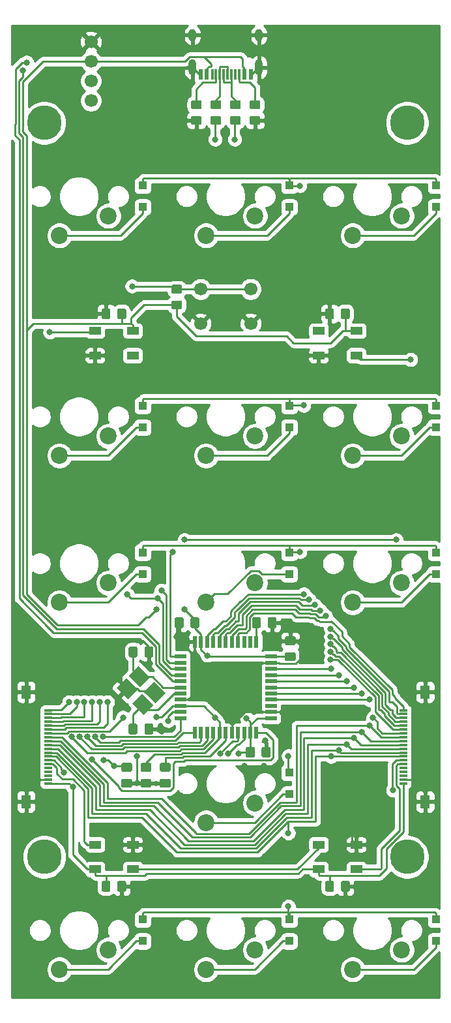
<source format=gbl>
G04 #@! TF.GenerationSoftware,KiCad,Pcbnew,5.1.5+dfsg1-2build2*
G04 #@! TF.CreationDate,2020-05-17T18:00:09-07:00*
G04 #@! TF.ProjectId,triad_center,74726961-645f-4636-956e-7465722e6b69,rev?*
G04 #@! TF.SameCoordinates,Original*
G04 #@! TF.FileFunction,Copper,L2,Bot*
G04 #@! TF.FilePolarity,Positive*
%FSLAX46Y46*%
G04 Gerber Fmt 4.6, Leading zero omitted, Abs format (unit mm)*
G04 Created by KiCad (PCBNEW 5.1.5+dfsg1-2build2) date 2020-05-17 18:00:09*
%MOMM*%
%LPD*%
G04 APERTURE LIST*
%ADD10C,2.200000*%
%ADD11C,4.500000*%
%ADD12C,0.100000*%
%ADD13R,1.100000X1.100000*%
%ADD14R,1.000000X0.300000*%
%ADD15R,1.300000X1.765000*%
%ADD16R,0.600000X1.450000*%
%ADD17R,0.300000X1.450000*%
%ADD18O,1.000000X2.100000*%
%ADD19O,1.000000X1.600000*%
%ADD20R,1.500000X1.000000*%
%ADD21R,1.500000X0.500000*%
%ADD22R,0.500000X1.500000*%
%ADD23C,1.700000*%
%ADD24C,0.800000*%
%ADD25C,0.250000*%
%ADD26C,0.254000*%
G04 APERTURE END LIST*
D10*
X45810000Y-90580000D03*
X52160000Y-88040000D03*
D11*
X71925000Y-123600000D03*
X24775000Y-123600000D03*
X71925000Y-28350000D03*
X24775000Y-28350000D03*
G04 #@! TA.AperFunction,SMDPad,CuDef*
D12*
G36*
X36674505Y-106301204D02*
G01*
X36698773Y-106304804D01*
X36722572Y-106310765D01*
X36745671Y-106319030D01*
X36767850Y-106329520D01*
X36788893Y-106342132D01*
X36808599Y-106356747D01*
X36826777Y-106373223D01*
X36843253Y-106391401D01*
X36857868Y-106411107D01*
X36870480Y-106432150D01*
X36880970Y-106454329D01*
X36889235Y-106477428D01*
X36895196Y-106501227D01*
X36898796Y-106525495D01*
X36900000Y-106549999D01*
X36900000Y-107450001D01*
X36898796Y-107474505D01*
X36895196Y-107498773D01*
X36889235Y-107522572D01*
X36880970Y-107545671D01*
X36870480Y-107567850D01*
X36857868Y-107588893D01*
X36843253Y-107608599D01*
X36826777Y-107626777D01*
X36808599Y-107643253D01*
X36788893Y-107657868D01*
X36767850Y-107670480D01*
X36745671Y-107680970D01*
X36722572Y-107689235D01*
X36698773Y-107695196D01*
X36674505Y-107698796D01*
X36650001Y-107700000D01*
X35999999Y-107700000D01*
X35975495Y-107698796D01*
X35951227Y-107695196D01*
X35927428Y-107689235D01*
X35904329Y-107680970D01*
X35882150Y-107670480D01*
X35861107Y-107657868D01*
X35841401Y-107643253D01*
X35823223Y-107626777D01*
X35806747Y-107608599D01*
X35792132Y-107588893D01*
X35779520Y-107567850D01*
X35769030Y-107545671D01*
X35760765Y-107522572D01*
X35754804Y-107498773D01*
X35751204Y-107474505D01*
X35750000Y-107450001D01*
X35750000Y-106549999D01*
X35751204Y-106525495D01*
X35754804Y-106501227D01*
X35760765Y-106477428D01*
X35769030Y-106454329D01*
X35779520Y-106432150D01*
X35792132Y-106411107D01*
X35806747Y-106391401D01*
X35823223Y-106373223D01*
X35841401Y-106356747D01*
X35861107Y-106342132D01*
X35882150Y-106329520D01*
X35904329Y-106319030D01*
X35927428Y-106310765D01*
X35951227Y-106304804D01*
X35975495Y-106301204D01*
X35999999Y-106300000D01*
X36650001Y-106300000D01*
X36674505Y-106301204D01*
G37*
G04 #@! TD.AperFunction*
G04 #@! TA.AperFunction,SMDPad,CuDef*
G36*
X38724505Y-106301204D02*
G01*
X38748773Y-106304804D01*
X38772572Y-106310765D01*
X38795671Y-106319030D01*
X38817850Y-106329520D01*
X38838893Y-106342132D01*
X38858599Y-106356747D01*
X38876777Y-106373223D01*
X38893253Y-106391401D01*
X38907868Y-106411107D01*
X38920480Y-106432150D01*
X38930970Y-106454329D01*
X38939235Y-106477428D01*
X38945196Y-106501227D01*
X38948796Y-106525495D01*
X38950000Y-106549999D01*
X38950000Y-107450001D01*
X38948796Y-107474505D01*
X38945196Y-107498773D01*
X38939235Y-107522572D01*
X38930970Y-107545671D01*
X38920480Y-107567850D01*
X38907868Y-107588893D01*
X38893253Y-107608599D01*
X38876777Y-107626777D01*
X38858599Y-107643253D01*
X38838893Y-107657868D01*
X38817850Y-107670480D01*
X38795671Y-107680970D01*
X38772572Y-107689235D01*
X38748773Y-107695196D01*
X38724505Y-107698796D01*
X38700001Y-107700000D01*
X38049999Y-107700000D01*
X38025495Y-107698796D01*
X38001227Y-107695196D01*
X37977428Y-107689235D01*
X37954329Y-107680970D01*
X37932150Y-107670480D01*
X37911107Y-107657868D01*
X37891401Y-107643253D01*
X37873223Y-107626777D01*
X37856747Y-107608599D01*
X37842132Y-107588893D01*
X37829520Y-107567850D01*
X37819030Y-107545671D01*
X37810765Y-107522572D01*
X37804804Y-107498773D01*
X37801204Y-107474505D01*
X37800000Y-107450001D01*
X37800000Y-106549999D01*
X37801204Y-106525495D01*
X37804804Y-106501227D01*
X37810765Y-106477428D01*
X37819030Y-106454329D01*
X37829520Y-106432150D01*
X37842132Y-106411107D01*
X37856747Y-106391401D01*
X37873223Y-106373223D01*
X37891401Y-106356747D01*
X37911107Y-106342132D01*
X37932150Y-106329520D01*
X37954329Y-106319030D01*
X37977428Y-106310765D01*
X38001227Y-106304804D01*
X38025495Y-106301204D01*
X38049999Y-106300000D01*
X38700001Y-106300000D01*
X38724505Y-106301204D01*
G37*
G04 #@! TD.AperFunction*
G04 #@! TA.AperFunction,SMDPad,CuDef*
G36*
X36674505Y-96301204D02*
G01*
X36698773Y-96304804D01*
X36722572Y-96310765D01*
X36745671Y-96319030D01*
X36767850Y-96329520D01*
X36788893Y-96342132D01*
X36808599Y-96356747D01*
X36826777Y-96373223D01*
X36843253Y-96391401D01*
X36857868Y-96411107D01*
X36870480Y-96432150D01*
X36880970Y-96454329D01*
X36889235Y-96477428D01*
X36895196Y-96501227D01*
X36898796Y-96525495D01*
X36900000Y-96549999D01*
X36900000Y-97450001D01*
X36898796Y-97474505D01*
X36895196Y-97498773D01*
X36889235Y-97522572D01*
X36880970Y-97545671D01*
X36870480Y-97567850D01*
X36857868Y-97588893D01*
X36843253Y-97608599D01*
X36826777Y-97626777D01*
X36808599Y-97643253D01*
X36788893Y-97657868D01*
X36767850Y-97670480D01*
X36745671Y-97680970D01*
X36722572Y-97689235D01*
X36698773Y-97695196D01*
X36674505Y-97698796D01*
X36650001Y-97700000D01*
X35999999Y-97700000D01*
X35975495Y-97698796D01*
X35951227Y-97695196D01*
X35927428Y-97689235D01*
X35904329Y-97680970D01*
X35882150Y-97670480D01*
X35861107Y-97657868D01*
X35841401Y-97643253D01*
X35823223Y-97626777D01*
X35806747Y-97608599D01*
X35792132Y-97588893D01*
X35779520Y-97567850D01*
X35769030Y-97545671D01*
X35760765Y-97522572D01*
X35754804Y-97498773D01*
X35751204Y-97474505D01*
X35750000Y-97450001D01*
X35750000Y-96549999D01*
X35751204Y-96525495D01*
X35754804Y-96501227D01*
X35760765Y-96477428D01*
X35769030Y-96454329D01*
X35779520Y-96432150D01*
X35792132Y-96411107D01*
X35806747Y-96391401D01*
X35823223Y-96373223D01*
X35841401Y-96356747D01*
X35861107Y-96342132D01*
X35882150Y-96329520D01*
X35904329Y-96319030D01*
X35927428Y-96310765D01*
X35951227Y-96304804D01*
X35975495Y-96301204D01*
X35999999Y-96300000D01*
X36650001Y-96300000D01*
X36674505Y-96301204D01*
G37*
G04 #@! TD.AperFunction*
G04 #@! TA.AperFunction,SMDPad,CuDef*
G36*
X38724505Y-96301204D02*
G01*
X38748773Y-96304804D01*
X38772572Y-96310765D01*
X38795671Y-96319030D01*
X38817850Y-96329520D01*
X38838893Y-96342132D01*
X38858599Y-96356747D01*
X38876777Y-96373223D01*
X38893253Y-96391401D01*
X38907868Y-96411107D01*
X38920480Y-96432150D01*
X38930970Y-96454329D01*
X38939235Y-96477428D01*
X38945196Y-96501227D01*
X38948796Y-96525495D01*
X38950000Y-96549999D01*
X38950000Y-97450001D01*
X38948796Y-97474505D01*
X38945196Y-97498773D01*
X38939235Y-97522572D01*
X38930970Y-97545671D01*
X38920480Y-97567850D01*
X38907868Y-97588893D01*
X38893253Y-97608599D01*
X38876777Y-97626777D01*
X38858599Y-97643253D01*
X38838893Y-97657868D01*
X38817850Y-97670480D01*
X38795671Y-97680970D01*
X38772572Y-97689235D01*
X38748773Y-97695196D01*
X38724505Y-97698796D01*
X38700001Y-97700000D01*
X38049999Y-97700000D01*
X38025495Y-97698796D01*
X38001227Y-97695196D01*
X37977428Y-97689235D01*
X37954329Y-97680970D01*
X37932150Y-97670480D01*
X37911107Y-97657868D01*
X37891401Y-97643253D01*
X37873223Y-97626777D01*
X37856747Y-97608599D01*
X37842132Y-97588893D01*
X37829520Y-97567850D01*
X37819030Y-97545671D01*
X37810765Y-97522572D01*
X37804804Y-97498773D01*
X37801204Y-97474505D01*
X37800000Y-97450001D01*
X37800000Y-96549999D01*
X37801204Y-96525495D01*
X37804804Y-96501227D01*
X37810765Y-96477428D01*
X37819030Y-96454329D01*
X37829520Y-96432150D01*
X37842132Y-96411107D01*
X37856747Y-96391401D01*
X37873223Y-96373223D01*
X37891401Y-96356747D01*
X37911107Y-96342132D01*
X37932150Y-96329520D01*
X37954329Y-96319030D01*
X37977428Y-96310765D01*
X38001227Y-96304804D01*
X38025495Y-96301204D01*
X38049999Y-96300000D01*
X38700001Y-96300000D01*
X38724505Y-96301204D01*
G37*
G04 #@! TD.AperFunction*
G04 #@! TA.AperFunction,SMDPad,CuDef*
G36*
X42649505Y-92501204D02*
G01*
X42673773Y-92504804D01*
X42697572Y-92510765D01*
X42720671Y-92519030D01*
X42742850Y-92529520D01*
X42763893Y-92542132D01*
X42783599Y-92556747D01*
X42801777Y-92573223D01*
X42818253Y-92591401D01*
X42832868Y-92611107D01*
X42845480Y-92632150D01*
X42855970Y-92654329D01*
X42864235Y-92677428D01*
X42870196Y-92701227D01*
X42873796Y-92725495D01*
X42875000Y-92749999D01*
X42875000Y-93650001D01*
X42873796Y-93674505D01*
X42870196Y-93698773D01*
X42864235Y-93722572D01*
X42855970Y-93745671D01*
X42845480Y-93767850D01*
X42832868Y-93788893D01*
X42818253Y-93808599D01*
X42801777Y-93826777D01*
X42783599Y-93843253D01*
X42763893Y-93857868D01*
X42742850Y-93870480D01*
X42720671Y-93880970D01*
X42697572Y-93889235D01*
X42673773Y-93895196D01*
X42649505Y-93898796D01*
X42625001Y-93900000D01*
X41974999Y-93900000D01*
X41950495Y-93898796D01*
X41926227Y-93895196D01*
X41902428Y-93889235D01*
X41879329Y-93880970D01*
X41857150Y-93870480D01*
X41836107Y-93857868D01*
X41816401Y-93843253D01*
X41798223Y-93826777D01*
X41781747Y-93808599D01*
X41767132Y-93788893D01*
X41754520Y-93767850D01*
X41744030Y-93745671D01*
X41735765Y-93722572D01*
X41729804Y-93698773D01*
X41726204Y-93674505D01*
X41725000Y-93650001D01*
X41725000Y-92749999D01*
X41726204Y-92725495D01*
X41729804Y-92701227D01*
X41735765Y-92677428D01*
X41744030Y-92654329D01*
X41754520Y-92632150D01*
X41767132Y-92611107D01*
X41781747Y-92591401D01*
X41798223Y-92573223D01*
X41816401Y-92556747D01*
X41836107Y-92542132D01*
X41857150Y-92529520D01*
X41879329Y-92519030D01*
X41902428Y-92510765D01*
X41926227Y-92504804D01*
X41950495Y-92501204D01*
X41974999Y-92500000D01*
X42625001Y-92500000D01*
X42649505Y-92501204D01*
G37*
G04 #@! TD.AperFunction*
G04 #@! TA.AperFunction,SMDPad,CuDef*
G36*
X44699505Y-92501204D02*
G01*
X44723773Y-92504804D01*
X44747572Y-92510765D01*
X44770671Y-92519030D01*
X44792850Y-92529520D01*
X44813893Y-92542132D01*
X44833599Y-92556747D01*
X44851777Y-92573223D01*
X44868253Y-92591401D01*
X44882868Y-92611107D01*
X44895480Y-92632150D01*
X44905970Y-92654329D01*
X44914235Y-92677428D01*
X44920196Y-92701227D01*
X44923796Y-92725495D01*
X44925000Y-92749999D01*
X44925000Y-93650001D01*
X44923796Y-93674505D01*
X44920196Y-93698773D01*
X44914235Y-93722572D01*
X44905970Y-93745671D01*
X44895480Y-93767850D01*
X44882868Y-93788893D01*
X44868253Y-93808599D01*
X44851777Y-93826777D01*
X44833599Y-93843253D01*
X44813893Y-93857868D01*
X44792850Y-93870480D01*
X44770671Y-93880970D01*
X44747572Y-93889235D01*
X44723773Y-93895196D01*
X44699505Y-93898796D01*
X44675001Y-93900000D01*
X44024999Y-93900000D01*
X44000495Y-93898796D01*
X43976227Y-93895196D01*
X43952428Y-93889235D01*
X43929329Y-93880970D01*
X43907150Y-93870480D01*
X43886107Y-93857868D01*
X43866401Y-93843253D01*
X43848223Y-93826777D01*
X43831747Y-93808599D01*
X43817132Y-93788893D01*
X43804520Y-93767850D01*
X43794030Y-93745671D01*
X43785765Y-93722572D01*
X43779804Y-93698773D01*
X43776204Y-93674505D01*
X43775000Y-93650001D01*
X43775000Y-92749999D01*
X43776204Y-92725495D01*
X43779804Y-92701227D01*
X43785765Y-92677428D01*
X43794030Y-92654329D01*
X43804520Y-92632150D01*
X43817132Y-92611107D01*
X43831747Y-92591401D01*
X43848223Y-92573223D01*
X43866401Y-92556747D01*
X43886107Y-92542132D01*
X43907150Y-92529520D01*
X43929329Y-92519030D01*
X43952428Y-92510765D01*
X43976227Y-92504804D01*
X44000495Y-92501204D01*
X44024999Y-92500000D01*
X44675001Y-92500000D01*
X44699505Y-92501204D01*
G37*
G04 #@! TD.AperFunction*
G04 #@! TA.AperFunction,SMDPad,CuDef*
G36*
X57224505Y-97026204D02*
G01*
X57248773Y-97029804D01*
X57272572Y-97035765D01*
X57295671Y-97044030D01*
X57317850Y-97054520D01*
X57338893Y-97067132D01*
X57358599Y-97081747D01*
X57376777Y-97098223D01*
X57393253Y-97116401D01*
X57407868Y-97136107D01*
X57420480Y-97157150D01*
X57430970Y-97179329D01*
X57439235Y-97202428D01*
X57445196Y-97226227D01*
X57448796Y-97250495D01*
X57450000Y-97274999D01*
X57450000Y-97925001D01*
X57448796Y-97949505D01*
X57445196Y-97973773D01*
X57439235Y-97997572D01*
X57430970Y-98020671D01*
X57420480Y-98042850D01*
X57407868Y-98063893D01*
X57393253Y-98083599D01*
X57376777Y-98101777D01*
X57358599Y-98118253D01*
X57338893Y-98132868D01*
X57317850Y-98145480D01*
X57295671Y-98155970D01*
X57272572Y-98164235D01*
X57248773Y-98170196D01*
X57224505Y-98173796D01*
X57200001Y-98175000D01*
X56299999Y-98175000D01*
X56275495Y-98173796D01*
X56251227Y-98170196D01*
X56227428Y-98164235D01*
X56204329Y-98155970D01*
X56182150Y-98145480D01*
X56161107Y-98132868D01*
X56141401Y-98118253D01*
X56123223Y-98101777D01*
X56106747Y-98083599D01*
X56092132Y-98063893D01*
X56079520Y-98042850D01*
X56069030Y-98020671D01*
X56060765Y-97997572D01*
X56054804Y-97973773D01*
X56051204Y-97949505D01*
X56050000Y-97925001D01*
X56050000Y-97274999D01*
X56051204Y-97250495D01*
X56054804Y-97226227D01*
X56060765Y-97202428D01*
X56069030Y-97179329D01*
X56079520Y-97157150D01*
X56092132Y-97136107D01*
X56106747Y-97116401D01*
X56123223Y-97098223D01*
X56141401Y-97081747D01*
X56161107Y-97067132D01*
X56182150Y-97054520D01*
X56204329Y-97044030D01*
X56227428Y-97035765D01*
X56251227Y-97029804D01*
X56275495Y-97026204D01*
X56299999Y-97025000D01*
X57200001Y-97025000D01*
X57224505Y-97026204D01*
G37*
G04 #@! TD.AperFunction*
G04 #@! TA.AperFunction,SMDPad,CuDef*
G36*
X57224505Y-94976204D02*
G01*
X57248773Y-94979804D01*
X57272572Y-94985765D01*
X57295671Y-94994030D01*
X57317850Y-95004520D01*
X57338893Y-95017132D01*
X57358599Y-95031747D01*
X57376777Y-95048223D01*
X57393253Y-95066401D01*
X57407868Y-95086107D01*
X57420480Y-95107150D01*
X57430970Y-95129329D01*
X57439235Y-95152428D01*
X57445196Y-95176227D01*
X57448796Y-95200495D01*
X57450000Y-95224999D01*
X57450000Y-95875001D01*
X57448796Y-95899505D01*
X57445196Y-95923773D01*
X57439235Y-95947572D01*
X57430970Y-95970671D01*
X57420480Y-95992850D01*
X57407868Y-96013893D01*
X57393253Y-96033599D01*
X57376777Y-96051777D01*
X57358599Y-96068253D01*
X57338893Y-96082868D01*
X57317850Y-96095480D01*
X57295671Y-96105970D01*
X57272572Y-96114235D01*
X57248773Y-96120196D01*
X57224505Y-96123796D01*
X57200001Y-96125000D01*
X56299999Y-96125000D01*
X56275495Y-96123796D01*
X56251227Y-96120196D01*
X56227428Y-96114235D01*
X56204329Y-96105970D01*
X56182150Y-96095480D01*
X56161107Y-96082868D01*
X56141401Y-96068253D01*
X56123223Y-96051777D01*
X56106747Y-96033599D01*
X56092132Y-96013893D01*
X56079520Y-95992850D01*
X56069030Y-95970671D01*
X56060765Y-95947572D01*
X56054804Y-95923773D01*
X56051204Y-95899505D01*
X56050000Y-95875001D01*
X56050000Y-95224999D01*
X56051204Y-95200495D01*
X56054804Y-95176227D01*
X56060765Y-95152428D01*
X56069030Y-95129329D01*
X56079520Y-95107150D01*
X56092132Y-95086107D01*
X56106747Y-95066401D01*
X56123223Y-95048223D01*
X56141401Y-95031747D01*
X56161107Y-95017132D01*
X56182150Y-95004520D01*
X56204329Y-94994030D01*
X56227428Y-94985765D01*
X56251227Y-94979804D01*
X56275495Y-94976204D01*
X56299999Y-94975000D01*
X57200001Y-94975000D01*
X57224505Y-94976204D01*
G37*
G04 #@! TD.AperFunction*
G04 #@! TA.AperFunction,SMDPad,CuDef*
G36*
X35974505Y-113451204D02*
G01*
X35998773Y-113454804D01*
X36022572Y-113460765D01*
X36045671Y-113469030D01*
X36067850Y-113479520D01*
X36088893Y-113492132D01*
X36108599Y-113506747D01*
X36126777Y-113523223D01*
X36143253Y-113541401D01*
X36157868Y-113561107D01*
X36170480Y-113582150D01*
X36180970Y-113604329D01*
X36189235Y-113627428D01*
X36195196Y-113651227D01*
X36198796Y-113675495D01*
X36200000Y-113699999D01*
X36200000Y-114350001D01*
X36198796Y-114374505D01*
X36195196Y-114398773D01*
X36189235Y-114422572D01*
X36180970Y-114445671D01*
X36170480Y-114467850D01*
X36157868Y-114488893D01*
X36143253Y-114508599D01*
X36126777Y-114526777D01*
X36108599Y-114543253D01*
X36088893Y-114557868D01*
X36067850Y-114570480D01*
X36045671Y-114580970D01*
X36022572Y-114589235D01*
X35998773Y-114595196D01*
X35974505Y-114598796D01*
X35950001Y-114600000D01*
X35049999Y-114600000D01*
X35025495Y-114598796D01*
X35001227Y-114595196D01*
X34977428Y-114589235D01*
X34954329Y-114580970D01*
X34932150Y-114570480D01*
X34911107Y-114557868D01*
X34891401Y-114543253D01*
X34873223Y-114526777D01*
X34856747Y-114508599D01*
X34842132Y-114488893D01*
X34829520Y-114467850D01*
X34819030Y-114445671D01*
X34810765Y-114422572D01*
X34804804Y-114398773D01*
X34801204Y-114374505D01*
X34800000Y-114350001D01*
X34800000Y-113699999D01*
X34801204Y-113675495D01*
X34804804Y-113651227D01*
X34810765Y-113627428D01*
X34819030Y-113604329D01*
X34829520Y-113582150D01*
X34842132Y-113561107D01*
X34856747Y-113541401D01*
X34873223Y-113523223D01*
X34891401Y-113506747D01*
X34911107Y-113492132D01*
X34932150Y-113479520D01*
X34954329Y-113469030D01*
X34977428Y-113460765D01*
X35001227Y-113454804D01*
X35025495Y-113451204D01*
X35049999Y-113450000D01*
X35950001Y-113450000D01*
X35974505Y-113451204D01*
G37*
G04 #@! TD.AperFunction*
G04 #@! TA.AperFunction,SMDPad,CuDef*
G36*
X35974505Y-111401204D02*
G01*
X35998773Y-111404804D01*
X36022572Y-111410765D01*
X36045671Y-111419030D01*
X36067850Y-111429520D01*
X36088893Y-111442132D01*
X36108599Y-111456747D01*
X36126777Y-111473223D01*
X36143253Y-111491401D01*
X36157868Y-111511107D01*
X36170480Y-111532150D01*
X36180970Y-111554329D01*
X36189235Y-111577428D01*
X36195196Y-111601227D01*
X36198796Y-111625495D01*
X36200000Y-111649999D01*
X36200000Y-112300001D01*
X36198796Y-112324505D01*
X36195196Y-112348773D01*
X36189235Y-112372572D01*
X36180970Y-112395671D01*
X36170480Y-112417850D01*
X36157868Y-112438893D01*
X36143253Y-112458599D01*
X36126777Y-112476777D01*
X36108599Y-112493253D01*
X36088893Y-112507868D01*
X36067850Y-112520480D01*
X36045671Y-112530970D01*
X36022572Y-112539235D01*
X35998773Y-112545196D01*
X35974505Y-112548796D01*
X35950001Y-112550000D01*
X35049999Y-112550000D01*
X35025495Y-112548796D01*
X35001227Y-112545196D01*
X34977428Y-112539235D01*
X34954329Y-112530970D01*
X34932150Y-112520480D01*
X34911107Y-112507868D01*
X34891401Y-112493253D01*
X34873223Y-112476777D01*
X34856747Y-112458599D01*
X34842132Y-112438893D01*
X34829520Y-112417850D01*
X34819030Y-112395671D01*
X34810765Y-112372572D01*
X34804804Y-112348773D01*
X34801204Y-112324505D01*
X34800000Y-112300001D01*
X34800000Y-111649999D01*
X34801204Y-111625495D01*
X34804804Y-111601227D01*
X34810765Y-111577428D01*
X34819030Y-111554329D01*
X34829520Y-111532150D01*
X34842132Y-111511107D01*
X34856747Y-111491401D01*
X34873223Y-111473223D01*
X34891401Y-111456747D01*
X34911107Y-111442132D01*
X34932150Y-111429520D01*
X34954329Y-111419030D01*
X34977428Y-111410765D01*
X35001227Y-111404804D01*
X35025495Y-111401204D01*
X35049999Y-111400000D01*
X35950001Y-111400000D01*
X35974505Y-111401204D01*
G37*
G04 #@! TD.AperFunction*
G04 #@! TA.AperFunction,SMDPad,CuDef*
G36*
X38474505Y-111401204D02*
G01*
X38498773Y-111404804D01*
X38522572Y-111410765D01*
X38545671Y-111419030D01*
X38567850Y-111429520D01*
X38588893Y-111442132D01*
X38608599Y-111456747D01*
X38626777Y-111473223D01*
X38643253Y-111491401D01*
X38657868Y-111511107D01*
X38670480Y-111532150D01*
X38680970Y-111554329D01*
X38689235Y-111577428D01*
X38695196Y-111601227D01*
X38698796Y-111625495D01*
X38700000Y-111649999D01*
X38700000Y-112300001D01*
X38698796Y-112324505D01*
X38695196Y-112348773D01*
X38689235Y-112372572D01*
X38680970Y-112395671D01*
X38670480Y-112417850D01*
X38657868Y-112438893D01*
X38643253Y-112458599D01*
X38626777Y-112476777D01*
X38608599Y-112493253D01*
X38588893Y-112507868D01*
X38567850Y-112520480D01*
X38545671Y-112530970D01*
X38522572Y-112539235D01*
X38498773Y-112545196D01*
X38474505Y-112548796D01*
X38450001Y-112550000D01*
X37549999Y-112550000D01*
X37525495Y-112548796D01*
X37501227Y-112545196D01*
X37477428Y-112539235D01*
X37454329Y-112530970D01*
X37432150Y-112520480D01*
X37411107Y-112507868D01*
X37391401Y-112493253D01*
X37373223Y-112476777D01*
X37356747Y-112458599D01*
X37342132Y-112438893D01*
X37329520Y-112417850D01*
X37319030Y-112395671D01*
X37310765Y-112372572D01*
X37304804Y-112348773D01*
X37301204Y-112324505D01*
X37300000Y-112300001D01*
X37300000Y-111649999D01*
X37301204Y-111625495D01*
X37304804Y-111601227D01*
X37310765Y-111577428D01*
X37319030Y-111554329D01*
X37329520Y-111532150D01*
X37342132Y-111511107D01*
X37356747Y-111491401D01*
X37373223Y-111473223D01*
X37391401Y-111456747D01*
X37411107Y-111442132D01*
X37432150Y-111429520D01*
X37454329Y-111419030D01*
X37477428Y-111410765D01*
X37501227Y-111404804D01*
X37525495Y-111401204D01*
X37549999Y-111400000D01*
X38450001Y-111400000D01*
X38474505Y-111401204D01*
G37*
G04 #@! TD.AperFunction*
G04 #@! TA.AperFunction,SMDPad,CuDef*
G36*
X38474505Y-113451204D02*
G01*
X38498773Y-113454804D01*
X38522572Y-113460765D01*
X38545671Y-113469030D01*
X38567850Y-113479520D01*
X38588893Y-113492132D01*
X38608599Y-113506747D01*
X38626777Y-113523223D01*
X38643253Y-113541401D01*
X38657868Y-113561107D01*
X38670480Y-113582150D01*
X38680970Y-113604329D01*
X38689235Y-113627428D01*
X38695196Y-113651227D01*
X38698796Y-113675495D01*
X38700000Y-113699999D01*
X38700000Y-114350001D01*
X38698796Y-114374505D01*
X38695196Y-114398773D01*
X38689235Y-114422572D01*
X38680970Y-114445671D01*
X38670480Y-114467850D01*
X38657868Y-114488893D01*
X38643253Y-114508599D01*
X38626777Y-114526777D01*
X38608599Y-114543253D01*
X38588893Y-114557868D01*
X38567850Y-114570480D01*
X38545671Y-114580970D01*
X38522572Y-114589235D01*
X38498773Y-114595196D01*
X38474505Y-114598796D01*
X38450001Y-114600000D01*
X37549999Y-114600000D01*
X37525495Y-114598796D01*
X37501227Y-114595196D01*
X37477428Y-114589235D01*
X37454329Y-114580970D01*
X37432150Y-114570480D01*
X37411107Y-114557868D01*
X37391401Y-114543253D01*
X37373223Y-114526777D01*
X37356747Y-114508599D01*
X37342132Y-114488893D01*
X37329520Y-114467850D01*
X37319030Y-114445671D01*
X37310765Y-114422572D01*
X37304804Y-114398773D01*
X37301204Y-114374505D01*
X37300000Y-114350001D01*
X37300000Y-113699999D01*
X37301204Y-113675495D01*
X37304804Y-113651227D01*
X37310765Y-113627428D01*
X37319030Y-113604329D01*
X37329520Y-113582150D01*
X37342132Y-113561107D01*
X37356747Y-113541401D01*
X37373223Y-113523223D01*
X37391401Y-113506747D01*
X37411107Y-113492132D01*
X37432150Y-113479520D01*
X37454329Y-113469030D01*
X37477428Y-113460765D01*
X37501227Y-113454804D01*
X37525495Y-113451204D01*
X37549999Y-113450000D01*
X38450001Y-113450000D01*
X38474505Y-113451204D01*
G37*
G04 #@! TD.AperFunction*
G04 #@! TA.AperFunction,SMDPad,CuDef*
G36*
X53949505Y-109301204D02*
G01*
X53973773Y-109304804D01*
X53997572Y-109310765D01*
X54020671Y-109319030D01*
X54042850Y-109329520D01*
X54063893Y-109342132D01*
X54083599Y-109356747D01*
X54101777Y-109373223D01*
X54118253Y-109391401D01*
X54132868Y-109411107D01*
X54145480Y-109432150D01*
X54155970Y-109454329D01*
X54164235Y-109477428D01*
X54170196Y-109501227D01*
X54173796Y-109525495D01*
X54175000Y-109549999D01*
X54175000Y-110450001D01*
X54173796Y-110474505D01*
X54170196Y-110498773D01*
X54164235Y-110522572D01*
X54155970Y-110545671D01*
X54145480Y-110567850D01*
X54132868Y-110588893D01*
X54118253Y-110608599D01*
X54101777Y-110626777D01*
X54083599Y-110643253D01*
X54063893Y-110657868D01*
X54042850Y-110670480D01*
X54020671Y-110680970D01*
X53997572Y-110689235D01*
X53973773Y-110695196D01*
X53949505Y-110698796D01*
X53925001Y-110700000D01*
X53274999Y-110700000D01*
X53250495Y-110698796D01*
X53226227Y-110695196D01*
X53202428Y-110689235D01*
X53179329Y-110680970D01*
X53157150Y-110670480D01*
X53136107Y-110657868D01*
X53116401Y-110643253D01*
X53098223Y-110626777D01*
X53081747Y-110608599D01*
X53067132Y-110588893D01*
X53054520Y-110567850D01*
X53044030Y-110545671D01*
X53035765Y-110522572D01*
X53029804Y-110498773D01*
X53026204Y-110474505D01*
X53025000Y-110450001D01*
X53025000Y-109549999D01*
X53026204Y-109525495D01*
X53029804Y-109501227D01*
X53035765Y-109477428D01*
X53044030Y-109454329D01*
X53054520Y-109432150D01*
X53067132Y-109411107D01*
X53081747Y-109391401D01*
X53098223Y-109373223D01*
X53116401Y-109356747D01*
X53136107Y-109342132D01*
X53157150Y-109329520D01*
X53179329Y-109319030D01*
X53202428Y-109310765D01*
X53226227Y-109304804D01*
X53250495Y-109301204D01*
X53274999Y-109300000D01*
X53925001Y-109300000D01*
X53949505Y-109301204D01*
G37*
G04 #@! TD.AperFunction*
G04 #@! TA.AperFunction,SMDPad,CuDef*
G36*
X51899505Y-109301204D02*
G01*
X51923773Y-109304804D01*
X51947572Y-109310765D01*
X51970671Y-109319030D01*
X51992850Y-109329520D01*
X52013893Y-109342132D01*
X52033599Y-109356747D01*
X52051777Y-109373223D01*
X52068253Y-109391401D01*
X52082868Y-109411107D01*
X52095480Y-109432150D01*
X52105970Y-109454329D01*
X52114235Y-109477428D01*
X52120196Y-109501227D01*
X52123796Y-109525495D01*
X52125000Y-109549999D01*
X52125000Y-110450001D01*
X52123796Y-110474505D01*
X52120196Y-110498773D01*
X52114235Y-110522572D01*
X52105970Y-110545671D01*
X52095480Y-110567850D01*
X52082868Y-110588893D01*
X52068253Y-110608599D01*
X52051777Y-110626777D01*
X52033599Y-110643253D01*
X52013893Y-110657868D01*
X51992850Y-110670480D01*
X51970671Y-110680970D01*
X51947572Y-110689235D01*
X51923773Y-110695196D01*
X51899505Y-110698796D01*
X51875001Y-110700000D01*
X51224999Y-110700000D01*
X51200495Y-110698796D01*
X51176227Y-110695196D01*
X51152428Y-110689235D01*
X51129329Y-110680970D01*
X51107150Y-110670480D01*
X51086107Y-110657868D01*
X51066401Y-110643253D01*
X51048223Y-110626777D01*
X51031747Y-110608599D01*
X51017132Y-110588893D01*
X51004520Y-110567850D01*
X50994030Y-110545671D01*
X50985765Y-110522572D01*
X50979804Y-110498773D01*
X50976204Y-110474505D01*
X50975000Y-110450001D01*
X50975000Y-109549999D01*
X50976204Y-109525495D01*
X50979804Y-109501227D01*
X50985765Y-109477428D01*
X50994030Y-109454329D01*
X51004520Y-109432150D01*
X51017132Y-109411107D01*
X51031747Y-109391401D01*
X51048223Y-109373223D01*
X51066401Y-109356747D01*
X51086107Y-109342132D01*
X51107150Y-109329520D01*
X51129329Y-109319030D01*
X51152428Y-109310765D01*
X51176227Y-109304804D01*
X51200495Y-109301204D01*
X51224999Y-109300000D01*
X51875001Y-109300000D01*
X51899505Y-109301204D01*
G37*
G04 #@! TD.AperFunction*
G04 #@! TA.AperFunction,SMDPad,CuDef*
G36*
X40974505Y-113451204D02*
G01*
X40998773Y-113454804D01*
X41022572Y-113460765D01*
X41045671Y-113469030D01*
X41067850Y-113479520D01*
X41088893Y-113492132D01*
X41108599Y-113506747D01*
X41126777Y-113523223D01*
X41143253Y-113541401D01*
X41157868Y-113561107D01*
X41170480Y-113582150D01*
X41180970Y-113604329D01*
X41189235Y-113627428D01*
X41195196Y-113651227D01*
X41198796Y-113675495D01*
X41200000Y-113699999D01*
X41200000Y-114350001D01*
X41198796Y-114374505D01*
X41195196Y-114398773D01*
X41189235Y-114422572D01*
X41180970Y-114445671D01*
X41170480Y-114467850D01*
X41157868Y-114488893D01*
X41143253Y-114508599D01*
X41126777Y-114526777D01*
X41108599Y-114543253D01*
X41088893Y-114557868D01*
X41067850Y-114570480D01*
X41045671Y-114580970D01*
X41022572Y-114589235D01*
X40998773Y-114595196D01*
X40974505Y-114598796D01*
X40950001Y-114600000D01*
X40049999Y-114600000D01*
X40025495Y-114598796D01*
X40001227Y-114595196D01*
X39977428Y-114589235D01*
X39954329Y-114580970D01*
X39932150Y-114570480D01*
X39911107Y-114557868D01*
X39891401Y-114543253D01*
X39873223Y-114526777D01*
X39856747Y-114508599D01*
X39842132Y-114488893D01*
X39829520Y-114467850D01*
X39819030Y-114445671D01*
X39810765Y-114422572D01*
X39804804Y-114398773D01*
X39801204Y-114374505D01*
X39800000Y-114350001D01*
X39800000Y-113699999D01*
X39801204Y-113675495D01*
X39804804Y-113651227D01*
X39810765Y-113627428D01*
X39819030Y-113604329D01*
X39829520Y-113582150D01*
X39842132Y-113561107D01*
X39856747Y-113541401D01*
X39873223Y-113523223D01*
X39891401Y-113506747D01*
X39911107Y-113492132D01*
X39932150Y-113479520D01*
X39954329Y-113469030D01*
X39977428Y-113460765D01*
X40001227Y-113454804D01*
X40025495Y-113451204D01*
X40049999Y-113450000D01*
X40950001Y-113450000D01*
X40974505Y-113451204D01*
G37*
G04 #@! TD.AperFunction*
G04 #@! TA.AperFunction,SMDPad,CuDef*
G36*
X40974505Y-111401204D02*
G01*
X40998773Y-111404804D01*
X41022572Y-111410765D01*
X41045671Y-111419030D01*
X41067850Y-111429520D01*
X41088893Y-111442132D01*
X41108599Y-111456747D01*
X41126777Y-111473223D01*
X41143253Y-111491401D01*
X41157868Y-111511107D01*
X41170480Y-111532150D01*
X41180970Y-111554329D01*
X41189235Y-111577428D01*
X41195196Y-111601227D01*
X41198796Y-111625495D01*
X41200000Y-111649999D01*
X41200000Y-112300001D01*
X41198796Y-112324505D01*
X41195196Y-112348773D01*
X41189235Y-112372572D01*
X41180970Y-112395671D01*
X41170480Y-112417850D01*
X41157868Y-112438893D01*
X41143253Y-112458599D01*
X41126777Y-112476777D01*
X41108599Y-112493253D01*
X41088893Y-112507868D01*
X41067850Y-112520480D01*
X41045671Y-112530970D01*
X41022572Y-112539235D01*
X40998773Y-112545196D01*
X40974505Y-112548796D01*
X40950001Y-112550000D01*
X40049999Y-112550000D01*
X40025495Y-112548796D01*
X40001227Y-112545196D01*
X39977428Y-112539235D01*
X39954329Y-112530970D01*
X39932150Y-112520480D01*
X39911107Y-112507868D01*
X39891401Y-112493253D01*
X39873223Y-112476777D01*
X39856747Y-112458599D01*
X39842132Y-112438893D01*
X39829520Y-112417850D01*
X39819030Y-112395671D01*
X39810765Y-112372572D01*
X39804804Y-112348773D01*
X39801204Y-112324505D01*
X39800000Y-112300001D01*
X39800000Y-111649999D01*
X39801204Y-111625495D01*
X39804804Y-111601227D01*
X39810765Y-111577428D01*
X39819030Y-111554329D01*
X39829520Y-111532150D01*
X39842132Y-111511107D01*
X39856747Y-111491401D01*
X39873223Y-111473223D01*
X39891401Y-111456747D01*
X39911107Y-111442132D01*
X39932150Y-111429520D01*
X39954329Y-111419030D01*
X39977428Y-111410765D01*
X40001227Y-111404804D01*
X40025495Y-111401204D01*
X40049999Y-111400000D01*
X40950001Y-111400000D01*
X40974505Y-111401204D01*
G37*
G04 #@! TD.AperFunction*
D13*
X37562500Y-39275000D03*
X37562500Y-36475000D03*
X56612500Y-36475000D03*
X56612500Y-39275000D03*
X75662500Y-39275000D03*
X75662500Y-36475000D03*
X37562500Y-65050000D03*
X37562500Y-67850000D03*
X56612500Y-67850000D03*
X56612500Y-65050000D03*
X75662500Y-65050000D03*
X75662500Y-67850000D03*
X37562500Y-86900000D03*
X37562500Y-84100000D03*
X56612500Y-84100000D03*
X56612500Y-86900000D03*
X75662500Y-86900000D03*
X75662500Y-84100000D03*
X56612500Y-112675000D03*
X56612500Y-115475000D03*
X37562500Y-131725000D03*
X37562500Y-134525000D03*
X56612500Y-134525000D03*
X56612500Y-131725000D03*
X75662500Y-134525000D03*
X75662500Y-131725000D03*
D14*
X25275000Y-104562000D03*
X25275000Y-105062000D03*
X25275000Y-105562000D03*
X25275000Y-106062000D03*
X25275000Y-106562000D03*
X25275000Y-107062000D03*
X25275000Y-107562000D03*
X25275000Y-108062000D03*
X25275000Y-108562000D03*
X25275000Y-109062000D03*
X25275000Y-109562000D03*
X25275000Y-110062000D03*
X25275000Y-110562000D03*
X25275000Y-111062000D03*
X25275000Y-111562000D03*
X25275000Y-112062000D03*
X25275000Y-112562000D03*
X25275000Y-113062000D03*
X25275000Y-113562000D03*
X25275000Y-114062000D03*
D15*
X22425000Y-116429500D03*
X22425000Y-102194500D03*
X74275000Y-116429500D03*
X74275000Y-102194500D03*
D14*
X71425000Y-104562000D03*
X71425000Y-105062000D03*
X71425000Y-105562000D03*
X71425000Y-106062000D03*
X71425000Y-106562000D03*
X71425000Y-107062000D03*
X71425000Y-107562000D03*
X71425000Y-108062000D03*
X71425000Y-108562000D03*
X71425000Y-109062000D03*
X71425000Y-109562000D03*
X71425000Y-110062000D03*
X71425000Y-110562000D03*
X71425000Y-111062000D03*
X71425000Y-111562000D03*
X71425000Y-112062000D03*
X71425000Y-112562000D03*
X71425000Y-113062000D03*
X71425000Y-113562000D03*
X71425000Y-114062000D03*
D16*
X51600000Y-22045000D03*
X50800000Y-22045000D03*
X45900000Y-22045000D03*
X45100000Y-22045000D03*
X45100000Y-22045000D03*
X45900000Y-22045000D03*
X50800000Y-22045000D03*
X51600000Y-22045000D03*
D17*
X46600000Y-22045000D03*
X47100000Y-22045000D03*
X47600000Y-22045000D03*
X48600000Y-22045000D03*
X49100000Y-22045000D03*
X49600000Y-22045000D03*
X50100000Y-22045000D03*
X48100000Y-22045000D03*
D18*
X52670000Y-21130000D03*
X44030000Y-21130000D03*
D19*
X44030000Y-16950000D03*
X52670000Y-16950000D03*
D10*
X26760000Y-42955000D03*
X33110000Y-40415000D03*
X52160000Y-40415000D03*
X45810000Y-42955000D03*
X71210000Y-40415000D03*
X64860000Y-42955000D03*
X33110000Y-68990000D03*
X26760000Y-71530000D03*
X52160000Y-68990000D03*
X45810000Y-71530000D03*
X71210000Y-68990000D03*
X64860000Y-71530000D03*
X33110000Y-88040000D03*
X26760000Y-90580000D03*
X64860000Y-90580000D03*
X71210000Y-88040000D03*
X45810000Y-119155000D03*
X52160000Y-116615000D03*
X26760000Y-138205000D03*
X33110000Y-135665000D03*
X45810000Y-138205000D03*
X52160000Y-135665000D03*
X64860000Y-138205000D03*
X71210000Y-135665000D03*
D20*
X60425000Y-58525000D03*
X60425000Y-55325000D03*
X65325000Y-58525000D03*
X65325000Y-55325000D03*
X65325000Y-122000000D03*
X65325000Y-125200000D03*
X60425000Y-122000000D03*
X60425000Y-125200000D03*
X36275000Y-122000000D03*
X36275000Y-125200000D03*
X31375000Y-122000000D03*
X31375000Y-125200000D03*
X36275000Y-55325000D03*
X36275000Y-58525000D03*
X31375000Y-55325000D03*
X31375000Y-58525000D03*
G04 #@! TA.AperFunction,SMDPad,CuDef*
D12*
G36*
X42474505Y-49339204D02*
G01*
X42498773Y-49342804D01*
X42522572Y-49348765D01*
X42545671Y-49357030D01*
X42567850Y-49367520D01*
X42588893Y-49380132D01*
X42608599Y-49394747D01*
X42626777Y-49411223D01*
X42643253Y-49429401D01*
X42657868Y-49449107D01*
X42670480Y-49470150D01*
X42680970Y-49492329D01*
X42689235Y-49515428D01*
X42695196Y-49539227D01*
X42698796Y-49563495D01*
X42700000Y-49587999D01*
X42700000Y-50238001D01*
X42698796Y-50262505D01*
X42695196Y-50286773D01*
X42689235Y-50310572D01*
X42680970Y-50333671D01*
X42670480Y-50355850D01*
X42657868Y-50376893D01*
X42643253Y-50396599D01*
X42626777Y-50414777D01*
X42608599Y-50431253D01*
X42588893Y-50445868D01*
X42567850Y-50458480D01*
X42545671Y-50468970D01*
X42522572Y-50477235D01*
X42498773Y-50483196D01*
X42474505Y-50486796D01*
X42450001Y-50488000D01*
X41549999Y-50488000D01*
X41525495Y-50486796D01*
X41501227Y-50483196D01*
X41477428Y-50477235D01*
X41454329Y-50468970D01*
X41432150Y-50458480D01*
X41411107Y-50445868D01*
X41391401Y-50431253D01*
X41373223Y-50414777D01*
X41356747Y-50396599D01*
X41342132Y-50376893D01*
X41329520Y-50355850D01*
X41319030Y-50333671D01*
X41310765Y-50310572D01*
X41304804Y-50286773D01*
X41301204Y-50262505D01*
X41300000Y-50238001D01*
X41300000Y-49587999D01*
X41301204Y-49563495D01*
X41304804Y-49539227D01*
X41310765Y-49515428D01*
X41319030Y-49492329D01*
X41329520Y-49470150D01*
X41342132Y-49449107D01*
X41356747Y-49429401D01*
X41373223Y-49411223D01*
X41391401Y-49394747D01*
X41411107Y-49380132D01*
X41432150Y-49367520D01*
X41454329Y-49357030D01*
X41477428Y-49348765D01*
X41501227Y-49342804D01*
X41525495Y-49339204D01*
X41549999Y-49338000D01*
X42450001Y-49338000D01*
X42474505Y-49339204D01*
G37*
G04 #@! TD.AperFunction*
G04 #@! TA.AperFunction,SMDPad,CuDef*
G36*
X42474505Y-51389204D02*
G01*
X42498773Y-51392804D01*
X42522572Y-51398765D01*
X42545671Y-51407030D01*
X42567850Y-51417520D01*
X42588893Y-51430132D01*
X42608599Y-51444747D01*
X42626777Y-51461223D01*
X42643253Y-51479401D01*
X42657868Y-51499107D01*
X42670480Y-51520150D01*
X42680970Y-51542329D01*
X42689235Y-51565428D01*
X42695196Y-51589227D01*
X42698796Y-51613495D01*
X42700000Y-51637999D01*
X42700000Y-52288001D01*
X42698796Y-52312505D01*
X42695196Y-52336773D01*
X42689235Y-52360572D01*
X42680970Y-52383671D01*
X42670480Y-52405850D01*
X42657868Y-52426893D01*
X42643253Y-52446599D01*
X42626777Y-52464777D01*
X42608599Y-52481253D01*
X42588893Y-52495868D01*
X42567850Y-52508480D01*
X42545671Y-52518970D01*
X42522572Y-52527235D01*
X42498773Y-52533196D01*
X42474505Y-52536796D01*
X42450001Y-52538000D01*
X41549999Y-52538000D01*
X41525495Y-52536796D01*
X41501227Y-52533196D01*
X41477428Y-52527235D01*
X41454329Y-52518970D01*
X41432150Y-52508480D01*
X41411107Y-52495868D01*
X41391401Y-52481253D01*
X41373223Y-52464777D01*
X41356747Y-52446599D01*
X41342132Y-52426893D01*
X41329520Y-52405850D01*
X41319030Y-52383671D01*
X41310765Y-52360572D01*
X41304804Y-52336773D01*
X41301204Y-52312505D01*
X41300000Y-52288001D01*
X41300000Y-51637999D01*
X41301204Y-51613495D01*
X41304804Y-51589227D01*
X41310765Y-51565428D01*
X41319030Y-51542329D01*
X41329520Y-51520150D01*
X41342132Y-51499107D01*
X41356747Y-51479401D01*
X41373223Y-51461223D01*
X41391401Y-51444747D01*
X41411107Y-51430132D01*
X41432150Y-51417520D01*
X41454329Y-51407030D01*
X41477428Y-51398765D01*
X41501227Y-51392804D01*
X41525495Y-51389204D01*
X41549999Y-51388000D01*
X42450001Y-51388000D01*
X42474505Y-51389204D01*
G37*
G04 #@! TD.AperFunction*
G04 #@! TA.AperFunction,SMDPad,CuDef*
G36*
X52699505Y-92501204D02*
G01*
X52723773Y-92504804D01*
X52747572Y-92510765D01*
X52770671Y-92519030D01*
X52792850Y-92529520D01*
X52813893Y-92542132D01*
X52833599Y-92556747D01*
X52851777Y-92573223D01*
X52868253Y-92591401D01*
X52882868Y-92611107D01*
X52895480Y-92632150D01*
X52905970Y-92654329D01*
X52914235Y-92677428D01*
X52920196Y-92701227D01*
X52923796Y-92725495D01*
X52925000Y-92749999D01*
X52925000Y-93650001D01*
X52923796Y-93674505D01*
X52920196Y-93698773D01*
X52914235Y-93722572D01*
X52905970Y-93745671D01*
X52895480Y-93767850D01*
X52882868Y-93788893D01*
X52868253Y-93808599D01*
X52851777Y-93826777D01*
X52833599Y-93843253D01*
X52813893Y-93857868D01*
X52792850Y-93870480D01*
X52770671Y-93880970D01*
X52747572Y-93889235D01*
X52723773Y-93895196D01*
X52699505Y-93898796D01*
X52675001Y-93900000D01*
X52024999Y-93900000D01*
X52000495Y-93898796D01*
X51976227Y-93895196D01*
X51952428Y-93889235D01*
X51929329Y-93880970D01*
X51907150Y-93870480D01*
X51886107Y-93857868D01*
X51866401Y-93843253D01*
X51848223Y-93826777D01*
X51831747Y-93808599D01*
X51817132Y-93788893D01*
X51804520Y-93767850D01*
X51794030Y-93745671D01*
X51785765Y-93722572D01*
X51779804Y-93698773D01*
X51776204Y-93674505D01*
X51775000Y-93650001D01*
X51775000Y-92749999D01*
X51776204Y-92725495D01*
X51779804Y-92701227D01*
X51785765Y-92677428D01*
X51794030Y-92654329D01*
X51804520Y-92632150D01*
X51817132Y-92611107D01*
X51831747Y-92591401D01*
X51848223Y-92573223D01*
X51866401Y-92556747D01*
X51886107Y-92542132D01*
X51907150Y-92529520D01*
X51929329Y-92519030D01*
X51952428Y-92510765D01*
X51976227Y-92504804D01*
X52000495Y-92501204D01*
X52024999Y-92500000D01*
X52675001Y-92500000D01*
X52699505Y-92501204D01*
G37*
G04 #@! TD.AperFunction*
G04 #@! TA.AperFunction,SMDPad,CuDef*
G36*
X54749505Y-92501204D02*
G01*
X54773773Y-92504804D01*
X54797572Y-92510765D01*
X54820671Y-92519030D01*
X54842850Y-92529520D01*
X54863893Y-92542132D01*
X54883599Y-92556747D01*
X54901777Y-92573223D01*
X54918253Y-92591401D01*
X54932868Y-92611107D01*
X54945480Y-92632150D01*
X54955970Y-92654329D01*
X54964235Y-92677428D01*
X54970196Y-92701227D01*
X54973796Y-92725495D01*
X54975000Y-92749999D01*
X54975000Y-93650001D01*
X54973796Y-93674505D01*
X54970196Y-93698773D01*
X54964235Y-93722572D01*
X54955970Y-93745671D01*
X54945480Y-93767850D01*
X54932868Y-93788893D01*
X54918253Y-93808599D01*
X54901777Y-93826777D01*
X54883599Y-93843253D01*
X54863893Y-93857868D01*
X54842850Y-93870480D01*
X54820671Y-93880970D01*
X54797572Y-93889235D01*
X54773773Y-93895196D01*
X54749505Y-93898796D01*
X54725001Y-93900000D01*
X54074999Y-93900000D01*
X54050495Y-93898796D01*
X54026227Y-93895196D01*
X54002428Y-93889235D01*
X53979329Y-93880970D01*
X53957150Y-93870480D01*
X53936107Y-93857868D01*
X53916401Y-93843253D01*
X53898223Y-93826777D01*
X53881747Y-93808599D01*
X53867132Y-93788893D01*
X53854520Y-93767850D01*
X53844030Y-93745671D01*
X53835765Y-93722572D01*
X53829804Y-93698773D01*
X53826204Y-93674505D01*
X53825000Y-93650001D01*
X53825000Y-92749999D01*
X53826204Y-92725495D01*
X53829804Y-92701227D01*
X53835765Y-92677428D01*
X53844030Y-92654329D01*
X53854520Y-92632150D01*
X53867132Y-92611107D01*
X53881747Y-92591401D01*
X53898223Y-92573223D01*
X53916401Y-92556747D01*
X53936107Y-92542132D01*
X53957150Y-92529520D01*
X53979329Y-92519030D01*
X54002428Y-92510765D01*
X54026227Y-92504804D01*
X54050495Y-92501204D01*
X54074999Y-92500000D01*
X54725001Y-92500000D01*
X54749505Y-92501204D01*
G37*
G04 #@! TD.AperFunction*
G04 #@! TA.AperFunction,SMDPad,CuDef*
G36*
X47554505Y-25401204D02*
G01*
X47578773Y-25404804D01*
X47602572Y-25410765D01*
X47625671Y-25419030D01*
X47647850Y-25429520D01*
X47668893Y-25442132D01*
X47688599Y-25456747D01*
X47706777Y-25473223D01*
X47723253Y-25491401D01*
X47737868Y-25511107D01*
X47750480Y-25532150D01*
X47760970Y-25554329D01*
X47769235Y-25577428D01*
X47775196Y-25601227D01*
X47778796Y-25625495D01*
X47780000Y-25649999D01*
X47780000Y-26300001D01*
X47778796Y-26324505D01*
X47775196Y-26348773D01*
X47769235Y-26372572D01*
X47760970Y-26395671D01*
X47750480Y-26417850D01*
X47737868Y-26438893D01*
X47723253Y-26458599D01*
X47706777Y-26476777D01*
X47688599Y-26493253D01*
X47668893Y-26507868D01*
X47647850Y-26520480D01*
X47625671Y-26530970D01*
X47602572Y-26539235D01*
X47578773Y-26545196D01*
X47554505Y-26548796D01*
X47530001Y-26550000D01*
X46629999Y-26550000D01*
X46605495Y-26548796D01*
X46581227Y-26545196D01*
X46557428Y-26539235D01*
X46534329Y-26530970D01*
X46512150Y-26520480D01*
X46491107Y-26507868D01*
X46471401Y-26493253D01*
X46453223Y-26476777D01*
X46436747Y-26458599D01*
X46422132Y-26438893D01*
X46409520Y-26417850D01*
X46399030Y-26395671D01*
X46390765Y-26372572D01*
X46384804Y-26348773D01*
X46381204Y-26324505D01*
X46380000Y-26300001D01*
X46380000Y-25649999D01*
X46381204Y-25625495D01*
X46384804Y-25601227D01*
X46390765Y-25577428D01*
X46399030Y-25554329D01*
X46409520Y-25532150D01*
X46422132Y-25511107D01*
X46436747Y-25491401D01*
X46453223Y-25473223D01*
X46471401Y-25456747D01*
X46491107Y-25442132D01*
X46512150Y-25429520D01*
X46534329Y-25419030D01*
X46557428Y-25410765D01*
X46581227Y-25404804D01*
X46605495Y-25401204D01*
X46629999Y-25400000D01*
X47530001Y-25400000D01*
X47554505Y-25401204D01*
G37*
G04 #@! TD.AperFunction*
G04 #@! TA.AperFunction,SMDPad,CuDef*
G36*
X47554505Y-27451204D02*
G01*
X47578773Y-27454804D01*
X47602572Y-27460765D01*
X47625671Y-27469030D01*
X47647850Y-27479520D01*
X47668893Y-27492132D01*
X47688599Y-27506747D01*
X47706777Y-27523223D01*
X47723253Y-27541401D01*
X47737868Y-27561107D01*
X47750480Y-27582150D01*
X47760970Y-27604329D01*
X47769235Y-27627428D01*
X47775196Y-27651227D01*
X47778796Y-27675495D01*
X47780000Y-27699999D01*
X47780000Y-28350001D01*
X47778796Y-28374505D01*
X47775196Y-28398773D01*
X47769235Y-28422572D01*
X47760970Y-28445671D01*
X47750480Y-28467850D01*
X47737868Y-28488893D01*
X47723253Y-28508599D01*
X47706777Y-28526777D01*
X47688599Y-28543253D01*
X47668893Y-28557868D01*
X47647850Y-28570480D01*
X47625671Y-28580970D01*
X47602572Y-28589235D01*
X47578773Y-28595196D01*
X47554505Y-28598796D01*
X47530001Y-28600000D01*
X46629999Y-28600000D01*
X46605495Y-28598796D01*
X46581227Y-28595196D01*
X46557428Y-28589235D01*
X46534329Y-28580970D01*
X46512150Y-28570480D01*
X46491107Y-28557868D01*
X46471401Y-28543253D01*
X46453223Y-28526777D01*
X46436747Y-28508599D01*
X46422132Y-28488893D01*
X46409520Y-28467850D01*
X46399030Y-28445671D01*
X46390765Y-28422572D01*
X46384804Y-28398773D01*
X46381204Y-28374505D01*
X46380000Y-28350001D01*
X46380000Y-27699999D01*
X46381204Y-27675495D01*
X46384804Y-27651227D01*
X46390765Y-27627428D01*
X46399030Y-27604329D01*
X46409520Y-27582150D01*
X46422132Y-27561107D01*
X46436747Y-27541401D01*
X46453223Y-27523223D01*
X46471401Y-27506747D01*
X46491107Y-27492132D01*
X46512150Y-27479520D01*
X46534329Y-27469030D01*
X46557428Y-27460765D01*
X46581227Y-27454804D01*
X46605495Y-27451204D01*
X46629999Y-27450000D01*
X47530001Y-27450000D01*
X47554505Y-27451204D01*
G37*
G04 #@! TD.AperFunction*
G04 #@! TA.AperFunction,SMDPad,CuDef*
G36*
X50094505Y-27451204D02*
G01*
X50118773Y-27454804D01*
X50142572Y-27460765D01*
X50165671Y-27469030D01*
X50187850Y-27479520D01*
X50208893Y-27492132D01*
X50228599Y-27506747D01*
X50246777Y-27523223D01*
X50263253Y-27541401D01*
X50277868Y-27561107D01*
X50290480Y-27582150D01*
X50300970Y-27604329D01*
X50309235Y-27627428D01*
X50315196Y-27651227D01*
X50318796Y-27675495D01*
X50320000Y-27699999D01*
X50320000Y-28350001D01*
X50318796Y-28374505D01*
X50315196Y-28398773D01*
X50309235Y-28422572D01*
X50300970Y-28445671D01*
X50290480Y-28467850D01*
X50277868Y-28488893D01*
X50263253Y-28508599D01*
X50246777Y-28526777D01*
X50228599Y-28543253D01*
X50208893Y-28557868D01*
X50187850Y-28570480D01*
X50165671Y-28580970D01*
X50142572Y-28589235D01*
X50118773Y-28595196D01*
X50094505Y-28598796D01*
X50070001Y-28600000D01*
X49169999Y-28600000D01*
X49145495Y-28598796D01*
X49121227Y-28595196D01*
X49097428Y-28589235D01*
X49074329Y-28580970D01*
X49052150Y-28570480D01*
X49031107Y-28557868D01*
X49011401Y-28543253D01*
X48993223Y-28526777D01*
X48976747Y-28508599D01*
X48962132Y-28488893D01*
X48949520Y-28467850D01*
X48939030Y-28445671D01*
X48930765Y-28422572D01*
X48924804Y-28398773D01*
X48921204Y-28374505D01*
X48920000Y-28350001D01*
X48920000Y-27699999D01*
X48921204Y-27675495D01*
X48924804Y-27651227D01*
X48930765Y-27627428D01*
X48939030Y-27604329D01*
X48949520Y-27582150D01*
X48962132Y-27561107D01*
X48976747Y-27541401D01*
X48993223Y-27523223D01*
X49011401Y-27506747D01*
X49031107Y-27492132D01*
X49052150Y-27479520D01*
X49074329Y-27469030D01*
X49097428Y-27460765D01*
X49121227Y-27454804D01*
X49145495Y-27451204D01*
X49169999Y-27450000D01*
X50070001Y-27450000D01*
X50094505Y-27451204D01*
G37*
G04 #@! TD.AperFunction*
G04 #@! TA.AperFunction,SMDPad,CuDef*
G36*
X50094505Y-25401204D02*
G01*
X50118773Y-25404804D01*
X50142572Y-25410765D01*
X50165671Y-25419030D01*
X50187850Y-25429520D01*
X50208893Y-25442132D01*
X50228599Y-25456747D01*
X50246777Y-25473223D01*
X50263253Y-25491401D01*
X50277868Y-25511107D01*
X50290480Y-25532150D01*
X50300970Y-25554329D01*
X50309235Y-25577428D01*
X50315196Y-25601227D01*
X50318796Y-25625495D01*
X50320000Y-25649999D01*
X50320000Y-26300001D01*
X50318796Y-26324505D01*
X50315196Y-26348773D01*
X50309235Y-26372572D01*
X50300970Y-26395671D01*
X50290480Y-26417850D01*
X50277868Y-26438893D01*
X50263253Y-26458599D01*
X50246777Y-26476777D01*
X50228599Y-26493253D01*
X50208893Y-26507868D01*
X50187850Y-26520480D01*
X50165671Y-26530970D01*
X50142572Y-26539235D01*
X50118773Y-26545196D01*
X50094505Y-26548796D01*
X50070001Y-26550000D01*
X49169999Y-26550000D01*
X49145495Y-26548796D01*
X49121227Y-26545196D01*
X49097428Y-26539235D01*
X49074329Y-26530970D01*
X49052150Y-26520480D01*
X49031107Y-26507868D01*
X49011401Y-26493253D01*
X48993223Y-26476777D01*
X48976747Y-26458599D01*
X48962132Y-26438893D01*
X48949520Y-26417850D01*
X48939030Y-26395671D01*
X48930765Y-26372572D01*
X48924804Y-26348773D01*
X48921204Y-26324505D01*
X48920000Y-26300001D01*
X48920000Y-25649999D01*
X48921204Y-25625495D01*
X48924804Y-25601227D01*
X48930765Y-25577428D01*
X48939030Y-25554329D01*
X48949520Y-25532150D01*
X48962132Y-25511107D01*
X48976747Y-25491401D01*
X48993223Y-25473223D01*
X49011401Y-25456747D01*
X49031107Y-25442132D01*
X49052150Y-25429520D01*
X49074329Y-25419030D01*
X49097428Y-25410765D01*
X49121227Y-25404804D01*
X49145495Y-25401204D01*
X49169999Y-25400000D01*
X50070001Y-25400000D01*
X50094505Y-25401204D01*
G37*
G04 #@! TD.AperFunction*
G04 #@! TA.AperFunction,SMDPad,CuDef*
G36*
X45014505Y-25401204D02*
G01*
X45038773Y-25404804D01*
X45062572Y-25410765D01*
X45085671Y-25419030D01*
X45107850Y-25429520D01*
X45128893Y-25442132D01*
X45148599Y-25456747D01*
X45166777Y-25473223D01*
X45183253Y-25491401D01*
X45197868Y-25511107D01*
X45210480Y-25532150D01*
X45220970Y-25554329D01*
X45229235Y-25577428D01*
X45235196Y-25601227D01*
X45238796Y-25625495D01*
X45240000Y-25649999D01*
X45240000Y-26300001D01*
X45238796Y-26324505D01*
X45235196Y-26348773D01*
X45229235Y-26372572D01*
X45220970Y-26395671D01*
X45210480Y-26417850D01*
X45197868Y-26438893D01*
X45183253Y-26458599D01*
X45166777Y-26476777D01*
X45148599Y-26493253D01*
X45128893Y-26507868D01*
X45107850Y-26520480D01*
X45085671Y-26530970D01*
X45062572Y-26539235D01*
X45038773Y-26545196D01*
X45014505Y-26548796D01*
X44990001Y-26550000D01*
X44089999Y-26550000D01*
X44065495Y-26548796D01*
X44041227Y-26545196D01*
X44017428Y-26539235D01*
X43994329Y-26530970D01*
X43972150Y-26520480D01*
X43951107Y-26507868D01*
X43931401Y-26493253D01*
X43913223Y-26476777D01*
X43896747Y-26458599D01*
X43882132Y-26438893D01*
X43869520Y-26417850D01*
X43859030Y-26395671D01*
X43850765Y-26372572D01*
X43844804Y-26348773D01*
X43841204Y-26324505D01*
X43840000Y-26300001D01*
X43840000Y-25649999D01*
X43841204Y-25625495D01*
X43844804Y-25601227D01*
X43850765Y-25577428D01*
X43859030Y-25554329D01*
X43869520Y-25532150D01*
X43882132Y-25511107D01*
X43896747Y-25491401D01*
X43913223Y-25473223D01*
X43931401Y-25456747D01*
X43951107Y-25442132D01*
X43972150Y-25429520D01*
X43994329Y-25419030D01*
X44017428Y-25410765D01*
X44041227Y-25404804D01*
X44065495Y-25401204D01*
X44089999Y-25400000D01*
X44990001Y-25400000D01*
X45014505Y-25401204D01*
G37*
G04 #@! TD.AperFunction*
G04 #@! TA.AperFunction,SMDPad,CuDef*
G36*
X45014505Y-27451204D02*
G01*
X45038773Y-27454804D01*
X45062572Y-27460765D01*
X45085671Y-27469030D01*
X45107850Y-27479520D01*
X45128893Y-27492132D01*
X45148599Y-27506747D01*
X45166777Y-27523223D01*
X45183253Y-27541401D01*
X45197868Y-27561107D01*
X45210480Y-27582150D01*
X45220970Y-27604329D01*
X45229235Y-27627428D01*
X45235196Y-27651227D01*
X45238796Y-27675495D01*
X45240000Y-27699999D01*
X45240000Y-28350001D01*
X45238796Y-28374505D01*
X45235196Y-28398773D01*
X45229235Y-28422572D01*
X45220970Y-28445671D01*
X45210480Y-28467850D01*
X45197868Y-28488893D01*
X45183253Y-28508599D01*
X45166777Y-28526777D01*
X45148599Y-28543253D01*
X45128893Y-28557868D01*
X45107850Y-28570480D01*
X45085671Y-28580970D01*
X45062572Y-28589235D01*
X45038773Y-28595196D01*
X45014505Y-28598796D01*
X44990001Y-28600000D01*
X44089999Y-28600000D01*
X44065495Y-28598796D01*
X44041227Y-28595196D01*
X44017428Y-28589235D01*
X43994329Y-28580970D01*
X43972150Y-28570480D01*
X43951107Y-28557868D01*
X43931401Y-28543253D01*
X43913223Y-28526777D01*
X43896747Y-28508599D01*
X43882132Y-28488893D01*
X43869520Y-28467850D01*
X43859030Y-28445671D01*
X43850765Y-28422572D01*
X43844804Y-28398773D01*
X43841204Y-28374505D01*
X43840000Y-28350001D01*
X43840000Y-27699999D01*
X43841204Y-27675495D01*
X43844804Y-27651227D01*
X43850765Y-27627428D01*
X43859030Y-27604329D01*
X43869520Y-27582150D01*
X43882132Y-27561107D01*
X43896747Y-27541401D01*
X43913223Y-27523223D01*
X43931401Y-27506747D01*
X43951107Y-27492132D01*
X43972150Y-27479520D01*
X43994329Y-27469030D01*
X44017428Y-27460765D01*
X44041227Y-27454804D01*
X44065495Y-27451204D01*
X44089999Y-27450000D01*
X44990001Y-27450000D01*
X45014505Y-27451204D01*
G37*
G04 #@! TD.AperFunction*
G04 #@! TA.AperFunction,SMDPad,CuDef*
G36*
X52634505Y-27451204D02*
G01*
X52658773Y-27454804D01*
X52682572Y-27460765D01*
X52705671Y-27469030D01*
X52727850Y-27479520D01*
X52748893Y-27492132D01*
X52768599Y-27506747D01*
X52786777Y-27523223D01*
X52803253Y-27541401D01*
X52817868Y-27561107D01*
X52830480Y-27582150D01*
X52840970Y-27604329D01*
X52849235Y-27627428D01*
X52855196Y-27651227D01*
X52858796Y-27675495D01*
X52860000Y-27699999D01*
X52860000Y-28350001D01*
X52858796Y-28374505D01*
X52855196Y-28398773D01*
X52849235Y-28422572D01*
X52840970Y-28445671D01*
X52830480Y-28467850D01*
X52817868Y-28488893D01*
X52803253Y-28508599D01*
X52786777Y-28526777D01*
X52768599Y-28543253D01*
X52748893Y-28557868D01*
X52727850Y-28570480D01*
X52705671Y-28580970D01*
X52682572Y-28589235D01*
X52658773Y-28595196D01*
X52634505Y-28598796D01*
X52610001Y-28600000D01*
X51709999Y-28600000D01*
X51685495Y-28598796D01*
X51661227Y-28595196D01*
X51637428Y-28589235D01*
X51614329Y-28580970D01*
X51592150Y-28570480D01*
X51571107Y-28557868D01*
X51551401Y-28543253D01*
X51533223Y-28526777D01*
X51516747Y-28508599D01*
X51502132Y-28488893D01*
X51489520Y-28467850D01*
X51479030Y-28445671D01*
X51470765Y-28422572D01*
X51464804Y-28398773D01*
X51461204Y-28374505D01*
X51460000Y-28350001D01*
X51460000Y-27699999D01*
X51461204Y-27675495D01*
X51464804Y-27651227D01*
X51470765Y-27627428D01*
X51479030Y-27604329D01*
X51489520Y-27582150D01*
X51502132Y-27561107D01*
X51516747Y-27541401D01*
X51533223Y-27523223D01*
X51551401Y-27506747D01*
X51571107Y-27492132D01*
X51592150Y-27479520D01*
X51614329Y-27469030D01*
X51637428Y-27460765D01*
X51661227Y-27454804D01*
X51685495Y-27451204D01*
X51709999Y-27450000D01*
X52610001Y-27450000D01*
X52634505Y-27451204D01*
G37*
G04 #@! TD.AperFunction*
G04 #@! TA.AperFunction,SMDPad,CuDef*
G36*
X52634505Y-25401204D02*
G01*
X52658773Y-25404804D01*
X52682572Y-25410765D01*
X52705671Y-25419030D01*
X52727850Y-25429520D01*
X52748893Y-25442132D01*
X52768599Y-25456747D01*
X52786777Y-25473223D01*
X52803253Y-25491401D01*
X52817868Y-25511107D01*
X52830480Y-25532150D01*
X52840970Y-25554329D01*
X52849235Y-25577428D01*
X52855196Y-25601227D01*
X52858796Y-25625495D01*
X52860000Y-25649999D01*
X52860000Y-26300001D01*
X52858796Y-26324505D01*
X52855196Y-26348773D01*
X52849235Y-26372572D01*
X52840970Y-26395671D01*
X52830480Y-26417850D01*
X52817868Y-26438893D01*
X52803253Y-26458599D01*
X52786777Y-26476777D01*
X52768599Y-26493253D01*
X52748893Y-26507868D01*
X52727850Y-26520480D01*
X52705671Y-26530970D01*
X52682572Y-26539235D01*
X52658773Y-26545196D01*
X52634505Y-26548796D01*
X52610001Y-26550000D01*
X51709999Y-26550000D01*
X51685495Y-26548796D01*
X51661227Y-26545196D01*
X51637428Y-26539235D01*
X51614329Y-26530970D01*
X51592150Y-26520480D01*
X51571107Y-26507868D01*
X51551401Y-26493253D01*
X51533223Y-26476777D01*
X51516747Y-26458599D01*
X51502132Y-26438893D01*
X51489520Y-26417850D01*
X51479030Y-26395671D01*
X51470765Y-26372572D01*
X51464804Y-26348773D01*
X51461204Y-26324505D01*
X51460000Y-26300001D01*
X51460000Y-25649999D01*
X51461204Y-25625495D01*
X51464804Y-25601227D01*
X51470765Y-25577428D01*
X51479030Y-25554329D01*
X51489520Y-25532150D01*
X51502132Y-25511107D01*
X51516747Y-25491401D01*
X51533223Y-25473223D01*
X51551401Y-25456747D01*
X51571107Y-25442132D01*
X51592150Y-25429520D01*
X51614329Y-25419030D01*
X51637428Y-25410765D01*
X51661227Y-25404804D01*
X51685495Y-25401204D01*
X51709999Y-25400000D01*
X52610001Y-25400000D01*
X52634505Y-25401204D01*
G37*
G04 #@! TD.AperFunction*
D21*
X54250000Y-105600000D03*
X54250000Y-104800000D03*
X54250000Y-104000000D03*
X54250000Y-103200000D03*
X54250000Y-102400000D03*
X54250000Y-101600000D03*
X54250000Y-100800000D03*
X54250000Y-100000000D03*
X54250000Y-99200000D03*
X54250000Y-98400000D03*
X54250000Y-97600000D03*
D22*
X52350000Y-95700000D03*
X51550000Y-95700000D03*
X50750000Y-95700000D03*
X49950000Y-95700000D03*
X49150000Y-95700000D03*
X48350000Y-95700000D03*
X47550000Y-95700000D03*
X46750000Y-95700000D03*
X45950000Y-95700000D03*
X45150000Y-95700000D03*
X44350000Y-95700000D03*
D21*
X42450000Y-97600000D03*
X42450000Y-98400000D03*
X42450000Y-99200000D03*
X42450000Y-100000000D03*
X42450000Y-100800000D03*
X42450000Y-101600000D03*
X42450000Y-102400000D03*
X42450000Y-103200000D03*
X42450000Y-104000000D03*
X42450000Y-104800000D03*
X42450000Y-105600000D03*
D22*
X44350000Y-107500000D03*
X45150000Y-107500000D03*
X45950000Y-107500000D03*
X46750000Y-107500000D03*
X47550000Y-107500000D03*
X48350000Y-107500000D03*
X49150000Y-107500000D03*
X49950000Y-107500000D03*
X50750000Y-107500000D03*
X51550000Y-107500000D03*
X52350000Y-107500000D03*
G04 #@! TA.AperFunction,SMDPad,CuDef*
D12*
G36*
X40531980Y-102353553D02*
G01*
X39259188Y-103626345D01*
X37774264Y-102141421D01*
X39047056Y-100868629D01*
X40531980Y-102353553D01*
G37*
G04 #@! TD.AperFunction*
G04 #@! TA.AperFunction,SMDPad,CuDef*
G36*
X38481371Y-100302944D02*
G01*
X37208579Y-101575736D01*
X35723655Y-100090812D01*
X36996447Y-98818020D01*
X38481371Y-100302944D01*
G37*
G04 #@! TD.AperFunction*
G04 #@! TA.AperFunction,SMDPad,CuDef*
G36*
X36925736Y-101858579D02*
G01*
X35652944Y-103131371D01*
X34168020Y-101646447D01*
X35440812Y-100373655D01*
X36925736Y-101858579D01*
G37*
G04 #@! TD.AperFunction*
G04 #@! TA.AperFunction,SMDPad,CuDef*
G36*
X38976345Y-103909188D02*
G01*
X37703553Y-105181980D01*
X36218629Y-103697056D01*
X37491421Y-102424264D01*
X38976345Y-103909188D01*
G37*
G04 #@! TD.AperFunction*
D23*
X51600000Y-49913000D03*
X45100000Y-49913000D03*
X51600000Y-54413000D03*
X45100000Y-54413000D03*
G04 #@! TA.AperFunction,SMDPad,CuDef*
D12*
G36*
X62199505Y-52416204D02*
G01*
X62223773Y-52419804D01*
X62247572Y-52425765D01*
X62270671Y-52434030D01*
X62292850Y-52444520D01*
X62313893Y-52457132D01*
X62333599Y-52471747D01*
X62351777Y-52488223D01*
X62368253Y-52506401D01*
X62382868Y-52526107D01*
X62395480Y-52547150D01*
X62405970Y-52569329D01*
X62414235Y-52592428D01*
X62420196Y-52616227D01*
X62423796Y-52640495D01*
X62425000Y-52664999D01*
X62425000Y-53565001D01*
X62423796Y-53589505D01*
X62420196Y-53613773D01*
X62414235Y-53637572D01*
X62405970Y-53660671D01*
X62395480Y-53682850D01*
X62382868Y-53703893D01*
X62368253Y-53723599D01*
X62351777Y-53741777D01*
X62333599Y-53758253D01*
X62313893Y-53772868D01*
X62292850Y-53785480D01*
X62270671Y-53795970D01*
X62247572Y-53804235D01*
X62223773Y-53810196D01*
X62199505Y-53813796D01*
X62175001Y-53815000D01*
X61524999Y-53815000D01*
X61500495Y-53813796D01*
X61476227Y-53810196D01*
X61452428Y-53804235D01*
X61429329Y-53795970D01*
X61407150Y-53785480D01*
X61386107Y-53772868D01*
X61366401Y-53758253D01*
X61348223Y-53741777D01*
X61331747Y-53723599D01*
X61317132Y-53703893D01*
X61304520Y-53682850D01*
X61294030Y-53660671D01*
X61285765Y-53637572D01*
X61279804Y-53613773D01*
X61276204Y-53589505D01*
X61275000Y-53565001D01*
X61275000Y-52664999D01*
X61276204Y-52640495D01*
X61279804Y-52616227D01*
X61285765Y-52592428D01*
X61294030Y-52569329D01*
X61304520Y-52547150D01*
X61317132Y-52526107D01*
X61331747Y-52506401D01*
X61348223Y-52488223D01*
X61366401Y-52471747D01*
X61386107Y-52457132D01*
X61407150Y-52444520D01*
X61429329Y-52434030D01*
X61452428Y-52425765D01*
X61476227Y-52419804D01*
X61500495Y-52416204D01*
X61524999Y-52415000D01*
X62175001Y-52415000D01*
X62199505Y-52416204D01*
G37*
G04 #@! TD.AperFunction*
G04 #@! TA.AperFunction,SMDPad,CuDef*
G36*
X64249505Y-52416204D02*
G01*
X64273773Y-52419804D01*
X64297572Y-52425765D01*
X64320671Y-52434030D01*
X64342850Y-52444520D01*
X64363893Y-52457132D01*
X64383599Y-52471747D01*
X64401777Y-52488223D01*
X64418253Y-52506401D01*
X64432868Y-52526107D01*
X64445480Y-52547150D01*
X64455970Y-52569329D01*
X64464235Y-52592428D01*
X64470196Y-52616227D01*
X64473796Y-52640495D01*
X64475000Y-52664999D01*
X64475000Y-53565001D01*
X64473796Y-53589505D01*
X64470196Y-53613773D01*
X64464235Y-53637572D01*
X64455970Y-53660671D01*
X64445480Y-53682850D01*
X64432868Y-53703893D01*
X64418253Y-53723599D01*
X64401777Y-53741777D01*
X64383599Y-53758253D01*
X64363893Y-53772868D01*
X64342850Y-53785480D01*
X64320671Y-53795970D01*
X64297572Y-53804235D01*
X64273773Y-53810196D01*
X64249505Y-53813796D01*
X64225001Y-53815000D01*
X63574999Y-53815000D01*
X63550495Y-53813796D01*
X63526227Y-53810196D01*
X63502428Y-53804235D01*
X63479329Y-53795970D01*
X63457150Y-53785480D01*
X63436107Y-53772868D01*
X63416401Y-53758253D01*
X63398223Y-53741777D01*
X63381747Y-53723599D01*
X63367132Y-53703893D01*
X63354520Y-53682850D01*
X63344030Y-53660671D01*
X63335765Y-53637572D01*
X63329804Y-53613773D01*
X63326204Y-53589505D01*
X63325000Y-53565001D01*
X63325000Y-52664999D01*
X63326204Y-52640495D01*
X63329804Y-52616227D01*
X63335765Y-52592428D01*
X63344030Y-52569329D01*
X63354520Y-52547150D01*
X63367132Y-52526107D01*
X63381747Y-52506401D01*
X63398223Y-52488223D01*
X63416401Y-52471747D01*
X63436107Y-52457132D01*
X63457150Y-52444520D01*
X63479329Y-52434030D01*
X63502428Y-52425765D01*
X63526227Y-52419804D01*
X63550495Y-52416204D01*
X63574999Y-52415000D01*
X64225001Y-52415000D01*
X64249505Y-52416204D01*
G37*
G04 #@! TD.AperFunction*
G04 #@! TA.AperFunction,SMDPad,CuDef*
G36*
X62199505Y-126711204D02*
G01*
X62223773Y-126714804D01*
X62247572Y-126720765D01*
X62270671Y-126729030D01*
X62292850Y-126739520D01*
X62313893Y-126752132D01*
X62333599Y-126766747D01*
X62351777Y-126783223D01*
X62368253Y-126801401D01*
X62382868Y-126821107D01*
X62395480Y-126842150D01*
X62405970Y-126864329D01*
X62414235Y-126887428D01*
X62420196Y-126911227D01*
X62423796Y-126935495D01*
X62425000Y-126959999D01*
X62425000Y-127860001D01*
X62423796Y-127884505D01*
X62420196Y-127908773D01*
X62414235Y-127932572D01*
X62405970Y-127955671D01*
X62395480Y-127977850D01*
X62382868Y-127998893D01*
X62368253Y-128018599D01*
X62351777Y-128036777D01*
X62333599Y-128053253D01*
X62313893Y-128067868D01*
X62292850Y-128080480D01*
X62270671Y-128090970D01*
X62247572Y-128099235D01*
X62223773Y-128105196D01*
X62199505Y-128108796D01*
X62175001Y-128110000D01*
X61524999Y-128110000D01*
X61500495Y-128108796D01*
X61476227Y-128105196D01*
X61452428Y-128099235D01*
X61429329Y-128090970D01*
X61407150Y-128080480D01*
X61386107Y-128067868D01*
X61366401Y-128053253D01*
X61348223Y-128036777D01*
X61331747Y-128018599D01*
X61317132Y-127998893D01*
X61304520Y-127977850D01*
X61294030Y-127955671D01*
X61285765Y-127932572D01*
X61279804Y-127908773D01*
X61276204Y-127884505D01*
X61275000Y-127860001D01*
X61275000Y-126959999D01*
X61276204Y-126935495D01*
X61279804Y-126911227D01*
X61285765Y-126887428D01*
X61294030Y-126864329D01*
X61304520Y-126842150D01*
X61317132Y-126821107D01*
X61331747Y-126801401D01*
X61348223Y-126783223D01*
X61366401Y-126766747D01*
X61386107Y-126752132D01*
X61407150Y-126739520D01*
X61429329Y-126729030D01*
X61452428Y-126720765D01*
X61476227Y-126714804D01*
X61500495Y-126711204D01*
X61524999Y-126710000D01*
X62175001Y-126710000D01*
X62199505Y-126711204D01*
G37*
G04 #@! TD.AperFunction*
G04 #@! TA.AperFunction,SMDPad,CuDef*
G36*
X64249505Y-126711204D02*
G01*
X64273773Y-126714804D01*
X64297572Y-126720765D01*
X64320671Y-126729030D01*
X64342850Y-126739520D01*
X64363893Y-126752132D01*
X64383599Y-126766747D01*
X64401777Y-126783223D01*
X64418253Y-126801401D01*
X64432868Y-126821107D01*
X64445480Y-126842150D01*
X64455970Y-126864329D01*
X64464235Y-126887428D01*
X64470196Y-126911227D01*
X64473796Y-126935495D01*
X64475000Y-126959999D01*
X64475000Y-127860001D01*
X64473796Y-127884505D01*
X64470196Y-127908773D01*
X64464235Y-127932572D01*
X64455970Y-127955671D01*
X64445480Y-127977850D01*
X64432868Y-127998893D01*
X64418253Y-128018599D01*
X64401777Y-128036777D01*
X64383599Y-128053253D01*
X64363893Y-128067868D01*
X64342850Y-128080480D01*
X64320671Y-128090970D01*
X64297572Y-128099235D01*
X64273773Y-128105196D01*
X64249505Y-128108796D01*
X64225001Y-128110000D01*
X63574999Y-128110000D01*
X63550495Y-128108796D01*
X63526227Y-128105196D01*
X63502428Y-128099235D01*
X63479329Y-128090970D01*
X63457150Y-128080480D01*
X63436107Y-128067868D01*
X63416401Y-128053253D01*
X63398223Y-128036777D01*
X63381747Y-128018599D01*
X63367132Y-127998893D01*
X63354520Y-127977850D01*
X63344030Y-127955671D01*
X63335765Y-127932572D01*
X63329804Y-127908773D01*
X63326204Y-127884505D01*
X63325000Y-127860001D01*
X63325000Y-126959999D01*
X63326204Y-126935495D01*
X63329804Y-126911227D01*
X63335765Y-126887428D01*
X63344030Y-126864329D01*
X63354520Y-126842150D01*
X63367132Y-126821107D01*
X63381747Y-126801401D01*
X63398223Y-126783223D01*
X63416401Y-126766747D01*
X63436107Y-126752132D01*
X63457150Y-126739520D01*
X63479329Y-126729030D01*
X63502428Y-126720765D01*
X63526227Y-126714804D01*
X63550495Y-126711204D01*
X63574999Y-126710000D01*
X64225001Y-126710000D01*
X64249505Y-126711204D01*
G37*
G04 #@! TD.AperFunction*
G04 #@! TA.AperFunction,SMDPad,CuDef*
G36*
X35199505Y-126711204D02*
G01*
X35223773Y-126714804D01*
X35247572Y-126720765D01*
X35270671Y-126729030D01*
X35292850Y-126739520D01*
X35313893Y-126752132D01*
X35333599Y-126766747D01*
X35351777Y-126783223D01*
X35368253Y-126801401D01*
X35382868Y-126821107D01*
X35395480Y-126842150D01*
X35405970Y-126864329D01*
X35414235Y-126887428D01*
X35420196Y-126911227D01*
X35423796Y-126935495D01*
X35425000Y-126959999D01*
X35425000Y-127860001D01*
X35423796Y-127884505D01*
X35420196Y-127908773D01*
X35414235Y-127932572D01*
X35405970Y-127955671D01*
X35395480Y-127977850D01*
X35382868Y-127998893D01*
X35368253Y-128018599D01*
X35351777Y-128036777D01*
X35333599Y-128053253D01*
X35313893Y-128067868D01*
X35292850Y-128080480D01*
X35270671Y-128090970D01*
X35247572Y-128099235D01*
X35223773Y-128105196D01*
X35199505Y-128108796D01*
X35175001Y-128110000D01*
X34524999Y-128110000D01*
X34500495Y-128108796D01*
X34476227Y-128105196D01*
X34452428Y-128099235D01*
X34429329Y-128090970D01*
X34407150Y-128080480D01*
X34386107Y-128067868D01*
X34366401Y-128053253D01*
X34348223Y-128036777D01*
X34331747Y-128018599D01*
X34317132Y-127998893D01*
X34304520Y-127977850D01*
X34294030Y-127955671D01*
X34285765Y-127932572D01*
X34279804Y-127908773D01*
X34276204Y-127884505D01*
X34275000Y-127860001D01*
X34275000Y-126959999D01*
X34276204Y-126935495D01*
X34279804Y-126911227D01*
X34285765Y-126887428D01*
X34294030Y-126864329D01*
X34304520Y-126842150D01*
X34317132Y-126821107D01*
X34331747Y-126801401D01*
X34348223Y-126783223D01*
X34366401Y-126766747D01*
X34386107Y-126752132D01*
X34407150Y-126739520D01*
X34429329Y-126729030D01*
X34452428Y-126720765D01*
X34476227Y-126714804D01*
X34500495Y-126711204D01*
X34524999Y-126710000D01*
X35175001Y-126710000D01*
X35199505Y-126711204D01*
G37*
G04 #@! TD.AperFunction*
G04 #@! TA.AperFunction,SMDPad,CuDef*
G36*
X33149505Y-126711204D02*
G01*
X33173773Y-126714804D01*
X33197572Y-126720765D01*
X33220671Y-126729030D01*
X33242850Y-126739520D01*
X33263893Y-126752132D01*
X33283599Y-126766747D01*
X33301777Y-126783223D01*
X33318253Y-126801401D01*
X33332868Y-126821107D01*
X33345480Y-126842150D01*
X33355970Y-126864329D01*
X33364235Y-126887428D01*
X33370196Y-126911227D01*
X33373796Y-126935495D01*
X33375000Y-126959999D01*
X33375000Y-127860001D01*
X33373796Y-127884505D01*
X33370196Y-127908773D01*
X33364235Y-127932572D01*
X33355970Y-127955671D01*
X33345480Y-127977850D01*
X33332868Y-127998893D01*
X33318253Y-128018599D01*
X33301777Y-128036777D01*
X33283599Y-128053253D01*
X33263893Y-128067868D01*
X33242850Y-128080480D01*
X33220671Y-128090970D01*
X33197572Y-128099235D01*
X33173773Y-128105196D01*
X33149505Y-128108796D01*
X33125001Y-128110000D01*
X32474999Y-128110000D01*
X32450495Y-128108796D01*
X32426227Y-128105196D01*
X32402428Y-128099235D01*
X32379329Y-128090970D01*
X32357150Y-128080480D01*
X32336107Y-128067868D01*
X32316401Y-128053253D01*
X32298223Y-128036777D01*
X32281747Y-128018599D01*
X32267132Y-127998893D01*
X32254520Y-127977850D01*
X32244030Y-127955671D01*
X32235765Y-127932572D01*
X32229804Y-127908773D01*
X32226204Y-127884505D01*
X32225000Y-127860001D01*
X32225000Y-126959999D01*
X32226204Y-126935495D01*
X32229804Y-126911227D01*
X32235765Y-126887428D01*
X32244030Y-126864329D01*
X32254520Y-126842150D01*
X32267132Y-126821107D01*
X32281747Y-126801401D01*
X32298223Y-126783223D01*
X32316401Y-126766747D01*
X32336107Y-126752132D01*
X32357150Y-126739520D01*
X32379329Y-126729030D01*
X32402428Y-126720765D01*
X32426227Y-126714804D01*
X32450495Y-126711204D01*
X32474999Y-126710000D01*
X33125001Y-126710000D01*
X33149505Y-126711204D01*
G37*
G04 #@! TD.AperFunction*
G04 #@! TA.AperFunction,SMDPad,CuDef*
G36*
X35199505Y-52416204D02*
G01*
X35223773Y-52419804D01*
X35247572Y-52425765D01*
X35270671Y-52434030D01*
X35292850Y-52444520D01*
X35313893Y-52457132D01*
X35333599Y-52471747D01*
X35351777Y-52488223D01*
X35368253Y-52506401D01*
X35382868Y-52526107D01*
X35395480Y-52547150D01*
X35405970Y-52569329D01*
X35414235Y-52592428D01*
X35420196Y-52616227D01*
X35423796Y-52640495D01*
X35425000Y-52664999D01*
X35425000Y-53565001D01*
X35423796Y-53589505D01*
X35420196Y-53613773D01*
X35414235Y-53637572D01*
X35405970Y-53660671D01*
X35395480Y-53682850D01*
X35382868Y-53703893D01*
X35368253Y-53723599D01*
X35351777Y-53741777D01*
X35333599Y-53758253D01*
X35313893Y-53772868D01*
X35292850Y-53785480D01*
X35270671Y-53795970D01*
X35247572Y-53804235D01*
X35223773Y-53810196D01*
X35199505Y-53813796D01*
X35175001Y-53815000D01*
X34524999Y-53815000D01*
X34500495Y-53813796D01*
X34476227Y-53810196D01*
X34452428Y-53804235D01*
X34429329Y-53795970D01*
X34407150Y-53785480D01*
X34386107Y-53772868D01*
X34366401Y-53758253D01*
X34348223Y-53741777D01*
X34331747Y-53723599D01*
X34317132Y-53703893D01*
X34304520Y-53682850D01*
X34294030Y-53660671D01*
X34285765Y-53637572D01*
X34279804Y-53613773D01*
X34276204Y-53589505D01*
X34275000Y-53565001D01*
X34275000Y-52664999D01*
X34276204Y-52640495D01*
X34279804Y-52616227D01*
X34285765Y-52592428D01*
X34294030Y-52569329D01*
X34304520Y-52547150D01*
X34317132Y-52526107D01*
X34331747Y-52506401D01*
X34348223Y-52488223D01*
X34366401Y-52471747D01*
X34386107Y-52457132D01*
X34407150Y-52444520D01*
X34429329Y-52434030D01*
X34452428Y-52425765D01*
X34476227Y-52419804D01*
X34500495Y-52416204D01*
X34524999Y-52415000D01*
X35175001Y-52415000D01*
X35199505Y-52416204D01*
G37*
G04 #@! TD.AperFunction*
G04 #@! TA.AperFunction,SMDPad,CuDef*
G36*
X33149505Y-52416204D02*
G01*
X33173773Y-52419804D01*
X33197572Y-52425765D01*
X33220671Y-52434030D01*
X33242850Y-52444520D01*
X33263893Y-52457132D01*
X33283599Y-52471747D01*
X33301777Y-52488223D01*
X33318253Y-52506401D01*
X33332868Y-52526107D01*
X33345480Y-52547150D01*
X33355970Y-52569329D01*
X33364235Y-52592428D01*
X33370196Y-52616227D01*
X33373796Y-52640495D01*
X33375000Y-52664999D01*
X33375000Y-53565001D01*
X33373796Y-53589505D01*
X33370196Y-53613773D01*
X33364235Y-53637572D01*
X33355970Y-53660671D01*
X33345480Y-53682850D01*
X33332868Y-53703893D01*
X33318253Y-53723599D01*
X33301777Y-53741777D01*
X33283599Y-53758253D01*
X33263893Y-53772868D01*
X33242850Y-53785480D01*
X33220671Y-53795970D01*
X33197572Y-53804235D01*
X33173773Y-53810196D01*
X33149505Y-53813796D01*
X33125001Y-53815000D01*
X32474999Y-53815000D01*
X32450495Y-53813796D01*
X32426227Y-53810196D01*
X32402428Y-53804235D01*
X32379329Y-53795970D01*
X32357150Y-53785480D01*
X32336107Y-53772868D01*
X32316401Y-53758253D01*
X32298223Y-53741777D01*
X32281747Y-53723599D01*
X32267132Y-53703893D01*
X32254520Y-53682850D01*
X32244030Y-53660671D01*
X32235765Y-53637572D01*
X32229804Y-53613773D01*
X32226204Y-53589505D01*
X32225000Y-53565001D01*
X32225000Y-52664999D01*
X32226204Y-52640495D01*
X32229804Y-52616227D01*
X32235765Y-52592428D01*
X32244030Y-52569329D01*
X32254520Y-52547150D01*
X32267132Y-52526107D01*
X32281747Y-52506401D01*
X32298223Y-52488223D01*
X32316401Y-52471747D01*
X32336107Y-52457132D01*
X32357150Y-52444520D01*
X32379329Y-52434030D01*
X32402428Y-52425765D01*
X32426227Y-52419804D01*
X32450495Y-52416204D01*
X32474999Y-52415000D01*
X33125001Y-52415000D01*
X33149505Y-52416204D01*
G37*
G04 #@! TD.AperFunction*
D23*
X30850000Y-17825000D03*
X30850000Y-20365000D03*
X30850000Y-22905000D03*
X30850000Y-25445000D03*
D24*
X67040000Y-106562000D03*
X67040000Y-103200000D03*
X58000000Y-36500000D03*
X66040000Y-102400000D03*
X66040000Y-107362000D03*
X58500000Y-65000000D03*
X65040000Y-108162000D03*
X65039997Y-101600000D03*
X58000000Y-84000000D03*
X63040000Y-109762000D03*
X63040000Y-100000000D03*
X56500000Y-110500000D03*
X62040000Y-110562000D03*
X62040000Y-99200000D03*
X56500000Y-120500000D03*
X56500000Y-130000000D03*
X35000000Y-105500000D03*
X39500000Y-90000000D03*
X35560000Y-89535000D03*
X40000000Y-89000000D03*
X67500000Y-105500000D03*
X41500000Y-84000000D03*
X43000000Y-82449999D03*
X70500000Y-82449999D03*
X38500000Y-98500000D03*
X42000000Y-95000000D03*
X53500000Y-108500000D03*
X40005000Y-107300010D03*
X36830000Y-110550050D03*
X50800000Y-111760000D03*
X53340000Y-111760000D03*
X56515000Y-104775000D03*
X64770000Y-120015000D03*
X50000000Y-110187653D03*
X39370000Y-105410000D03*
X33835000Y-111760000D03*
X28487347Y-114512653D03*
X32499171Y-110999470D03*
X43000000Y-91500000D03*
X39370000Y-91500000D03*
X47000000Y-105500000D03*
X51075153Y-105600153D03*
X46000000Y-97500000D03*
X28000000Y-103500000D03*
X28384988Y-108000000D03*
X29384991Y-108000000D03*
X29000000Y-103500000D03*
X30384994Y-108000000D03*
X30000000Y-103500000D03*
X31384997Y-108000000D03*
X31000000Y-103500000D03*
X32385000Y-108000000D03*
X32000000Y-103500000D03*
X31012653Y-110987347D03*
X33000000Y-103500000D03*
X64040000Y-108962000D03*
X64040000Y-100800000D03*
X27350937Y-112649063D03*
X25500000Y-55500000D03*
X62000000Y-94000000D03*
X61328432Y-92328432D03*
X62000000Y-95000000D03*
X60621324Y-91621324D03*
X59914216Y-90914216D03*
X62000000Y-96000000D03*
X62000000Y-97000000D03*
X59207108Y-90207108D03*
X62000000Y-98000000D03*
X58500000Y-89500000D03*
X70074999Y-114935000D03*
X72390000Y-59055000D03*
X40894000Y-105918000D03*
X36195000Y-49530000D03*
X48687653Y-110187653D03*
X46990000Y-30480000D03*
X47687653Y-110187653D03*
X49530000Y-30480000D03*
X22500000Y-20500000D03*
X22000000Y-21500000D03*
D25*
X37687501Y-35549999D02*
X56487499Y-35549999D01*
X56487499Y-35549999D02*
X56612500Y-35675000D01*
X37562500Y-35675000D02*
X37687501Y-35549999D01*
X37562500Y-36475000D02*
X37562500Y-35675000D01*
X75662500Y-35675000D02*
X75662500Y-36475000D01*
X75537499Y-35549999D02*
X75662500Y-35675000D01*
X56737501Y-35549999D02*
X75537499Y-35549999D01*
X56612500Y-35675000D02*
X56737501Y-35549999D01*
X56612500Y-36475000D02*
X56612500Y-35675000D01*
X27062000Y-108062000D02*
X25275000Y-108062000D01*
X33000000Y-114000000D02*
X27062000Y-108062000D01*
X33000000Y-116000000D02*
X33000000Y-114000000D01*
X40000000Y-116000000D02*
X33000000Y-116000000D01*
X44500000Y-120500000D02*
X40000000Y-116000000D01*
X44500000Y-120580001D02*
X44500000Y-120500000D01*
X51343909Y-120580001D02*
X44500000Y-120580001D01*
X55423910Y-116500000D02*
X51343909Y-120580001D01*
X57531000Y-116500000D02*
X55423910Y-116500000D01*
X57531000Y-106562000D02*
X57531000Y-116500000D01*
X66299001Y-106562000D02*
X57531000Y-106562000D01*
X68540000Y-108062000D02*
X67040000Y-106562000D01*
X71425000Y-108062000D02*
X68540000Y-108062000D01*
X66299001Y-106562000D02*
X67040000Y-106562000D01*
X67040000Y-103200000D02*
X55250000Y-103200000D01*
X55250000Y-103200000D02*
X54250000Y-103200000D01*
X56637500Y-36500000D02*
X56612500Y-36475000D01*
X58000000Y-36500000D02*
X56637500Y-36500000D01*
X28315634Y-42955000D02*
X26760000Y-42955000D01*
X34682500Y-42955000D02*
X28315634Y-42955000D01*
X37562500Y-40075000D02*
X34682500Y-42955000D01*
X37562500Y-39275000D02*
X37562500Y-40075000D01*
X47365634Y-42955000D02*
X45810000Y-42955000D01*
X53732500Y-42955000D02*
X47365634Y-42955000D01*
X56612500Y-40075000D02*
X53732500Y-42955000D01*
X56612500Y-39275000D02*
X56612500Y-40075000D01*
X66415634Y-42955000D02*
X64860000Y-42955000D01*
X72782500Y-42955000D02*
X66415634Y-42955000D01*
X75662500Y-40075000D02*
X72782500Y-42955000D01*
X75662500Y-39275000D02*
X75662500Y-40075000D01*
X28315634Y-71530000D02*
X26760000Y-71530000D01*
X33082500Y-71530000D02*
X28315634Y-71530000D01*
X36762500Y-67850000D02*
X33082500Y-71530000D01*
X37562500Y-67850000D02*
X36762500Y-67850000D01*
X56487499Y-64124999D02*
X56612500Y-64250000D01*
X37687501Y-64124999D02*
X56487499Y-64124999D01*
X37562500Y-64250000D02*
X37687501Y-64124999D01*
X37562500Y-65050000D02*
X37562500Y-64250000D01*
X75662500Y-64250000D02*
X75662500Y-65050000D01*
X56737501Y-64124999D02*
X75537499Y-64124999D01*
X56612500Y-64250000D02*
X56737501Y-64124999D01*
X75537499Y-64124999D02*
X75662500Y-64250000D01*
X56612500Y-65050000D02*
X56612500Y-64250000D01*
X54250000Y-102400000D02*
X66040000Y-102400000D01*
X67240000Y-108562000D02*
X66040000Y-107362000D01*
X71425000Y-108562000D02*
X67240000Y-108562000D01*
X26925590Y-108562000D02*
X25275000Y-108562000D01*
X39500000Y-116500000D02*
X32500000Y-116500000D01*
X44000000Y-121000000D02*
X39500000Y-116500000D01*
X32500000Y-114136410D02*
X26925590Y-108562000D01*
X44000000Y-121030011D02*
X44000000Y-121000000D01*
X51530309Y-121030011D02*
X44000000Y-121030011D01*
X55560320Y-117000000D02*
X51530309Y-121030011D01*
X58031000Y-117000000D02*
X55560320Y-117000000D01*
X58031000Y-107362000D02*
X58031000Y-117000000D01*
X32500000Y-116500000D02*
X32500000Y-114136410D01*
X66040000Y-107362000D02*
X58031000Y-107362000D01*
X56662500Y-65000000D02*
X56612500Y-65050000D01*
X58500000Y-65000000D02*
X56662500Y-65000000D01*
X47365634Y-71530000D02*
X45810000Y-71530000D01*
X53732500Y-71530000D02*
X47365634Y-71530000D01*
X56612500Y-68650000D02*
X53732500Y-71530000D01*
X56612500Y-67850000D02*
X56612500Y-68650000D01*
X66415634Y-71530000D02*
X64860000Y-71530000D01*
X71182500Y-71530000D02*
X66415634Y-71530000D01*
X74862500Y-67850000D02*
X71182500Y-71530000D01*
X75662500Y-67850000D02*
X74862500Y-67850000D01*
X28315634Y-90580000D02*
X26760000Y-90580000D01*
X36762500Y-86900000D02*
X33082500Y-90580000D01*
X33082500Y-90580000D02*
X28315634Y-90580000D01*
X37562500Y-86900000D02*
X36762500Y-86900000D01*
X56487499Y-83174999D02*
X56612500Y-83300000D01*
X37687501Y-83174999D02*
X56487499Y-83174999D01*
X37562500Y-83300000D02*
X37687501Y-83174999D01*
X37562500Y-84100000D02*
X37562500Y-83300000D01*
X75662500Y-83300000D02*
X75662500Y-84100000D01*
X56737501Y-83174999D02*
X75537499Y-83174999D01*
X75537499Y-83174999D02*
X75662500Y-83300000D01*
X56612500Y-83300000D02*
X56737501Y-83174999D01*
X56612500Y-84100000D02*
X56612500Y-83300000D01*
X54250000Y-101600000D02*
X65039997Y-101600000D01*
X65940000Y-109062000D02*
X65040000Y-108162000D01*
X71425000Y-109062000D02*
X65940000Y-109062000D01*
X26789180Y-109062000D02*
X25275000Y-109062000D01*
X32000000Y-114272820D02*
X26789180Y-109062000D01*
X32000000Y-117000000D02*
X32000000Y-114272820D01*
X39000000Y-117000000D02*
X32000000Y-117000000D01*
X43500000Y-121500000D02*
X39000000Y-117000000D01*
X52000000Y-121500000D02*
X43500000Y-121500000D01*
X56000000Y-117500000D02*
X52000000Y-121500000D01*
X58531000Y-117500000D02*
X56000000Y-117500000D01*
X58531000Y-108162000D02*
X58531000Y-117500000D01*
X65040000Y-108162000D02*
X58531000Y-108162000D01*
X56712500Y-84000000D02*
X56612500Y-84100000D01*
X58000000Y-84000000D02*
X56712500Y-84000000D01*
X53090998Y-86900000D02*
X55812500Y-86900000D01*
X52690998Y-86500000D02*
X53090998Y-86900000D01*
X51590998Y-86500000D02*
X52690998Y-86500000D01*
X55812500Y-86900000D02*
X56612500Y-86900000D01*
X48610997Y-89480001D02*
X51590998Y-86500000D01*
X46909999Y-89480001D02*
X48610997Y-89480001D01*
X45810000Y-90580000D02*
X46909999Y-89480001D01*
X66415634Y-90580000D02*
X64860000Y-90580000D01*
X71182500Y-90580000D02*
X66415634Y-90580000D01*
X74862500Y-86900000D02*
X71182500Y-90580000D01*
X75662500Y-86900000D02*
X74862500Y-86900000D01*
X47365634Y-119155000D02*
X45810000Y-119155000D01*
X52132500Y-119155000D02*
X47365634Y-119155000D01*
X55812500Y-115475000D02*
X52132500Y-119155000D01*
X56612500Y-115475000D02*
X55812500Y-115475000D01*
X54250000Y-100000000D02*
X63040000Y-100000000D01*
X63340000Y-110062000D02*
X63040000Y-109762000D01*
X71425000Y-110062000D02*
X63340000Y-110062000D01*
X26425590Y-110062000D02*
X25275000Y-110062000D01*
X31000000Y-114636410D02*
X26425590Y-110062000D01*
X31000000Y-118000000D02*
X31000000Y-114636410D01*
X38000000Y-118000000D02*
X31000000Y-118000000D01*
X52272820Y-122500000D02*
X42500000Y-122500000D01*
X56272820Y-118500000D02*
X52272820Y-122500000D01*
X42500000Y-122500000D02*
X38000000Y-118000000D01*
X59531000Y-109762000D02*
X59531000Y-118500000D01*
X59531000Y-118500000D02*
X56272820Y-118500000D01*
X63040000Y-109762000D02*
X59531000Y-109762000D01*
X56500000Y-112562500D02*
X56612500Y-112675000D01*
X56500000Y-110500000D02*
X56500000Y-112562500D01*
X28315634Y-138205000D02*
X26760000Y-138205000D01*
X33082500Y-138205000D02*
X28315634Y-138205000D01*
X36762500Y-134525000D02*
X33082500Y-138205000D01*
X37562500Y-134525000D02*
X36762500Y-134525000D01*
X75662500Y-130925000D02*
X75662500Y-131725000D01*
X75537499Y-130799999D02*
X75662500Y-130925000D01*
X56737501Y-130799999D02*
X75537499Y-130799999D01*
X56612500Y-130925000D02*
X56737501Y-130799999D01*
X56487499Y-130799999D02*
X56612500Y-130925000D01*
X56612500Y-130925000D02*
X56612500Y-131725000D01*
X37687501Y-130799999D02*
X56487499Y-130799999D01*
X37562500Y-130925000D02*
X37687501Y-130799999D01*
X37562500Y-131725000D02*
X37562500Y-130925000D01*
X54250000Y-99200000D02*
X62040000Y-99200000D01*
X62040000Y-110562000D02*
X71425000Y-110562000D01*
X26062000Y-110562000D02*
X26025000Y-110562000D01*
X26025000Y-110562000D02*
X25275000Y-110562000D01*
X26289180Y-110562000D02*
X26025000Y-110562000D01*
X30500000Y-114772820D02*
X26289180Y-110562000D01*
X30500000Y-118500000D02*
X30500000Y-114772820D01*
X37500000Y-118500000D02*
X30500000Y-118500000D01*
X42000000Y-123000000D02*
X37500000Y-118500000D01*
X56500000Y-119000000D02*
X52500000Y-123000000D01*
X60031000Y-119000000D02*
X56500000Y-119000000D01*
X60031000Y-110562000D02*
X60031000Y-119000000D01*
X52500000Y-123000000D02*
X42000000Y-123000000D01*
X62040000Y-110562000D02*
X60031000Y-110562000D01*
X56500000Y-119000000D02*
X56500000Y-120500000D01*
X56500000Y-131612500D02*
X56612500Y-131725000D01*
X56500000Y-130000000D02*
X56500000Y-131612500D01*
X47365634Y-138205000D02*
X45810000Y-138205000D01*
X52132500Y-138205000D02*
X47365634Y-138205000D01*
X55812500Y-134525000D02*
X52132500Y-138205000D01*
X56612500Y-134525000D02*
X55812500Y-134525000D01*
X66415634Y-138205000D02*
X64860000Y-138205000D01*
X72782500Y-138205000D02*
X66415634Y-138205000D01*
X75662500Y-135325000D02*
X72782500Y-138205000D01*
X75662500Y-134525000D02*
X75662500Y-135325000D01*
X28036987Y-107274999D02*
X33274999Y-107274999D01*
X27749986Y-107562000D02*
X28036987Y-107274999D01*
X25275000Y-107562000D02*
X27749986Y-107562000D01*
X35000000Y-105549998D02*
X35000000Y-105500000D01*
X33274999Y-107274999D02*
X35000000Y-105549998D01*
X41200000Y-99200000D02*
X40175028Y-98175028D01*
X42450000Y-99200000D02*
X41200000Y-99200000D01*
X40175028Y-98175028D02*
X40175028Y-96275010D01*
X40175028Y-90675028D02*
X39500000Y-90000000D01*
X40175028Y-96275010D02*
X40175028Y-90675028D01*
X36025000Y-90000000D02*
X39500000Y-90000000D01*
X35560000Y-89535000D02*
X36025000Y-90000000D01*
X42450000Y-98400000D02*
X41036410Y-98400000D01*
X41036410Y-98400000D02*
X40625038Y-97988628D01*
X40625038Y-97988628D02*
X40625038Y-96461410D01*
X40625038Y-96461410D02*
X40625038Y-90125038D01*
X40625038Y-89625038D02*
X40000000Y-89000000D01*
X40625038Y-90125038D02*
X40625038Y-89625038D01*
X68676410Y-107562000D02*
X68040000Y-106925590D01*
X71425000Y-107562000D02*
X68676410Y-107562000D01*
X68040000Y-106040000D02*
X67500000Y-105500000D01*
X68040000Y-106925590D02*
X68040000Y-106040000D01*
X42450000Y-97600000D02*
X41175048Y-97600000D01*
X41175048Y-84324952D02*
X41500000Y-84000000D01*
X41175048Y-97600000D02*
X41175048Y-84324952D01*
X43000000Y-82449999D02*
X70500000Y-82449999D01*
X60425000Y-122455000D02*
X60425000Y-122000000D01*
X57680000Y-125200000D02*
X60425000Y-122455000D01*
X36275000Y-125200000D02*
X57680000Y-125200000D01*
X37732097Y-102099254D02*
X37880330Y-102247487D01*
X37880330Y-102247487D02*
X39153122Y-102247487D01*
X37166411Y-102099254D02*
X37732097Y-102099254D01*
X36819670Y-101752513D02*
X37166411Y-102099254D01*
X35546878Y-101752513D02*
X36819670Y-101752513D01*
X38375000Y-96300000D02*
X37575000Y-95500000D01*
X38375000Y-97000000D02*
X38375000Y-96300000D01*
X37575000Y-95500000D02*
X35000000Y-95500000D01*
X34804416Y-101010051D02*
X35546878Y-101752513D01*
X34804416Y-95695584D02*
X34804416Y-101010051D01*
X35000000Y-95500000D02*
X34804416Y-95695584D01*
X38375000Y-98375000D02*
X38500000Y-98500000D01*
X38375000Y-97000000D02*
X38375000Y-98375000D01*
X42000000Y-93500000D02*
X42300000Y-93200000D01*
X42000000Y-95000000D02*
X42000000Y-93500000D01*
X44350000Y-96700000D02*
X44350000Y-95700000D01*
X43450000Y-103200000D02*
X44350000Y-102300000D01*
X44900000Y-98400000D02*
X54250000Y-98400000D01*
X44350000Y-97850000D02*
X44900000Y-98400000D01*
X44350000Y-102300000D02*
X44350000Y-97850000D01*
X44350000Y-97850000D02*
X44350000Y-96700000D01*
X43450000Y-103200000D02*
X42450000Y-103200000D01*
X45850000Y-103200000D02*
X43450000Y-103200000D01*
X49150000Y-106500000D02*
X45850000Y-103200000D01*
X53250000Y-104800000D02*
X54250000Y-104800000D01*
X50850000Y-104800000D02*
X53250000Y-104800000D01*
X49150000Y-106500000D02*
X50850000Y-104800000D01*
X49150000Y-107500000D02*
X49150000Y-106500000D01*
X57438180Y-98500010D02*
X58000000Y-97938190D01*
X55250000Y-98400000D02*
X55350010Y-98500010D01*
X55350010Y-98500010D02*
X57438180Y-98500010D01*
X54250000Y-98400000D02*
X55250000Y-98400000D01*
X57450000Y-95550000D02*
X56750000Y-95550000D01*
X58000000Y-96100000D02*
X57450000Y-95550000D01*
X58000000Y-97938190D02*
X58000000Y-96100000D01*
X53600000Y-108600000D02*
X53500000Y-108500000D01*
X53600000Y-110000000D02*
X53600000Y-108600000D01*
X74275000Y-115297000D02*
X74275000Y-116429500D01*
X72540000Y-113562000D02*
X74275000Y-115297000D01*
X71425000Y-113562000D02*
X72540000Y-113562000D01*
X22425000Y-115297000D02*
X22425000Y-116429500D01*
X24160000Y-113562000D02*
X22425000Y-115297000D01*
X25275000Y-113562000D02*
X24160000Y-113562000D01*
X39704990Y-107000000D02*
X40005000Y-107300010D01*
X38375000Y-107000000D02*
X39704990Y-107000000D01*
X36470000Y-114025000D02*
X35500000Y-114025000D01*
X36830000Y-113665000D02*
X36470000Y-114025000D01*
X36830000Y-110550050D02*
X36830000Y-113665000D01*
X37190000Y-114025000D02*
X38000000Y-114025000D01*
X36830000Y-113665000D02*
X37190000Y-114025000D01*
X38700000Y-114025000D02*
X40500000Y-114025000D01*
X38000000Y-114025000D02*
X38700000Y-114025000D01*
X50800000Y-111760000D02*
X53340000Y-111760000D01*
X44945000Y-22045000D02*
X44030000Y-21130000D01*
X45100000Y-22045000D02*
X44945000Y-22045000D01*
X51755000Y-22045000D02*
X52670000Y-21130000D01*
X51600000Y-22045000D02*
X51755000Y-22045000D01*
X54275000Y-104775000D02*
X54250000Y-104800000D01*
X56515000Y-104775000D02*
X54275000Y-104775000D01*
X64770000Y-121445000D02*
X65325000Y-122000000D01*
X64770000Y-120015000D02*
X64770000Y-121445000D01*
X36325000Y-105075609D02*
X37597487Y-103803122D01*
X36325000Y-107000000D02*
X36325000Y-105075609D01*
X38339949Y-104545584D02*
X37597487Y-103803122D01*
X39519414Y-104545584D02*
X38339949Y-104545584D01*
X41664998Y-102400000D02*
X39519414Y-104545584D01*
X42450000Y-102400000D02*
X41664998Y-102400000D01*
X38375305Y-100196878D02*
X37102513Y-100196878D01*
X38834941Y-100196878D02*
X38375305Y-100196878D01*
X40238063Y-101600000D02*
X38834941Y-100196878D01*
X42450000Y-101600000D02*
X40238063Y-101600000D01*
X36325000Y-99419365D02*
X37102513Y-100196878D01*
X36325000Y-97000000D02*
X36325000Y-99419365D01*
X44350000Y-93900000D02*
X44350000Y-93200000D01*
X45150000Y-94700000D02*
X44350000Y-93900000D01*
X45150000Y-95700000D02*
X45150000Y-94700000D01*
X54250000Y-97600000D02*
X56750000Y-97600000D01*
X51550000Y-108500000D02*
X51550000Y-110000000D01*
X51550000Y-107500000D02*
X51550000Y-108500000D01*
X41450000Y-104000000D02*
X40005000Y-105445000D01*
X42450000Y-104000000D02*
X41450000Y-104000000D01*
X35285000Y-111760000D02*
X35500000Y-111975000D01*
X33835000Y-111760000D02*
X35285000Y-111760000D01*
X47550000Y-108172820D02*
X45613820Y-110109000D01*
X47550000Y-107500000D02*
X47550000Y-108172820D01*
X42743050Y-110109000D02*
X42576990Y-110275060D01*
X45613820Y-110109000D02*
X42743050Y-110109000D01*
X38000000Y-111400000D02*
X38000000Y-111975000D01*
X39124940Y-110275060D02*
X38000000Y-111400000D01*
X42576990Y-110275060D02*
X39124940Y-110275060D01*
X28036694Y-114062000D02*
X28487347Y-114512653D01*
X25275000Y-114062000D02*
X28036694Y-114062000D01*
X33074470Y-110999470D02*
X33835000Y-111760000D01*
X32499171Y-110999470D02*
X33074470Y-110999470D01*
X44350000Y-92850000D02*
X43000000Y-91500000D01*
X44350000Y-93200000D02*
X44350000Y-92850000D01*
X22000000Y-23000000D02*
X24635000Y-20365000D01*
X22000000Y-29500000D02*
X22000000Y-23000000D01*
X22500000Y-30000000D02*
X22000000Y-29500000D01*
X26500000Y-93500000D02*
X22500000Y-89500000D01*
X37000000Y-93500000D02*
X26500000Y-93500000D01*
X38000000Y-92500000D02*
X37000000Y-93500000D01*
X22500000Y-89500000D02*
X22500000Y-55500000D01*
X22500000Y-55500000D02*
X22500000Y-30000000D01*
X36275000Y-54575000D02*
X36275000Y-55325000D01*
X37737000Y-51963000D02*
X42000000Y-51963000D01*
X46500000Y-20677998D02*
X46500000Y-20994999D01*
X45576992Y-19754990D02*
X46500000Y-20677998D01*
X43688270Y-19754990D02*
X45576992Y-19754990D01*
X43078260Y-20365000D02*
X43688270Y-19754990D01*
X45900000Y-21284998D02*
X46189999Y-20994999D01*
X45900000Y-22045000D02*
X45900000Y-21284998D01*
X46189999Y-20994999D02*
X46500000Y-20994999D01*
X45576992Y-19754990D02*
X50254990Y-19754990D01*
X50254990Y-19754990D02*
X50500000Y-20000000D01*
X50500000Y-20000000D02*
X50500000Y-21000000D01*
X50800000Y-21300000D02*
X50500000Y-21000000D01*
X50800000Y-22045000D02*
X50800000Y-21300000D01*
X53250000Y-105600000D02*
X54250000Y-105600000D01*
X52450000Y-105600000D02*
X53250000Y-105600000D01*
X51550000Y-106500000D02*
X52450000Y-105600000D01*
X51550000Y-107500000D02*
X51550000Y-106500000D01*
X47550000Y-106050000D02*
X47000000Y-105500000D01*
X47550000Y-107500000D02*
X47550000Y-106050000D01*
X51550000Y-106075000D02*
X51550000Y-107500000D01*
X51075153Y-105600153D02*
X51550000Y-106075000D01*
X45150000Y-96700000D02*
X45150000Y-95700000D01*
X54250000Y-97600000D02*
X46050000Y-97600000D01*
X45500000Y-104000000D02*
X47000000Y-105500000D01*
X42450000Y-104000000D02*
X45500000Y-104000000D01*
X46000000Y-97500000D02*
X45150000Y-96700000D01*
X46050000Y-97600000D02*
X46000000Y-97500000D01*
X51362347Y-110187653D02*
X51550000Y-110000000D01*
X31375000Y-125950000D02*
X31375000Y-125200000D01*
X31450001Y-126025001D02*
X31375000Y-125950000D01*
X38100000Y-125730000D02*
X37804999Y-126025001D01*
X57786410Y-125730000D02*
X38100000Y-125730000D01*
X58316410Y-125200000D02*
X57786410Y-125730000D01*
X60425000Y-125200000D02*
X58316410Y-125200000D01*
X30375000Y-125200000D02*
X31375000Y-125200000D01*
X28487347Y-123312347D02*
X30375000Y-125200000D01*
X28487347Y-114512653D02*
X28487347Y-123312347D01*
X71425000Y-114062000D02*
X71425000Y-120345000D01*
X71425000Y-120345000D02*
X69215000Y-122555000D01*
X69215000Y-122555000D02*
X69215000Y-125095000D01*
X60425000Y-125950000D02*
X60425000Y-125200000D01*
X60500001Y-126025001D02*
X60425000Y-125950000D01*
X69215000Y-125095000D02*
X68284999Y-126025001D01*
X38370000Y-92500000D02*
X39370000Y-91500000D01*
X38000000Y-92500000D02*
X38370000Y-92500000D01*
X39970000Y-105410000D02*
X39370000Y-105410000D01*
X40005000Y-105445000D02*
X39970000Y-105410000D01*
X50187653Y-110000000D02*
X50000000Y-110187653D01*
X51550000Y-110000000D02*
X50187653Y-110000000D01*
X61976000Y-56896000D02*
X63547000Y-55325000D01*
X57150000Y-56896000D02*
X61976000Y-56896000D01*
X56254000Y-56000000D02*
X57150000Y-56896000D01*
X44500000Y-56000000D02*
X56254000Y-56000000D01*
X42000000Y-53500000D02*
X44500000Y-56000000D01*
X42000000Y-51963000D02*
X42000000Y-53500000D01*
X63900000Y-55226000D02*
X63900000Y-53115000D01*
X63801000Y-55325000D02*
X63900000Y-55226000D01*
X63547000Y-55325000D02*
X63801000Y-55325000D01*
X63801000Y-55325000D02*
X65325000Y-55325000D01*
X61850000Y-126065002D02*
X61850000Y-127410000D01*
X61890001Y-126025001D02*
X61850000Y-126065002D01*
X68284999Y-126025001D02*
X61890001Y-126025001D01*
X61890001Y-126025001D02*
X60500001Y-126025001D01*
X32800000Y-126032002D02*
X32800000Y-127410000D01*
X32807001Y-126025001D02*
X32800000Y-126032002D01*
X37804999Y-126025001D02*
X32807001Y-126025001D01*
X32807001Y-126025001D02*
X31450001Y-126025001D01*
X22500000Y-55224000D02*
X23368000Y-54356000D01*
X22500000Y-55500000D02*
X22500000Y-55224000D01*
X22500000Y-55224000D02*
X22500000Y-55000000D01*
X36056000Y-54356000D02*
X36275000Y-54575000D01*
X34850000Y-54304000D02*
X34850000Y-53115000D01*
X34798000Y-54356000D02*
X34850000Y-54304000D01*
X23368000Y-54356000D02*
X34798000Y-54356000D01*
X34798000Y-54356000D02*
X36056000Y-54356000D01*
X36056000Y-53644000D02*
X37737000Y-51963000D01*
X36056000Y-54356000D02*
X36056000Y-53644000D01*
X24635000Y-20365000D02*
X30850000Y-20365000D01*
X30850000Y-20365000D02*
X43078260Y-20365000D01*
X40513000Y-110725070D02*
X40500000Y-110738070D01*
X42763390Y-110725070D02*
X40513000Y-110725070D01*
X42929450Y-110559010D02*
X42763390Y-110725070D01*
X40500000Y-110738070D02*
X40500000Y-111975000D01*
X46290990Y-110559010D02*
X42929450Y-110559010D01*
X48350000Y-108500000D02*
X46290990Y-110559010D01*
X48350000Y-107500000D02*
X48350000Y-108500000D01*
X28384988Y-108072999D02*
X28384988Y-108000000D01*
X42603620Y-109612020D02*
X42390590Y-109825050D01*
X30387020Y-110075031D02*
X28384988Y-108072999D01*
X42390590Y-109825050D02*
X35560000Y-109825050D01*
X46750000Y-107500000D02*
X46750000Y-108336410D01*
X46750000Y-108336410D02*
X45474390Y-109612020D01*
X45474390Y-109612020D02*
X42603620Y-109612020D01*
X35310019Y-110075031D02*
X30387020Y-110075031D01*
X35560000Y-109825050D02*
X35310019Y-110075031D01*
X25625000Y-104562000D02*
X25687000Y-104500000D01*
X25275000Y-104562000D02*
X25625000Y-104562000D01*
X27000000Y-104500000D02*
X28000000Y-103500000D01*
X25687000Y-104500000D02*
X27000000Y-104500000D01*
X45950000Y-108500000D02*
X45287990Y-109162010D01*
X45950000Y-107500000D02*
X45950000Y-108500000D01*
X42417220Y-109162010D02*
X42204190Y-109375040D01*
X45287990Y-109162010D02*
X42417220Y-109162010D01*
X42204190Y-109375040D02*
X35560000Y-109375040D01*
X29384991Y-108072999D02*
X29384991Y-108000000D01*
X30937013Y-109625021D02*
X29384991Y-108072999D01*
X34988419Y-109625021D02*
X30937013Y-109625021D01*
X35238400Y-109375040D02*
X34988419Y-109625021D01*
X35560000Y-109375040D02*
X35238400Y-109375040D01*
X26010002Y-105062000D02*
X26072002Y-105000000D01*
X25275000Y-105062000D02*
X26010002Y-105062000D01*
X28065685Y-105000000D02*
X29000000Y-104065685D01*
X29000000Y-104065685D02*
X29000000Y-103500000D01*
X26072002Y-105000000D02*
X28065685Y-105000000D01*
X45150000Y-108500000D02*
X44938000Y-108712000D01*
X45150000Y-107500000D02*
X45150000Y-108500000D01*
X42230820Y-108712000D02*
X42017790Y-108925030D01*
X44938000Y-108712000D02*
X42230820Y-108712000D01*
X42017790Y-108925030D02*
X35052000Y-108925030D01*
X30384994Y-108072999D02*
X30384994Y-108000000D01*
X31487006Y-109175011D02*
X30384994Y-108072999D01*
X34802019Y-109175011D02*
X31487006Y-109175011D01*
X35052000Y-108925030D02*
X34802019Y-109175011D01*
X30000000Y-105474959D02*
X30000000Y-103500000D01*
X27025041Y-105474959D02*
X30000000Y-105474959D01*
X26938000Y-105562000D02*
X27025041Y-105474959D01*
X25275000Y-105562000D02*
X26938000Y-105562000D01*
X44350000Y-107500000D02*
X42806410Y-107500000D01*
X42806410Y-107500000D02*
X41831390Y-108475020D01*
X41831390Y-108475020D02*
X34671000Y-108475020D01*
X31384997Y-108072999D02*
X31384997Y-108000000D01*
X32036999Y-108725001D02*
X31384997Y-108072999D01*
X34421019Y-108725001D02*
X32036999Y-108725001D01*
X34671000Y-108475020D02*
X34421019Y-108725001D01*
X31000000Y-105924969D02*
X31000000Y-103500000D01*
X27302211Y-105924969D02*
X31000000Y-105924969D01*
X27165180Y-106062000D02*
X27302211Y-105924969D01*
X25275000Y-106062000D02*
X27165180Y-106062000D01*
X42450000Y-105600000D02*
X42450000Y-107220000D01*
X42450000Y-107220000D02*
X41644990Y-108025010D01*
X41644990Y-108025010D02*
X34365010Y-108025010D01*
X32410010Y-108025010D02*
X32385000Y-108000000D01*
X34365010Y-108025010D02*
X32410010Y-108025010D01*
X27301590Y-106562000D02*
X27488611Y-106374979D01*
X25275000Y-106562000D02*
X27301590Y-106562000D01*
X27488611Y-106374979D02*
X31625021Y-106374979D01*
X32000000Y-106000000D02*
X32000000Y-103500000D01*
X31625021Y-106374979D02*
X32000000Y-106000000D01*
X33000000Y-103500000D02*
X33000000Y-106324989D01*
X33000000Y-106324989D02*
X32500000Y-106824989D01*
X32500000Y-106824989D02*
X27675011Y-106824989D01*
X27438000Y-107062000D02*
X25275000Y-107062000D01*
X27675011Y-106824989D02*
X27438000Y-107062000D01*
X53573002Y-107500000D02*
X54500010Y-108427008D01*
X34886810Y-115000000D02*
X34474990Y-114588180D01*
X54500010Y-108427008D02*
X54500010Y-110688180D01*
X43099860Y-111025010D02*
X42949790Y-111175080D01*
X52350000Y-107500000D02*
X53573002Y-107500000D01*
X54500010Y-110688180D02*
X54163180Y-111025010D01*
X34474990Y-114449684D02*
X31012653Y-110987347D01*
X41824920Y-111175080D02*
X41525010Y-111474990D01*
X54163180Y-111025010D02*
X43099860Y-111025010D01*
X42949790Y-111175080D02*
X41824920Y-111175080D01*
X41525010Y-114588180D02*
X41113190Y-115000000D01*
X41525010Y-111474990D02*
X41525010Y-114588180D01*
X41113190Y-115000000D02*
X34886810Y-115000000D01*
X34474990Y-114588180D02*
X34474990Y-114449684D01*
X54250000Y-100800000D02*
X64040000Y-100800000D01*
X64640000Y-109562000D02*
X64040000Y-108962000D01*
X71425000Y-109562000D02*
X64640000Y-109562000D01*
X26562000Y-109562000D02*
X26462020Y-109562000D01*
X31500000Y-117500000D02*
X31500000Y-114500000D01*
X38500000Y-117500000D02*
X31500000Y-117500000D01*
X52136410Y-122000000D02*
X43000000Y-122000000D01*
X31500000Y-114500000D02*
X26562000Y-109562000D01*
X43000000Y-122000000D02*
X38500000Y-117500000D01*
X56136410Y-118000000D02*
X52136410Y-122000000D01*
X59031000Y-118000000D02*
X56136410Y-118000000D01*
X59031000Y-108962000D02*
X59031000Y-118000000D01*
X26462020Y-109562000D02*
X25275000Y-109562000D01*
X64040000Y-108962000D02*
X59031000Y-108962000D01*
X26025000Y-111062000D02*
X27000000Y-112037000D01*
X25275000Y-111062000D02*
X26025000Y-111062000D01*
X27000000Y-112298126D02*
X27350937Y-112649063D01*
X27000000Y-112037000D02*
X27000000Y-112298126D01*
X31200000Y-55500000D02*
X31375000Y-55325000D01*
X25500000Y-55500000D02*
X31200000Y-55500000D01*
X30375000Y-122000000D02*
X31375000Y-122000000D01*
X30000000Y-121625000D02*
X30375000Y-122000000D01*
X28500000Y-113500000D02*
X30000000Y-115000000D01*
X30000000Y-115000000D02*
X30000000Y-121625000D01*
X27128872Y-113500000D02*
X28500000Y-113500000D01*
X26413295Y-112086705D02*
X26413295Y-112784423D01*
X26413295Y-112784423D02*
X27128872Y-113500000D01*
X25888590Y-111562000D02*
X26413295Y-112086705D01*
X25275000Y-111562000D02*
X25888590Y-111562000D01*
X62017647Y-93053433D02*
X62035540Y-93035540D01*
X60553433Y-93053433D02*
X62017647Y-93053433D01*
X60450009Y-92950009D02*
X60553433Y-93053433D01*
X49950000Y-95700000D02*
X49950000Y-94700000D01*
X50150000Y-94500000D02*
X51000000Y-94500000D01*
X51000000Y-94500000D02*
X51449990Y-94050010D01*
X51449990Y-94050010D02*
X51449990Y-92511820D01*
X57000000Y-92000000D02*
X57500000Y-92500000D01*
X59154178Y-92500000D02*
X59193415Y-92539237D01*
X51961810Y-92000000D02*
X57000000Y-92000000D01*
X60224372Y-92950009D02*
X60450009Y-92950009D01*
X51449990Y-92511820D02*
X51961810Y-92000000D01*
X57500000Y-92500000D02*
X59154178Y-92500000D01*
X49950000Y-94700000D02*
X50150000Y-94500000D01*
X59813600Y-92539237D02*
X60224372Y-92950009D01*
X59193415Y-92539237D02*
X59813600Y-92539237D01*
X71425000Y-104075000D02*
X71425000Y-104562000D01*
X70350000Y-103000000D02*
X71425000Y-104075000D01*
X70350000Y-102850000D02*
X70350000Y-103000000D01*
X70015049Y-102515049D02*
X70350000Y-102850000D01*
X70015049Y-101919999D02*
X70015049Y-102515049D01*
X64450010Y-96354959D02*
X70015049Y-101919999D01*
X64450010Y-95950010D02*
X64450010Y-96354959D01*
X63450010Y-94950010D02*
X64450010Y-95950010D01*
X63450010Y-94377008D02*
X63450010Y-94950010D01*
X62126435Y-93053433D02*
X63450010Y-94377008D01*
X62017647Y-93053433D02*
X62126435Y-93053433D01*
X49150000Y-95700000D02*
X49150000Y-94850000D01*
X49150000Y-94850000D02*
X50000000Y-94000000D01*
X61156864Y-92500000D02*
X61328432Y-92328432D01*
X60000000Y-92089227D02*
X60410773Y-92500000D01*
X50000000Y-94000000D02*
X50863590Y-94000000D01*
X50863590Y-94000000D02*
X50999980Y-93863610D01*
X59379815Y-92089227D02*
X60000000Y-92089227D01*
X50999980Y-93863610D02*
X50999981Y-92325419D01*
X50999981Y-92325419D02*
X51825400Y-91500000D01*
X51825400Y-91500000D02*
X57363590Y-91500000D01*
X57863590Y-92000000D02*
X59290588Y-92000000D01*
X57363590Y-91500000D02*
X57863590Y-92000000D01*
X59290588Y-92000000D02*
X59379815Y-92089227D01*
X60410773Y-92500000D02*
X61156864Y-92500000D01*
X62274999Y-94274999D02*
X62348001Y-94274999D01*
X62000000Y-94000000D02*
X62274999Y-94274999D01*
X63000000Y-94926998D02*
X63000000Y-95290588D01*
X62348001Y-94274999D02*
X63000000Y-94926998D01*
X64000000Y-96290588D02*
X64000000Y-96541358D01*
X63000000Y-95290588D02*
X64000000Y-96290588D01*
X64000000Y-96541358D02*
X69229320Y-101770679D01*
X69229320Y-101770679D02*
X69565039Y-102106399D01*
X69565039Y-102106399D02*
X69565039Y-103500000D01*
X70565040Y-104655810D02*
X70565041Y-104655811D01*
X70565040Y-104937042D02*
X70565040Y-104655810D01*
X70689998Y-105062000D02*
X70565040Y-104937042D01*
X71425000Y-105062000D02*
X70689998Y-105062000D01*
X70565040Y-104655810D02*
X70565040Y-104065040D01*
X70000000Y-103500000D02*
X69565039Y-103500000D01*
X70565040Y-104065040D02*
X70000000Y-103500000D01*
X60603431Y-91639217D02*
X60621324Y-91621324D01*
X59426998Y-91500000D02*
X59566215Y-91639217D01*
X58000000Y-91500000D02*
X59426998Y-91500000D01*
X59566215Y-91639217D02*
X60603431Y-91639217D01*
X50500000Y-92188990D02*
X51688990Y-91000000D01*
X48863590Y-94500000D02*
X49863590Y-93500000D01*
X48550000Y-94500000D02*
X48863590Y-94500000D01*
X57500000Y-91000000D02*
X58000000Y-91500000D01*
X51688990Y-91000000D02*
X57500000Y-91000000D01*
X49863590Y-93500000D02*
X50500000Y-93500000D01*
X48350000Y-94700000D02*
X48550000Y-94500000D01*
X50500000Y-93500000D02*
X50500000Y-92188990D01*
X48350000Y-95700000D02*
X48350000Y-94700000D01*
X69115029Y-102292799D02*
X69115029Y-103842209D01*
X63500000Y-96677768D02*
X69115029Y-102292799D01*
X63500000Y-96426998D02*
X63500000Y-96677768D01*
X62348001Y-95274999D02*
X63500000Y-96426998D01*
X62274999Y-95274999D02*
X62348001Y-95274999D01*
X62000000Y-95000000D02*
X62274999Y-95274999D01*
X71425000Y-105562000D02*
X70553588Y-105562000D01*
X70553588Y-105562000D02*
X70000000Y-105008412D01*
X70000000Y-105008412D02*
X70000000Y-104500000D01*
X69772820Y-104500000D02*
X69115029Y-103842209D01*
X70000000Y-104500000D02*
X69772820Y-104500000D01*
X59828432Y-91000000D02*
X59914216Y-90914216D01*
X57790588Y-90500000D02*
X58290588Y-91000000D01*
X51552580Y-90500000D02*
X57790588Y-90500000D01*
X58290588Y-91000000D02*
X59828432Y-91000000D01*
X50000000Y-92000000D02*
X50052580Y-92000000D01*
X50052580Y-92000000D02*
X51552580Y-90500000D01*
X50000000Y-93000000D02*
X50000000Y-92000000D01*
X49727180Y-93000000D02*
X50000000Y-93000000D01*
X48727180Y-94000000D02*
X49727180Y-93000000D01*
X48413590Y-94000000D02*
X48727180Y-94000000D01*
X47550000Y-94863590D02*
X48413590Y-94000000D01*
X47550000Y-95700000D02*
X47550000Y-94863590D01*
X62274999Y-96274999D02*
X62348001Y-96274999D01*
X62725001Y-96651999D02*
X62725001Y-97015589D01*
X62809393Y-97099981D02*
X63285804Y-97099982D01*
X63285804Y-97099982D02*
X68665020Y-102479198D01*
X62000000Y-96000000D02*
X62274999Y-96274999D01*
X62725001Y-97015589D02*
X62809393Y-97099981D01*
X68665020Y-102479198D02*
X68665021Y-104049990D01*
X62348001Y-96274999D02*
X62725001Y-96651999D01*
X71425000Y-106062000D02*
X70549990Y-106062000D01*
X70367187Y-106012009D02*
X69500000Y-105144822D01*
X70500000Y-106012010D02*
X70367187Y-106012009D01*
X70549990Y-106062000D02*
X70500000Y-106012010D01*
X69500000Y-104884969D02*
X68665021Y-104049990D01*
X69500000Y-105144822D02*
X69500000Y-104884969D01*
X59189215Y-90225001D02*
X59207108Y-90207108D01*
X49500000Y-91863590D02*
X49863590Y-91500000D01*
X57926998Y-90000000D02*
X58151999Y-90225001D01*
X46750000Y-94700000D02*
X46950000Y-94500000D01*
X49863590Y-91500000D02*
X49916170Y-91500000D01*
X46750000Y-95700000D02*
X46750000Y-94700000D01*
X46950000Y-94500000D02*
X47277180Y-94500000D01*
X47277180Y-94500000D02*
X48227189Y-93549991D01*
X48227189Y-93549991D02*
X48450009Y-93549991D01*
X48450009Y-93549991D02*
X49500000Y-92500000D01*
X49500000Y-92500000D02*
X49500000Y-91863590D01*
X58151999Y-90225001D02*
X59189215Y-90225001D01*
X49916170Y-91500000D02*
X51416170Y-90000000D01*
X51416170Y-90000000D02*
X57926998Y-90000000D01*
X62622992Y-97549990D02*
X62348001Y-97274999D01*
X63099403Y-97549991D02*
X62622992Y-97549990D01*
X68215011Y-102665599D02*
X63099403Y-97549991D01*
X62274999Y-97274999D02*
X62000000Y-97000000D01*
X68478621Y-104500000D02*
X68215011Y-104500000D01*
X69000000Y-105021379D02*
X68478621Y-104500000D01*
X62348001Y-97274999D02*
X62274999Y-97274999D01*
X69000000Y-105281232D02*
X69000000Y-105021379D01*
X70280768Y-106562000D02*
X69000000Y-105281232D01*
X68215011Y-104500000D02*
X68215011Y-102665599D01*
X71425000Y-106562000D02*
X70280768Y-106562000D01*
X48363590Y-93000000D02*
X48000000Y-93000000D01*
X49000000Y-92363590D02*
X48363590Y-93000000D01*
X46813590Y-94000000D02*
X45950000Y-94863590D01*
X51279760Y-89500000D02*
X50279760Y-90500000D01*
X49000000Y-91727180D02*
X49000000Y-92363590D01*
X48000000Y-93000000D02*
X47000000Y-94000000D01*
X47000000Y-94000000D02*
X46813590Y-94000000D01*
X55500000Y-89500000D02*
X51279760Y-89500000D01*
X45950000Y-94863590D02*
X45950000Y-95700000D01*
X50279760Y-90500000D02*
X50227180Y-90500000D01*
X50227180Y-90500000D02*
X49000000Y-91727180D01*
X55500000Y-89500000D02*
X58500000Y-89500000D01*
X62913002Y-98000000D02*
X62000000Y-98000000D01*
X67765001Y-102851999D02*
X62913002Y-98000000D01*
X68225001Y-105194999D02*
X67765001Y-104734999D01*
X67765001Y-104734999D02*
X67765001Y-102851999D01*
X68225001Y-105225001D02*
X68225001Y-105194999D01*
X70062000Y-107062000D02*
X68225001Y-105225001D01*
X71425000Y-107062000D02*
X70062000Y-107062000D01*
X70034990Y-114894991D02*
X70074999Y-114935000D01*
X70034990Y-111565600D02*
X70034990Y-114894991D01*
X70538590Y-111062000D02*
X70034990Y-111565600D01*
X71425000Y-111062000D02*
X70538590Y-111062000D01*
X65855000Y-59055000D02*
X65325000Y-58525000D01*
X72390000Y-59055000D02*
X65855000Y-59055000D01*
X68580000Y-125093590D02*
X68473590Y-125200000D01*
X70974990Y-120158600D02*
X68580000Y-122553590D01*
X70974990Y-114789990D02*
X70974990Y-120158600D01*
X70485000Y-114300000D02*
X70974990Y-114789990D01*
X70485000Y-111752000D02*
X70485000Y-114300000D01*
X68473590Y-125200000D02*
X65325000Y-125200000D01*
X70675000Y-111562000D02*
X70485000Y-111752000D01*
X68580000Y-122553590D02*
X68580000Y-125093590D01*
X71425000Y-111562000D02*
X70675000Y-111562000D01*
X49100000Y-24880000D02*
X49100000Y-23020000D01*
X49620000Y-25400000D02*
X49100000Y-24880000D01*
X49620000Y-25975000D02*
X49620000Y-25400000D01*
X48150010Y-23100000D02*
X49020000Y-23100000D01*
X49020000Y-23100000D02*
X49100000Y-23020000D01*
X48100000Y-23049990D02*
X48150010Y-23100000D01*
X49100000Y-23020000D02*
X49100000Y-22045000D01*
X48100000Y-22045000D02*
X48100000Y-23049990D01*
X50100000Y-23020000D02*
X50100000Y-22045000D01*
X50175001Y-23095001D02*
X50100000Y-23020000D01*
X51500000Y-23095001D02*
X50175001Y-23095001D01*
X52160000Y-23755001D02*
X51500000Y-23095001D01*
X52160000Y-25975000D02*
X52160000Y-23755001D01*
X47600000Y-21070000D02*
X47675001Y-20994999D01*
X47600000Y-22045000D02*
X47600000Y-21070000D01*
X48600000Y-21070000D02*
X48600000Y-22045000D01*
X48524999Y-20994999D02*
X48600000Y-21070000D01*
X47675001Y-20994999D02*
X48524999Y-20994999D01*
X47600000Y-23020000D02*
X47600000Y-22045000D01*
X47600000Y-24880000D02*
X47600000Y-23020000D01*
X47080000Y-25400000D02*
X47600000Y-24880000D01*
X47080000Y-25975000D02*
X47080000Y-25400000D01*
X47100000Y-23020000D02*
X47100000Y-22045000D01*
X47024999Y-23095001D02*
X47100000Y-23020000D01*
X45404999Y-23095001D02*
X47024999Y-23095001D01*
X44540000Y-23960000D02*
X45404999Y-23095001D01*
X44540000Y-25975000D02*
X44540000Y-23960000D01*
X40894000Y-105356000D02*
X40894000Y-105918000D01*
X41450000Y-104800000D02*
X40894000Y-105356000D01*
X42450000Y-104800000D02*
X41450000Y-104800000D01*
X41617000Y-49530000D02*
X42000000Y-49913000D01*
X36195000Y-49530000D02*
X41617000Y-49530000D01*
X42000000Y-49913000D02*
X45100000Y-49913000D01*
X46302081Y-49913000D02*
X51600000Y-49913000D01*
X45100000Y-49913000D02*
X46302081Y-49913000D01*
X52350000Y-93900000D02*
X52350000Y-95700000D01*
X52350000Y-93200000D02*
X52350000Y-93900000D01*
X49850295Y-109025011D02*
X48687653Y-110187653D01*
X50061399Y-109025011D02*
X49850295Y-109025011D01*
X50750000Y-108336410D02*
X50061399Y-109025011D01*
X50750000Y-107500000D02*
X50750000Y-108336410D01*
X46990000Y-28115000D02*
X47080000Y-28025000D01*
X46990000Y-30480000D02*
X46990000Y-28115000D01*
X49950000Y-108500000D02*
X49874999Y-108575001D01*
X49950000Y-107500000D02*
X49950000Y-108500000D01*
X47687653Y-110114651D02*
X47687653Y-110187653D01*
X49227303Y-108575001D02*
X47687653Y-110114651D01*
X49874999Y-108575001D02*
X49227303Y-108575001D01*
X49530000Y-28115000D02*
X49620000Y-28025000D01*
X49530000Y-30480000D02*
X49530000Y-28115000D01*
X39275010Y-98625010D02*
X39275010Y-96275010D01*
X41450000Y-100800000D02*
X39275010Y-98625010D01*
X42450000Y-100800000D02*
X41450000Y-100800000D01*
X39275010Y-96275010D02*
X38500000Y-95500000D01*
X38500000Y-95500000D02*
X37500000Y-94500000D01*
X37500000Y-94500000D02*
X35500000Y-94500000D01*
X35500000Y-94500000D02*
X27000000Y-94500000D01*
X27000000Y-94500000D02*
X26000000Y-94500000D01*
X26000000Y-94500000D02*
X25500000Y-94000000D01*
X25500000Y-94000000D02*
X21549990Y-90049990D01*
X21549990Y-90049990D02*
X21549990Y-76000000D01*
X21549990Y-76000000D02*
X21549990Y-31000000D01*
X21549990Y-31000000D02*
X21549990Y-30549990D01*
X21549990Y-30549990D02*
X21000000Y-30000000D01*
X21049990Y-28450010D02*
X21049990Y-22450010D01*
X21000000Y-28500000D02*
X21049990Y-28450010D01*
X21000000Y-30000000D02*
X21000000Y-28500000D01*
X21926998Y-20500000D02*
X22500000Y-20500000D01*
X21049990Y-21377008D02*
X21926998Y-20500000D01*
X21049990Y-22450010D02*
X21049990Y-21377008D01*
X42450000Y-100000000D02*
X41500000Y-100000000D01*
X41500000Y-100000000D02*
X41286410Y-100000000D01*
X41286410Y-100000000D02*
X39725020Y-98438610D01*
X39725020Y-98438610D02*
X39725019Y-96088609D01*
X39725019Y-96088609D02*
X39068205Y-95431795D01*
X39068205Y-95431795D02*
X37636410Y-94000000D01*
X37636410Y-94000000D02*
X35500000Y-94000000D01*
X35500000Y-94000000D02*
X27500000Y-94000000D01*
X27500000Y-94000000D02*
X26363590Y-94000000D01*
X26363590Y-94000000D02*
X22000000Y-89636410D01*
X22000000Y-89636410D02*
X22000000Y-75000000D01*
X22000000Y-75000000D02*
X22000000Y-47500000D01*
X22000000Y-47500000D02*
X22000000Y-43500000D01*
X22000000Y-43500000D02*
X22000000Y-30500000D01*
X22000000Y-30500000D02*
X22000000Y-30136410D01*
X22000000Y-30136410D02*
X21500000Y-29636410D01*
X21500000Y-29636410D02*
X21500000Y-22863590D01*
X22000000Y-22363590D02*
X22000000Y-21500000D01*
X21500000Y-22863590D02*
X22000000Y-22363590D01*
D26*
G36*
X20789990Y-30864792D02*
G01*
X20789990Y-31037332D01*
X20789991Y-31037342D01*
X20789990Y-76037332D01*
X20789991Y-76037342D01*
X20789990Y-90012668D01*
X20786314Y-90049990D01*
X20789990Y-90087312D01*
X20789990Y-90087322D01*
X20800987Y-90198975D01*
X20843443Y-90338937D01*
X20844444Y-90342236D01*
X20915016Y-90474266D01*
X20940054Y-90504774D01*
X21009989Y-90589991D01*
X21038993Y-90613794D01*
X24988997Y-94563799D01*
X24989003Y-94563804D01*
X25436196Y-95010997D01*
X25459999Y-95040001D01*
X25575724Y-95134974D01*
X25707753Y-95205546D01*
X25851014Y-95249003D01*
X25962667Y-95260000D01*
X25962675Y-95260000D01*
X26000000Y-95263676D01*
X26037325Y-95260000D01*
X37185199Y-95260000D01*
X37617106Y-95691907D01*
X37555820Y-95710498D01*
X37445506Y-95769463D01*
X37348815Y-95848815D01*
X37283342Y-95928594D01*
X37277962Y-95922038D01*
X37143387Y-95811595D01*
X36989851Y-95729528D01*
X36823255Y-95678992D01*
X36650001Y-95661928D01*
X35999999Y-95661928D01*
X35826745Y-95678992D01*
X35660149Y-95729528D01*
X35506613Y-95811595D01*
X35372038Y-95922038D01*
X35261595Y-96056613D01*
X35179528Y-96210149D01*
X35128992Y-96376745D01*
X35111928Y-96549999D01*
X35111928Y-97450001D01*
X35128992Y-97623255D01*
X35179528Y-97789851D01*
X35261595Y-97943387D01*
X35372038Y-98077962D01*
X35506613Y-98188405D01*
X35565001Y-98219614D01*
X35565001Y-99347096D01*
X35272470Y-99639627D01*
X35193118Y-99736318D01*
X35155917Y-99805916D01*
X35086318Y-99843117D01*
X34989627Y-99922470D01*
X34557459Y-100358982D01*
X34557459Y-100583489D01*
X35546878Y-101572908D01*
X35561021Y-101558766D01*
X35740626Y-101738371D01*
X35726483Y-101752513D01*
X35740626Y-101766656D01*
X35561021Y-101946261D01*
X35546878Y-101932118D01*
X34663525Y-102815471D01*
X34663525Y-103039978D01*
X35201759Y-103582556D01*
X35298450Y-103661909D01*
X35408764Y-103720873D01*
X35528463Y-103757183D01*
X35587047Y-103762953D01*
X35592817Y-103821538D01*
X35629127Y-103941236D01*
X35688092Y-104051550D01*
X35767444Y-104148241D01*
X35972505Y-104353302D01*
X35813998Y-104511810D01*
X35785000Y-104535608D01*
X35761202Y-104564606D01*
X35761201Y-104564607D01*
X35690026Y-104651333D01*
X35663908Y-104700197D01*
X35659774Y-104696063D01*
X35490256Y-104582795D01*
X35301898Y-104504774D01*
X35101939Y-104465000D01*
X34898061Y-104465000D01*
X34698102Y-104504774D01*
X34509744Y-104582795D01*
X34340226Y-104696063D01*
X34196063Y-104840226D01*
X34082795Y-105009744D01*
X34004774Y-105198102D01*
X33965000Y-105398061D01*
X33965000Y-105510196D01*
X33760000Y-105715196D01*
X33760000Y-104203711D01*
X33803937Y-104159774D01*
X33917205Y-103990256D01*
X33995226Y-103801898D01*
X34035000Y-103601939D01*
X34035000Y-103398061D01*
X33995226Y-103198102D01*
X33917205Y-103009744D01*
X33803937Y-102840226D01*
X33659774Y-102696063D01*
X33490256Y-102582795D01*
X33301898Y-102504774D01*
X33101939Y-102465000D01*
X32898061Y-102465000D01*
X32698102Y-102504774D01*
X32509744Y-102582795D01*
X32500000Y-102589306D01*
X32490256Y-102582795D01*
X32301898Y-102504774D01*
X32101939Y-102465000D01*
X31898061Y-102465000D01*
X31698102Y-102504774D01*
X31509744Y-102582795D01*
X31500000Y-102589306D01*
X31490256Y-102582795D01*
X31301898Y-102504774D01*
X31101939Y-102465000D01*
X30898061Y-102465000D01*
X30698102Y-102504774D01*
X30509744Y-102582795D01*
X30500000Y-102589306D01*
X30490256Y-102582795D01*
X30301898Y-102504774D01*
X30101939Y-102465000D01*
X29898061Y-102465000D01*
X29698102Y-102504774D01*
X29509744Y-102582795D01*
X29500000Y-102589306D01*
X29490256Y-102582795D01*
X29301898Y-102504774D01*
X29101939Y-102465000D01*
X28898061Y-102465000D01*
X28698102Y-102504774D01*
X28509744Y-102582795D01*
X28500000Y-102589306D01*
X28490256Y-102582795D01*
X28301898Y-102504774D01*
X28101939Y-102465000D01*
X27898061Y-102465000D01*
X27698102Y-102504774D01*
X27509744Y-102582795D01*
X27340226Y-102696063D01*
X27196063Y-102840226D01*
X27082795Y-103009744D01*
X27004774Y-103198102D01*
X26965000Y-103398061D01*
X26965000Y-103460198D01*
X26685199Y-103740000D01*
X25724322Y-103740000D01*
X25686999Y-103736324D01*
X25649677Y-103740000D01*
X25649667Y-103740000D01*
X25538014Y-103750997D01*
X25462419Y-103773928D01*
X24775000Y-103773928D01*
X24650518Y-103786188D01*
X24530820Y-103822498D01*
X24420506Y-103881463D01*
X24323815Y-103960815D01*
X24244463Y-104057506D01*
X24185498Y-104167820D01*
X24149188Y-104287518D01*
X24136928Y-104412000D01*
X24136928Y-104712000D01*
X24146777Y-104812000D01*
X24136928Y-104912000D01*
X24136928Y-105212000D01*
X24146777Y-105312000D01*
X24136928Y-105412000D01*
X24136928Y-105712000D01*
X24146777Y-105812000D01*
X24136928Y-105912000D01*
X24136928Y-106212000D01*
X24146777Y-106312000D01*
X24136928Y-106412000D01*
X24136928Y-106712000D01*
X24146777Y-106812000D01*
X24136928Y-106912000D01*
X24136928Y-107212000D01*
X24146777Y-107312000D01*
X24136928Y-107412000D01*
X24136928Y-107712000D01*
X24146777Y-107812000D01*
X24136928Y-107912000D01*
X24136928Y-108212000D01*
X24146777Y-108312000D01*
X24136928Y-108412000D01*
X24136928Y-108712000D01*
X24146777Y-108812000D01*
X24136928Y-108912000D01*
X24136928Y-109212000D01*
X24146777Y-109312000D01*
X24136928Y-109412000D01*
X24136928Y-109712000D01*
X24146777Y-109812000D01*
X24136928Y-109912000D01*
X24136928Y-110212000D01*
X24146777Y-110312000D01*
X24136928Y-110412000D01*
X24136928Y-110712000D01*
X24146777Y-110812000D01*
X24136928Y-110912000D01*
X24136928Y-111212000D01*
X24146777Y-111312000D01*
X24136928Y-111412000D01*
X24136928Y-111712000D01*
X24146777Y-111812000D01*
X24136928Y-111912000D01*
X24136928Y-112212000D01*
X24146777Y-112312000D01*
X24136928Y-112412000D01*
X24136928Y-112712000D01*
X24146777Y-112812000D01*
X24136928Y-112912000D01*
X24136928Y-113212000D01*
X24147176Y-113316058D01*
X24140000Y-113380250D01*
X24172247Y-113412497D01*
X24185498Y-113456180D01*
X24242061Y-113562000D01*
X24185498Y-113667820D01*
X24172247Y-113711503D01*
X24140000Y-113743750D01*
X24147176Y-113807942D01*
X24136928Y-113912000D01*
X24136928Y-114212000D01*
X24149188Y-114336482D01*
X24185498Y-114456180D01*
X24244463Y-114566494D01*
X24323815Y-114663185D01*
X24420506Y-114742537D01*
X24530820Y-114801502D01*
X24650518Y-114837812D01*
X24775000Y-114850072D01*
X25775000Y-114850072D01*
X25899482Y-114837812D01*
X25951607Y-114822000D01*
X27495206Y-114822000D01*
X27570142Y-115002909D01*
X27683410Y-115172427D01*
X27727347Y-115216364D01*
X27727348Y-123275015D01*
X27723671Y-123312347D01*
X27738345Y-123461332D01*
X27781801Y-123604593D01*
X27852373Y-123736623D01*
X27923548Y-123823349D01*
X27947347Y-123852348D01*
X27976345Y-123876146D01*
X29811205Y-125711008D01*
X29834999Y-125740001D01*
X29863992Y-125763795D01*
X29863996Y-125763799D01*
X29934685Y-125821811D01*
X29950724Y-125834974D01*
X30012366Y-125867923D01*
X30035498Y-125944180D01*
X30094463Y-126054494D01*
X30173815Y-126151185D01*
X30270506Y-126230537D01*
X30380820Y-126289502D01*
X30500518Y-126325812D01*
X30625000Y-126338072D01*
X30720674Y-126338072D01*
X30740026Y-126374276D01*
X30779871Y-126422826D01*
X30834999Y-126490001D01*
X30864000Y-126513802D01*
X30886200Y-126536002D01*
X30910000Y-126565002D01*
X31025725Y-126659975D01*
X31157754Y-126730547D01*
X31301015Y-126774004D01*
X31412668Y-126785001D01*
X31412678Y-126785001D01*
X31450000Y-126788677D01*
X31487323Y-126785001D01*
X31604521Y-126785001D01*
X31603992Y-126786745D01*
X31586928Y-126959999D01*
X31586928Y-127860001D01*
X31603992Y-128033255D01*
X31654528Y-128199851D01*
X31736595Y-128353387D01*
X31847038Y-128487962D01*
X31981613Y-128598405D01*
X32135149Y-128680472D01*
X32301745Y-128731008D01*
X32474999Y-128748072D01*
X33125001Y-128748072D01*
X33298255Y-128731008D01*
X33464851Y-128680472D01*
X33618387Y-128598405D01*
X33752962Y-128487962D01*
X33758342Y-128481406D01*
X33823815Y-128561185D01*
X33920506Y-128640537D01*
X34030820Y-128699502D01*
X34150518Y-128735812D01*
X34275000Y-128748072D01*
X34564250Y-128745000D01*
X34723000Y-128586250D01*
X34723000Y-127537000D01*
X34977000Y-127537000D01*
X34977000Y-128586250D01*
X35135750Y-128745000D01*
X35425000Y-128748072D01*
X35549482Y-128735812D01*
X35669180Y-128699502D01*
X35779494Y-128640537D01*
X35876185Y-128561185D01*
X35955537Y-128464494D01*
X36014502Y-128354180D01*
X36050812Y-128234482D01*
X36063072Y-128110000D01*
X36060000Y-127695750D01*
X35901250Y-127537000D01*
X34977000Y-127537000D01*
X34723000Y-127537000D01*
X34703000Y-127537000D01*
X34703000Y-127283000D01*
X34723000Y-127283000D01*
X34723000Y-127263000D01*
X34977000Y-127263000D01*
X34977000Y-127283000D01*
X35901250Y-127283000D01*
X36060000Y-127124250D01*
X36062516Y-126785001D01*
X37767677Y-126785001D01*
X37804999Y-126788677D01*
X37842321Y-126785001D01*
X37842332Y-126785001D01*
X37953985Y-126774004D01*
X38097246Y-126730547D01*
X38229275Y-126659975D01*
X38345000Y-126565002D01*
X38368802Y-126535999D01*
X38414801Y-126490000D01*
X57749088Y-126490000D01*
X57786410Y-126493676D01*
X57823732Y-126490000D01*
X57823743Y-126490000D01*
X57935396Y-126479003D01*
X58078657Y-126435546D01*
X58210686Y-126364974D01*
X58326411Y-126270001D01*
X58350213Y-126240998D01*
X58631212Y-125960000D01*
X59093954Y-125960000D01*
X59144463Y-126054494D01*
X59223815Y-126151185D01*
X59320506Y-126230537D01*
X59430820Y-126289502D01*
X59550518Y-126325812D01*
X59675000Y-126338072D01*
X59770674Y-126338072D01*
X59790026Y-126374276D01*
X59829871Y-126422826D01*
X59884999Y-126490001D01*
X59914000Y-126513802D01*
X59936200Y-126536002D01*
X59960000Y-126565002D01*
X60075725Y-126659975D01*
X60207754Y-126730547D01*
X60351015Y-126774004D01*
X60462668Y-126785001D01*
X60462678Y-126785001D01*
X60500000Y-126788677D01*
X60537323Y-126785001D01*
X60654521Y-126785001D01*
X60653992Y-126786745D01*
X60636928Y-126959999D01*
X60636928Y-127860001D01*
X60653992Y-128033255D01*
X60704528Y-128199851D01*
X60786595Y-128353387D01*
X60897038Y-128487962D01*
X61031613Y-128598405D01*
X61185149Y-128680472D01*
X61351745Y-128731008D01*
X61524999Y-128748072D01*
X62175001Y-128748072D01*
X62348255Y-128731008D01*
X62514851Y-128680472D01*
X62668387Y-128598405D01*
X62802962Y-128487962D01*
X62808342Y-128481406D01*
X62873815Y-128561185D01*
X62970506Y-128640537D01*
X63080820Y-128699502D01*
X63200518Y-128735812D01*
X63325000Y-128748072D01*
X63614250Y-128745000D01*
X63773000Y-128586250D01*
X63773000Y-127537000D01*
X64027000Y-127537000D01*
X64027000Y-128586250D01*
X64185750Y-128745000D01*
X64475000Y-128748072D01*
X64599482Y-128735812D01*
X64719180Y-128699502D01*
X64829494Y-128640537D01*
X64926185Y-128561185D01*
X65005537Y-128464494D01*
X65064502Y-128354180D01*
X65100812Y-128234482D01*
X65113072Y-128110000D01*
X65110000Y-127695750D01*
X64951250Y-127537000D01*
X64027000Y-127537000D01*
X63773000Y-127537000D01*
X63753000Y-127537000D01*
X63753000Y-127283000D01*
X63773000Y-127283000D01*
X63773000Y-127263000D01*
X64027000Y-127263000D01*
X64027000Y-127283000D01*
X64951250Y-127283000D01*
X65110000Y-127124250D01*
X65112516Y-126785001D01*
X68247677Y-126785001D01*
X68284999Y-126788677D01*
X68322321Y-126785001D01*
X68322332Y-126785001D01*
X68433985Y-126774004D01*
X68577246Y-126730547D01*
X68709275Y-126659975D01*
X68825000Y-126565002D01*
X68848802Y-126535999D01*
X69726003Y-125658799D01*
X69755001Y-125635001D01*
X69811343Y-125566349D01*
X70085920Y-125840926D01*
X70558440Y-126156654D01*
X71083477Y-126374131D01*
X71640852Y-126485000D01*
X72209148Y-126485000D01*
X72766523Y-126374131D01*
X73291560Y-126156654D01*
X73764080Y-125840926D01*
X74165926Y-125439080D01*
X74481654Y-124966560D01*
X74699131Y-124441523D01*
X74810000Y-123884148D01*
X74810000Y-123315852D01*
X74699131Y-122758477D01*
X74481654Y-122233440D01*
X74165926Y-121760920D01*
X73764080Y-121359074D01*
X73291560Y-121043346D01*
X72766523Y-120825869D01*
X72209148Y-120715000D01*
X72088986Y-120715000D01*
X72130546Y-120637247D01*
X72141256Y-120601939D01*
X72174003Y-120493986D01*
X72185000Y-120382333D01*
X72185000Y-120382323D01*
X72188676Y-120345000D01*
X72185000Y-120307677D01*
X72185000Y-117312000D01*
X72986928Y-117312000D01*
X72999188Y-117436482D01*
X73035498Y-117556180D01*
X73094463Y-117666494D01*
X73173815Y-117763185D01*
X73270506Y-117842537D01*
X73380820Y-117901502D01*
X73500518Y-117937812D01*
X73625000Y-117950072D01*
X73989250Y-117947000D01*
X74148000Y-117788250D01*
X74148000Y-116556500D01*
X74402000Y-116556500D01*
X74402000Y-117788250D01*
X74560750Y-117947000D01*
X74925000Y-117950072D01*
X75049482Y-117937812D01*
X75169180Y-117901502D01*
X75279494Y-117842537D01*
X75376185Y-117763185D01*
X75455537Y-117666494D01*
X75514502Y-117556180D01*
X75550812Y-117436482D01*
X75563072Y-117312000D01*
X75560000Y-116715250D01*
X75401250Y-116556500D01*
X74402000Y-116556500D01*
X74148000Y-116556500D01*
X73148750Y-116556500D01*
X72990000Y-116715250D01*
X72986928Y-117312000D01*
X72185000Y-117312000D01*
X72185000Y-115547000D01*
X72986928Y-115547000D01*
X72990000Y-116143750D01*
X73148750Y-116302500D01*
X74148000Y-116302500D01*
X74148000Y-115070750D01*
X74402000Y-115070750D01*
X74402000Y-116302500D01*
X75401250Y-116302500D01*
X75560000Y-116143750D01*
X75563072Y-115547000D01*
X75550812Y-115422518D01*
X75514502Y-115302820D01*
X75455537Y-115192506D01*
X75376185Y-115095815D01*
X75279494Y-115016463D01*
X75169180Y-114957498D01*
X75049482Y-114921188D01*
X74925000Y-114908928D01*
X74560750Y-114912000D01*
X74402000Y-115070750D01*
X74148000Y-115070750D01*
X73989250Y-114912000D01*
X73625000Y-114908928D01*
X73500518Y-114921188D01*
X73380820Y-114957498D01*
X73270506Y-115016463D01*
X73173815Y-115095815D01*
X73094463Y-115192506D01*
X73035498Y-115302820D01*
X72999188Y-115422518D01*
X72986928Y-115547000D01*
X72185000Y-115547000D01*
X72185000Y-114793046D01*
X72279494Y-114742537D01*
X72376185Y-114663185D01*
X72455537Y-114566494D01*
X72514502Y-114456180D01*
X72550812Y-114336482D01*
X72563072Y-114212000D01*
X72563072Y-113912000D01*
X72552824Y-113807942D01*
X72560000Y-113743750D01*
X72527753Y-113711503D01*
X72514502Y-113667820D01*
X72457939Y-113562000D01*
X72514502Y-113456180D01*
X72527753Y-113412497D01*
X72560000Y-113380250D01*
X72552824Y-113316058D01*
X72563072Y-113212000D01*
X72563072Y-112912000D01*
X72553223Y-112812000D01*
X72563072Y-112712000D01*
X72563072Y-112412000D01*
X72553223Y-112312000D01*
X72563072Y-112212000D01*
X72563072Y-111912000D01*
X72553223Y-111812000D01*
X72563072Y-111712000D01*
X72563072Y-111412000D01*
X72553223Y-111312000D01*
X72563072Y-111212000D01*
X72563072Y-110912000D01*
X72553223Y-110812000D01*
X72563072Y-110712000D01*
X72563072Y-110412000D01*
X72553223Y-110312000D01*
X72563072Y-110212000D01*
X72563072Y-109912000D01*
X72553223Y-109812000D01*
X72563072Y-109712000D01*
X72563072Y-109412000D01*
X72553223Y-109312000D01*
X72563072Y-109212000D01*
X72563072Y-108912000D01*
X72553223Y-108812000D01*
X72563072Y-108712000D01*
X72563072Y-108412000D01*
X72553223Y-108312000D01*
X72563072Y-108212000D01*
X72563072Y-107912000D01*
X72553223Y-107812000D01*
X72563072Y-107712000D01*
X72563072Y-107412000D01*
X72553223Y-107312000D01*
X72563072Y-107212000D01*
X72563072Y-106912000D01*
X72553223Y-106812000D01*
X72563072Y-106712000D01*
X72563072Y-106412000D01*
X72553223Y-106312000D01*
X72563072Y-106212000D01*
X72563072Y-105912000D01*
X72553223Y-105812000D01*
X72563072Y-105712000D01*
X72563072Y-105412000D01*
X72553223Y-105312000D01*
X72563072Y-105212000D01*
X72563072Y-104912000D01*
X72553223Y-104812000D01*
X72563072Y-104712000D01*
X72563072Y-104412000D01*
X72550812Y-104287518D01*
X72514502Y-104167820D01*
X72455537Y-104057506D01*
X72376185Y-103960815D01*
X72279494Y-103881463D01*
X72169180Y-103822498D01*
X72139909Y-103813619D01*
X72130546Y-103782753D01*
X72059974Y-103650724D01*
X72031210Y-103615675D01*
X71965001Y-103534999D01*
X71936004Y-103511202D01*
X71501802Y-103077000D01*
X72986928Y-103077000D01*
X72999188Y-103201482D01*
X73035498Y-103321180D01*
X73094463Y-103431494D01*
X73173815Y-103528185D01*
X73270506Y-103607537D01*
X73380820Y-103666502D01*
X73500518Y-103702812D01*
X73625000Y-103715072D01*
X73989250Y-103712000D01*
X74148000Y-103553250D01*
X74148000Y-102321500D01*
X74402000Y-102321500D01*
X74402000Y-103553250D01*
X74560750Y-103712000D01*
X74925000Y-103715072D01*
X75049482Y-103702812D01*
X75169180Y-103666502D01*
X75279494Y-103607537D01*
X75376185Y-103528185D01*
X75455537Y-103431494D01*
X75514502Y-103321180D01*
X75550812Y-103201482D01*
X75563072Y-103077000D01*
X75560000Y-102480250D01*
X75401250Y-102321500D01*
X74402000Y-102321500D01*
X74148000Y-102321500D01*
X73148750Y-102321500D01*
X72990000Y-102480250D01*
X72986928Y-103077000D01*
X71501802Y-103077000D01*
X71087328Y-102662527D01*
X71055546Y-102557753D01*
X70984974Y-102425724D01*
X70890001Y-102309999D01*
X70860998Y-102286197D01*
X70775049Y-102200248D01*
X70775049Y-101957321D01*
X70778725Y-101919998D01*
X70775049Y-101882675D01*
X70775049Y-101882666D01*
X70764052Y-101771013D01*
X70720595Y-101627752D01*
X70650023Y-101495723D01*
X70555050Y-101379998D01*
X70526053Y-101356201D01*
X70481852Y-101312000D01*
X72986928Y-101312000D01*
X72990000Y-101908750D01*
X73148750Y-102067500D01*
X74148000Y-102067500D01*
X74148000Y-100835750D01*
X74402000Y-100835750D01*
X74402000Y-102067500D01*
X75401250Y-102067500D01*
X75560000Y-101908750D01*
X75563072Y-101312000D01*
X75550812Y-101187518D01*
X75514502Y-101067820D01*
X75455537Y-100957506D01*
X75376185Y-100860815D01*
X75279494Y-100781463D01*
X75169180Y-100722498D01*
X75049482Y-100686188D01*
X74925000Y-100673928D01*
X74560750Y-100677000D01*
X74402000Y-100835750D01*
X74148000Y-100835750D01*
X73989250Y-100677000D01*
X73625000Y-100673928D01*
X73500518Y-100686188D01*
X73380820Y-100722498D01*
X73270506Y-100781463D01*
X73173815Y-100860815D01*
X73094463Y-100957506D01*
X73035498Y-101067820D01*
X72999188Y-101187518D01*
X72986928Y-101312000D01*
X70481852Y-101312000D01*
X65210010Y-96040158D01*
X65210010Y-95987343D01*
X65213687Y-95950010D01*
X65199013Y-95801024D01*
X65155556Y-95657763D01*
X65084984Y-95525734D01*
X65013809Y-95439007D01*
X64990011Y-95410009D01*
X64961014Y-95386212D01*
X64210010Y-94635209D01*
X64210010Y-94414333D01*
X64213686Y-94377008D01*
X64210010Y-94339683D01*
X64210010Y-94339675D01*
X64199013Y-94228022D01*
X64155556Y-94084761D01*
X64084984Y-93952732D01*
X63990011Y-93837007D01*
X63961014Y-93813210D01*
X62690239Y-92542436D01*
X62666436Y-92513432D01*
X62550711Y-92418459D01*
X62418682Y-92347887D01*
X62363432Y-92331127D01*
X62363432Y-92226493D01*
X62323658Y-92026534D01*
X62245637Y-91838176D01*
X62132369Y-91668658D01*
X61988206Y-91524495D01*
X61818688Y-91411227D01*
X61630330Y-91333206D01*
X61618836Y-91330920D01*
X61616550Y-91319426D01*
X61538529Y-91131068D01*
X61425261Y-90961550D01*
X61281098Y-90817387D01*
X61111580Y-90704119D01*
X60923222Y-90626098D01*
X60911728Y-90623812D01*
X60909442Y-90612318D01*
X60831421Y-90423960D01*
X60718153Y-90254442D01*
X60573990Y-90110279D01*
X60404472Y-89997011D01*
X60216114Y-89918990D01*
X60204620Y-89916704D01*
X60202334Y-89905210D01*
X60124313Y-89716852D01*
X60011045Y-89547334D01*
X59866882Y-89403171D01*
X59697364Y-89289903D01*
X59509006Y-89211882D01*
X59497512Y-89209596D01*
X59495226Y-89198102D01*
X59417205Y-89009744D01*
X59303937Y-88840226D01*
X59159774Y-88696063D01*
X58990256Y-88582795D01*
X58801898Y-88504774D01*
X58601939Y-88465000D01*
X58398061Y-88465000D01*
X58198102Y-88504774D01*
X58009744Y-88582795D01*
X57840226Y-88696063D01*
X57796289Y-88740000D01*
X53748001Y-88740000D01*
X53828325Y-88546081D01*
X53895000Y-88210883D01*
X53895000Y-87869117D01*
X53853404Y-87660000D01*
X55462630Y-87660000D01*
X55472998Y-87694180D01*
X55531963Y-87804494D01*
X55611315Y-87901185D01*
X55708006Y-87980537D01*
X55818320Y-88039502D01*
X55938018Y-88075812D01*
X56062500Y-88088072D01*
X57162500Y-88088072D01*
X57286982Y-88075812D01*
X57406680Y-88039502D01*
X57516994Y-87980537D01*
X57613685Y-87901185D01*
X57693037Y-87804494D01*
X57752002Y-87694180D01*
X57788312Y-87574482D01*
X57800572Y-87450000D01*
X57800572Y-86350000D01*
X57788312Y-86225518D01*
X57752002Y-86105820D01*
X57693037Y-85995506D01*
X57613685Y-85898815D01*
X57516994Y-85819463D01*
X57406680Y-85760498D01*
X57286982Y-85724188D01*
X57162500Y-85711928D01*
X56062500Y-85711928D01*
X55938018Y-85724188D01*
X55818320Y-85760498D01*
X55708006Y-85819463D01*
X55611315Y-85898815D01*
X55531963Y-85995506D01*
X55472998Y-86105820D01*
X55462630Y-86140000D01*
X54772256Y-86140000D01*
X54857932Y-85933158D01*
X54915000Y-85646260D01*
X54915000Y-85353740D01*
X60835000Y-85353740D01*
X60835000Y-85646260D01*
X60892068Y-85933158D01*
X61004010Y-86203411D01*
X61166525Y-86446632D01*
X61373368Y-86653475D01*
X61616589Y-86815990D01*
X61886842Y-86927932D01*
X62173740Y-86985000D01*
X62466260Y-86985000D01*
X62753158Y-86927932D01*
X63023411Y-86815990D01*
X63266632Y-86653475D01*
X63473475Y-86446632D01*
X63635990Y-86203411D01*
X63747932Y-85933158D01*
X63805000Y-85646260D01*
X63805000Y-85353740D01*
X63747932Y-85066842D01*
X63635990Y-84796589D01*
X63473475Y-84553368D01*
X63266632Y-84346525D01*
X63023411Y-84184010D01*
X62753158Y-84072068D01*
X62466260Y-84015000D01*
X62173740Y-84015000D01*
X61886842Y-84072068D01*
X61616589Y-84184010D01*
X61373368Y-84346525D01*
X61166525Y-84553368D01*
X61004010Y-84796589D01*
X60892068Y-85066842D01*
X60835000Y-85353740D01*
X54915000Y-85353740D01*
X54857932Y-85066842D01*
X54745990Y-84796589D01*
X54583475Y-84553368D01*
X54376632Y-84346525D01*
X54133411Y-84184010D01*
X53863158Y-84072068D01*
X53576260Y-84015000D01*
X53283740Y-84015000D01*
X52996842Y-84072068D01*
X52726589Y-84184010D01*
X52483368Y-84346525D01*
X52276525Y-84553368D01*
X52114010Y-84796589D01*
X52002068Y-85066842D01*
X51945000Y-85353740D01*
X51945000Y-85646260D01*
X51963646Y-85740000D01*
X51628321Y-85740000D01*
X51590998Y-85736324D01*
X51553675Y-85740000D01*
X51553665Y-85740000D01*
X51442012Y-85750997D01*
X51298751Y-85794454D01*
X51166722Y-85865026D01*
X51050997Y-85959999D01*
X51027199Y-85988997D01*
X50917544Y-86098652D01*
X50985000Y-85759525D01*
X50985000Y-85240475D01*
X50883739Y-84731399D01*
X50685107Y-84251859D01*
X50473388Y-83934999D01*
X55424428Y-83934999D01*
X55424428Y-84650000D01*
X55436688Y-84774482D01*
X55472998Y-84894180D01*
X55531963Y-85004494D01*
X55611315Y-85101185D01*
X55708006Y-85180537D01*
X55818320Y-85239502D01*
X55938018Y-85275812D01*
X56062500Y-85288072D01*
X57162500Y-85288072D01*
X57286982Y-85275812D01*
X57406680Y-85239502D01*
X57516994Y-85180537D01*
X57613685Y-85101185D01*
X57693037Y-85004494D01*
X57698011Y-84995188D01*
X57698102Y-84995226D01*
X57898061Y-85035000D01*
X58101939Y-85035000D01*
X58301898Y-84995226D01*
X58490256Y-84917205D01*
X58659774Y-84803937D01*
X58803937Y-84659774D01*
X58917205Y-84490256D01*
X58995226Y-84301898D01*
X59035000Y-84101939D01*
X59035000Y-83934999D01*
X65276612Y-83934999D01*
X65064893Y-84251859D01*
X64866261Y-84731399D01*
X64765000Y-85240475D01*
X64765000Y-85759525D01*
X64866261Y-86268601D01*
X65064893Y-86748141D01*
X65353262Y-87179715D01*
X65720285Y-87546738D01*
X66151859Y-87835107D01*
X66631399Y-88033739D01*
X67140475Y-88135000D01*
X67659525Y-88135000D01*
X68168601Y-88033739D01*
X68648141Y-87835107D01*
X69079715Y-87546738D01*
X69446738Y-87179715D01*
X69735107Y-86748141D01*
X69933739Y-86268601D01*
X70035000Y-85759525D01*
X70035000Y-85240475D01*
X69933739Y-84731399D01*
X69735107Y-84251859D01*
X69523388Y-83934999D01*
X74474428Y-83934999D01*
X74474428Y-84650000D01*
X74486688Y-84774482D01*
X74522998Y-84894180D01*
X74581963Y-85004494D01*
X74661315Y-85101185D01*
X74758006Y-85180537D01*
X74868320Y-85239502D01*
X74988018Y-85275812D01*
X75112500Y-85288072D01*
X76140001Y-85288072D01*
X76140001Y-85711928D01*
X75112500Y-85711928D01*
X74988018Y-85724188D01*
X74868320Y-85760498D01*
X74758006Y-85819463D01*
X74661315Y-85898815D01*
X74581963Y-85995506D01*
X74522998Y-86105820D01*
X74486688Y-86225518D01*
X74485274Y-86239877D01*
X74438223Y-86265026D01*
X74354583Y-86333668D01*
X74322499Y-86359999D01*
X74298701Y-86388997D01*
X72924026Y-87763673D01*
X72878325Y-87533919D01*
X72747537Y-87218169D01*
X72591739Y-86985000D01*
X72626260Y-86985000D01*
X72913158Y-86927932D01*
X73183411Y-86815990D01*
X73426632Y-86653475D01*
X73633475Y-86446632D01*
X73795990Y-86203411D01*
X73907932Y-85933158D01*
X73965000Y-85646260D01*
X73965000Y-85353740D01*
X73907932Y-85066842D01*
X73795990Y-84796589D01*
X73633475Y-84553368D01*
X73426632Y-84346525D01*
X73183411Y-84184010D01*
X72913158Y-84072068D01*
X72626260Y-84015000D01*
X72333740Y-84015000D01*
X72046842Y-84072068D01*
X71776589Y-84184010D01*
X71533368Y-84346525D01*
X71326525Y-84553368D01*
X71164010Y-84796589D01*
X71052068Y-85066842D01*
X70995000Y-85353740D01*
X70995000Y-85646260D01*
X71052068Y-85933158D01*
X71164010Y-86203411D01*
X71231890Y-86305000D01*
X71039117Y-86305000D01*
X70703919Y-86371675D01*
X70388169Y-86502463D01*
X70104002Y-86692337D01*
X69862337Y-86934002D01*
X69672463Y-87218169D01*
X69541675Y-87533919D01*
X69475000Y-87869117D01*
X69475000Y-88210883D01*
X69541675Y-88546081D01*
X69672463Y-88861831D01*
X69862337Y-89145998D01*
X70104002Y-89387663D01*
X70388169Y-89577537D01*
X70703919Y-89708325D01*
X70933673Y-89754026D01*
X70867699Y-89820000D01*
X66423148Y-89820000D01*
X66397537Y-89758169D01*
X66207663Y-89474002D01*
X65965998Y-89232337D01*
X65681831Y-89042463D01*
X65366081Y-88911675D01*
X65030883Y-88845000D01*
X64689117Y-88845000D01*
X64353919Y-88911675D01*
X64038169Y-89042463D01*
X63754002Y-89232337D01*
X63512337Y-89474002D01*
X63322463Y-89758169D01*
X63191675Y-90073919D01*
X63125000Y-90409117D01*
X63125000Y-90750883D01*
X63191675Y-91086081D01*
X63322463Y-91401831D01*
X63512337Y-91685998D01*
X63754002Y-91927663D01*
X64038169Y-92117537D01*
X64353919Y-92248325D01*
X64689117Y-92315000D01*
X65030883Y-92315000D01*
X65366081Y-92248325D01*
X65681831Y-92117537D01*
X65965998Y-91927663D01*
X66207663Y-91685998D01*
X66397537Y-91401831D01*
X66423148Y-91340000D01*
X71145178Y-91340000D01*
X71182500Y-91343676D01*
X71219822Y-91340000D01*
X71219833Y-91340000D01*
X71331486Y-91329003D01*
X71474747Y-91285546D01*
X71606776Y-91214974D01*
X71722501Y-91120001D01*
X71746304Y-91090997D01*
X74822364Y-88014938D01*
X74868320Y-88039502D01*
X74988018Y-88075812D01*
X75112500Y-88088072D01*
X76140001Y-88088072D01*
X76140001Y-130327700D01*
X76101303Y-130289002D01*
X76077500Y-130259998D01*
X75961775Y-130165025D01*
X75829746Y-130094453D01*
X75686485Y-130050996D01*
X75574832Y-130039999D01*
X75574821Y-130039999D01*
X75537499Y-130036323D01*
X75500177Y-130039999D01*
X57535000Y-130039999D01*
X57535000Y-129898061D01*
X57495226Y-129698102D01*
X57417205Y-129509744D01*
X57303937Y-129340226D01*
X57159774Y-129196063D01*
X56990256Y-129082795D01*
X56801898Y-129004774D01*
X56601939Y-128965000D01*
X56398061Y-128965000D01*
X56198102Y-129004774D01*
X56009744Y-129082795D01*
X55840226Y-129196063D01*
X55696063Y-129340226D01*
X55582795Y-129509744D01*
X55504774Y-129698102D01*
X55465000Y-129898061D01*
X55465000Y-130039999D01*
X37724823Y-130039999D01*
X37687500Y-130036323D01*
X37650178Y-130039999D01*
X37650168Y-130039999D01*
X37538515Y-130050996D01*
X37395254Y-130094453D01*
X37263225Y-130165025D01*
X37147500Y-130259998D01*
X37123697Y-130289002D01*
X37051498Y-130361201D01*
X37022500Y-130384999D01*
X36998702Y-130413997D01*
X36998701Y-130413998D01*
X36927526Y-130500724D01*
X36902377Y-130547774D01*
X36888018Y-130549188D01*
X36768320Y-130585498D01*
X36658006Y-130644463D01*
X36561315Y-130723815D01*
X36481963Y-130820506D01*
X36422998Y-130930820D01*
X36386688Y-131050518D01*
X36374428Y-131175000D01*
X36374428Y-132275000D01*
X36386688Y-132399482D01*
X36422998Y-132519180D01*
X36481963Y-132629494D01*
X36561315Y-132726185D01*
X36658006Y-132805537D01*
X36768320Y-132864502D01*
X36888018Y-132900812D01*
X37012500Y-132913072D01*
X38112500Y-132913072D01*
X38236982Y-132900812D01*
X38356680Y-132864502D01*
X38466994Y-132805537D01*
X38563685Y-132726185D01*
X38643037Y-132629494D01*
X38702002Y-132519180D01*
X38738312Y-132399482D01*
X38750572Y-132275000D01*
X38750572Y-131559999D01*
X46226612Y-131559999D01*
X46014893Y-131876859D01*
X45816261Y-132356399D01*
X45715000Y-132865475D01*
X45715000Y-133384525D01*
X45816261Y-133893601D01*
X46014893Y-134373141D01*
X46303262Y-134804715D01*
X46670285Y-135171738D01*
X47101859Y-135460107D01*
X47581399Y-135658739D01*
X48090475Y-135760000D01*
X48609525Y-135760000D01*
X49118601Y-135658739D01*
X49598141Y-135460107D01*
X50029715Y-135171738D01*
X50396738Y-134804715D01*
X50685107Y-134373141D01*
X50883739Y-133893601D01*
X50985000Y-133384525D01*
X50985000Y-132865475D01*
X50883739Y-132356399D01*
X50685107Y-131876859D01*
X50473388Y-131559999D01*
X55424428Y-131559999D01*
X55424428Y-132275000D01*
X55436688Y-132399482D01*
X55472998Y-132519180D01*
X55531963Y-132629494D01*
X55611315Y-132726185D01*
X55708006Y-132805537D01*
X55818320Y-132864502D01*
X55938018Y-132900812D01*
X56062500Y-132913072D01*
X57162500Y-132913072D01*
X57286982Y-132900812D01*
X57406680Y-132864502D01*
X57516994Y-132805537D01*
X57613685Y-132726185D01*
X57693037Y-132629494D01*
X57752002Y-132519180D01*
X57788312Y-132399482D01*
X57800572Y-132275000D01*
X57800572Y-131559999D01*
X65276612Y-131559999D01*
X65064893Y-131876859D01*
X64866261Y-132356399D01*
X64765000Y-132865475D01*
X64765000Y-133384525D01*
X64866261Y-133893601D01*
X65064893Y-134373141D01*
X65353262Y-134804715D01*
X65720285Y-135171738D01*
X66151859Y-135460107D01*
X66631399Y-135658739D01*
X67140475Y-135760000D01*
X67659525Y-135760000D01*
X68168601Y-135658739D01*
X68566033Y-135494117D01*
X69475000Y-135494117D01*
X69475000Y-135835883D01*
X69541675Y-136171081D01*
X69672463Y-136486831D01*
X69862337Y-136770998D01*
X70104002Y-137012663D01*
X70388169Y-137202537D01*
X70703919Y-137333325D01*
X71039117Y-137400000D01*
X71380883Y-137400000D01*
X71716081Y-137333325D01*
X72031831Y-137202537D01*
X72315998Y-137012663D01*
X72557663Y-136770998D01*
X72747537Y-136486831D01*
X72878325Y-136171081D01*
X72945000Y-135835883D01*
X72945000Y-135494117D01*
X72878325Y-135158919D01*
X72747537Y-134843169D01*
X72591739Y-134610000D01*
X72626260Y-134610000D01*
X72913158Y-134552932D01*
X73183411Y-134440990D01*
X73426632Y-134278475D01*
X73633475Y-134071632D01*
X73795990Y-133828411D01*
X73907932Y-133558158D01*
X73965000Y-133271260D01*
X73965000Y-132978740D01*
X73907932Y-132691842D01*
X73795990Y-132421589D01*
X73633475Y-132178368D01*
X73426632Y-131971525D01*
X73183411Y-131809010D01*
X72913158Y-131697068D01*
X72626260Y-131640000D01*
X72333740Y-131640000D01*
X72046842Y-131697068D01*
X71776589Y-131809010D01*
X71533368Y-131971525D01*
X71326525Y-132178368D01*
X71164010Y-132421589D01*
X71052068Y-132691842D01*
X70995000Y-132978740D01*
X70995000Y-133271260D01*
X71052068Y-133558158D01*
X71164010Y-133828411D01*
X71231890Y-133930000D01*
X71039117Y-133930000D01*
X70703919Y-133996675D01*
X70388169Y-134127463D01*
X70104002Y-134317337D01*
X69862337Y-134559002D01*
X69672463Y-134843169D01*
X69541675Y-135158919D01*
X69475000Y-135494117D01*
X68566033Y-135494117D01*
X68648141Y-135460107D01*
X69079715Y-135171738D01*
X69446738Y-134804715D01*
X69735107Y-134373141D01*
X69933739Y-133893601D01*
X70035000Y-133384525D01*
X70035000Y-132865475D01*
X69933739Y-132356399D01*
X69735107Y-131876859D01*
X69523388Y-131559999D01*
X74474428Y-131559999D01*
X74474428Y-132275000D01*
X74486688Y-132399482D01*
X74522998Y-132519180D01*
X74581963Y-132629494D01*
X74661315Y-132726185D01*
X74758006Y-132805537D01*
X74868320Y-132864502D01*
X74988018Y-132900812D01*
X75112500Y-132913072D01*
X76140001Y-132913072D01*
X76140001Y-133336928D01*
X75112500Y-133336928D01*
X74988018Y-133349188D01*
X74868320Y-133385498D01*
X74758006Y-133444463D01*
X74661315Y-133523815D01*
X74581963Y-133620506D01*
X74522998Y-133730820D01*
X74486688Y-133850518D01*
X74474428Y-133975000D01*
X74474428Y-135075000D01*
X74486688Y-135199482D01*
X74522998Y-135319180D01*
X74547562Y-135365136D01*
X72467699Y-137445000D01*
X66423148Y-137445000D01*
X66397537Y-137383169D01*
X66207663Y-137099002D01*
X65965998Y-136857337D01*
X65681831Y-136667463D01*
X65366081Y-136536675D01*
X65030883Y-136470000D01*
X64689117Y-136470000D01*
X64353919Y-136536675D01*
X64038169Y-136667463D01*
X63754002Y-136857337D01*
X63512337Y-137099002D01*
X63322463Y-137383169D01*
X63191675Y-137698919D01*
X63125000Y-138034117D01*
X63125000Y-138375883D01*
X63191675Y-138711081D01*
X63322463Y-139026831D01*
X63512337Y-139310998D01*
X63754002Y-139552663D01*
X64038169Y-139742537D01*
X64353919Y-139873325D01*
X64689117Y-139940000D01*
X65030883Y-139940000D01*
X65366081Y-139873325D01*
X65681831Y-139742537D01*
X65965998Y-139552663D01*
X66207663Y-139310998D01*
X66397537Y-139026831D01*
X66423148Y-138965000D01*
X72745178Y-138965000D01*
X72782500Y-138968676D01*
X72819822Y-138965000D01*
X72819833Y-138965000D01*
X72931486Y-138954003D01*
X73074747Y-138910546D01*
X73206776Y-138839974D01*
X73322501Y-138745001D01*
X73346304Y-138715997D01*
X76140001Y-135922301D01*
X76140001Y-141865000D01*
X20560000Y-141865000D01*
X20560000Y-138034117D01*
X25025000Y-138034117D01*
X25025000Y-138375883D01*
X25091675Y-138711081D01*
X25222463Y-139026831D01*
X25412337Y-139310998D01*
X25654002Y-139552663D01*
X25938169Y-139742537D01*
X26253919Y-139873325D01*
X26589117Y-139940000D01*
X26930883Y-139940000D01*
X27266081Y-139873325D01*
X27581831Y-139742537D01*
X27865998Y-139552663D01*
X28107663Y-139310998D01*
X28297537Y-139026831D01*
X28323148Y-138965000D01*
X33045178Y-138965000D01*
X33082500Y-138968676D01*
X33119822Y-138965000D01*
X33119833Y-138965000D01*
X33231486Y-138954003D01*
X33374747Y-138910546D01*
X33506776Y-138839974D01*
X33622501Y-138745001D01*
X33646304Y-138715997D01*
X34328184Y-138034117D01*
X44075000Y-138034117D01*
X44075000Y-138375883D01*
X44141675Y-138711081D01*
X44272463Y-139026831D01*
X44462337Y-139310998D01*
X44704002Y-139552663D01*
X44988169Y-139742537D01*
X45303919Y-139873325D01*
X45639117Y-139940000D01*
X45980883Y-139940000D01*
X46316081Y-139873325D01*
X46631831Y-139742537D01*
X46915998Y-139552663D01*
X47157663Y-139310998D01*
X47347537Y-139026831D01*
X47373148Y-138965000D01*
X52095178Y-138965000D01*
X52132500Y-138968676D01*
X52169822Y-138965000D01*
X52169833Y-138965000D01*
X52281486Y-138954003D01*
X52424747Y-138910546D01*
X52556776Y-138839974D01*
X52672501Y-138745001D01*
X52696304Y-138715997D01*
X55772364Y-135639938D01*
X55818320Y-135664502D01*
X55938018Y-135700812D01*
X56062500Y-135713072D01*
X57162500Y-135713072D01*
X57286982Y-135700812D01*
X57406680Y-135664502D01*
X57516994Y-135605537D01*
X57613685Y-135526185D01*
X57693037Y-135429494D01*
X57752002Y-135319180D01*
X57788312Y-135199482D01*
X57800572Y-135075000D01*
X57800572Y-133975000D01*
X57788312Y-133850518D01*
X57752002Y-133730820D01*
X57693037Y-133620506D01*
X57613685Y-133523815D01*
X57516994Y-133444463D01*
X57406680Y-133385498D01*
X57286982Y-133349188D01*
X57162500Y-133336928D01*
X56062500Y-133336928D01*
X55938018Y-133349188D01*
X55818320Y-133385498D01*
X55708006Y-133444463D01*
X55611315Y-133523815D01*
X55531963Y-133620506D01*
X55472998Y-133730820D01*
X55436688Y-133850518D01*
X55435274Y-133864877D01*
X55388223Y-133890026D01*
X55304583Y-133958668D01*
X55272499Y-133984999D01*
X55248701Y-134013997D01*
X53874026Y-135388673D01*
X53828325Y-135158919D01*
X53697537Y-134843169D01*
X53541739Y-134610000D01*
X53576260Y-134610000D01*
X53863158Y-134552932D01*
X54133411Y-134440990D01*
X54376632Y-134278475D01*
X54583475Y-134071632D01*
X54745990Y-133828411D01*
X54857932Y-133558158D01*
X54915000Y-133271260D01*
X54915000Y-132978740D01*
X60835000Y-132978740D01*
X60835000Y-133271260D01*
X60892068Y-133558158D01*
X61004010Y-133828411D01*
X61166525Y-134071632D01*
X61373368Y-134278475D01*
X61616589Y-134440990D01*
X61886842Y-134552932D01*
X62173740Y-134610000D01*
X62466260Y-134610000D01*
X62753158Y-134552932D01*
X63023411Y-134440990D01*
X63266632Y-134278475D01*
X63473475Y-134071632D01*
X63635990Y-133828411D01*
X63747932Y-133558158D01*
X63805000Y-133271260D01*
X63805000Y-132978740D01*
X63747932Y-132691842D01*
X63635990Y-132421589D01*
X63473475Y-132178368D01*
X63266632Y-131971525D01*
X63023411Y-131809010D01*
X62753158Y-131697068D01*
X62466260Y-131640000D01*
X62173740Y-131640000D01*
X61886842Y-131697068D01*
X61616589Y-131809010D01*
X61373368Y-131971525D01*
X61166525Y-132178368D01*
X61004010Y-132421589D01*
X60892068Y-132691842D01*
X60835000Y-132978740D01*
X54915000Y-132978740D01*
X54857932Y-132691842D01*
X54745990Y-132421589D01*
X54583475Y-132178368D01*
X54376632Y-131971525D01*
X54133411Y-131809010D01*
X53863158Y-131697068D01*
X53576260Y-131640000D01*
X53283740Y-131640000D01*
X52996842Y-131697068D01*
X52726589Y-131809010D01*
X52483368Y-131971525D01*
X52276525Y-132178368D01*
X52114010Y-132421589D01*
X52002068Y-132691842D01*
X51945000Y-132978740D01*
X51945000Y-133271260D01*
X52002068Y-133558158D01*
X52114010Y-133828411D01*
X52181890Y-133930000D01*
X51989117Y-133930000D01*
X51653919Y-133996675D01*
X51338169Y-134127463D01*
X51054002Y-134317337D01*
X50812337Y-134559002D01*
X50622463Y-134843169D01*
X50491675Y-135158919D01*
X50425000Y-135494117D01*
X50425000Y-135835883D01*
X50491675Y-136171081D01*
X50622463Y-136486831D01*
X50812337Y-136770998D01*
X51054002Y-137012663D01*
X51338169Y-137202537D01*
X51653919Y-137333325D01*
X51883673Y-137379026D01*
X51817699Y-137445000D01*
X47373148Y-137445000D01*
X47347537Y-137383169D01*
X47157663Y-137099002D01*
X46915998Y-136857337D01*
X46631831Y-136667463D01*
X46316081Y-136536675D01*
X45980883Y-136470000D01*
X45639117Y-136470000D01*
X45303919Y-136536675D01*
X44988169Y-136667463D01*
X44704002Y-136857337D01*
X44462337Y-137099002D01*
X44272463Y-137383169D01*
X44141675Y-137698919D01*
X44075000Y-138034117D01*
X34328184Y-138034117D01*
X36722364Y-135639938D01*
X36768320Y-135664502D01*
X36888018Y-135700812D01*
X37012500Y-135713072D01*
X38112500Y-135713072D01*
X38236982Y-135700812D01*
X38356680Y-135664502D01*
X38466994Y-135605537D01*
X38563685Y-135526185D01*
X38643037Y-135429494D01*
X38702002Y-135319180D01*
X38738312Y-135199482D01*
X38750572Y-135075000D01*
X38750572Y-133975000D01*
X38738312Y-133850518D01*
X38702002Y-133730820D01*
X38643037Y-133620506D01*
X38563685Y-133523815D01*
X38466994Y-133444463D01*
X38356680Y-133385498D01*
X38236982Y-133349188D01*
X38112500Y-133336928D01*
X37012500Y-133336928D01*
X36888018Y-133349188D01*
X36768320Y-133385498D01*
X36658006Y-133444463D01*
X36561315Y-133523815D01*
X36481963Y-133620506D01*
X36422998Y-133730820D01*
X36386688Y-133850518D01*
X36385274Y-133864877D01*
X36338223Y-133890026D01*
X36254583Y-133958668D01*
X36222499Y-133984999D01*
X36198701Y-134013997D01*
X34824026Y-135388673D01*
X34778325Y-135158919D01*
X34647537Y-134843169D01*
X34491739Y-134610000D01*
X34526260Y-134610000D01*
X34813158Y-134552932D01*
X35083411Y-134440990D01*
X35326632Y-134278475D01*
X35533475Y-134071632D01*
X35695990Y-133828411D01*
X35807932Y-133558158D01*
X35865000Y-133271260D01*
X35865000Y-132978740D01*
X41785000Y-132978740D01*
X41785000Y-133271260D01*
X41842068Y-133558158D01*
X41954010Y-133828411D01*
X42116525Y-134071632D01*
X42323368Y-134278475D01*
X42566589Y-134440990D01*
X42836842Y-134552932D01*
X43123740Y-134610000D01*
X43416260Y-134610000D01*
X43703158Y-134552932D01*
X43973411Y-134440990D01*
X44216632Y-134278475D01*
X44423475Y-134071632D01*
X44585990Y-133828411D01*
X44697932Y-133558158D01*
X44755000Y-133271260D01*
X44755000Y-132978740D01*
X44697932Y-132691842D01*
X44585990Y-132421589D01*
X44423475Y-132178368D01*
X44216632Y-131971525D01*
X43973411Y-131809010D01*
X43703158Y-131697068D01*
X43416260Y-131640000D01*
X43123740Y-131640000D01*
X42836842Y-131697068D01*
X42566589Y-131809010D01*
X42323368Y-131971525D01*
X42116525Y-132178368D01*
X41954010Y-132421589D01*
X41842068Y-132691842D01*
X41785000Y-132978740D01*
X35865000Y-132978740D01*
X35807932Y-132691842D01*
X35695990Y-132421589D01*
X35533475Y-132178368D01*
X35326632Y-131971525D01*
X35083411Y-131809010D01*
X34813158Y-131697068D01*
X34526260Y-131640000D01*
X34233740Y-131640000D01*
X33946842Y-131697068D01*
X33676589Y-131809010D01*
X33433368Y-131971525D01*
X33226525Y-132178368D01*
X33064010Y-132421589D01*
X32952068Y-132691842D01*
X32895000Y-132978740D01*
X32895000Y-133271260D01*
X32952068Y-133558158D01*
X33064010Y-133828411D01*
X33131890Y-133930000D01*
X32939117Y-133930000D01*
X32603919Y-133996675D01*
X32288169Y-134127463D01*
X32004002Y-134317337D01*
X31762337Y-134559002D01*
X31572463Y-134843169D01*
X31441675Y-135158919D01*
X31375000Y-135494117D01*
X31375000Y-135835883D01*
X31441675Y-136171081D01*
X31572463Y-136486831D01*
X31762337Y-136770998D01*
X32004002Y-137012663D01*
X32288169Y-137202537D01*
X32603919Y-137333325D01*
X32833673Y-137379026D01*
X32767699Y-137445000D01*
X28323148Y-137445000D01*
X28297537Y-137383169D01*
X28107663Y-137099002D01*
X27865998Y-136857337D01*
X27581831Y-136667463D01*
X27266081Y-136536675D01*
X26930883Y-136470000D01*
X26589117Y-136470000D01*
X26253919Y-136536675D01*
X25938169Y-136667463D01*
X25654002Y-136857337D01*
X25412337Y-137099002D01*
X25222463Y-137383169D01*
X25091675Y-137698919D01*
X25025000Y-138034117D01*
X20560000Y-138034117D01*
X20560000Y-132978740D01*
X22735000Y-132978740D01*
X22735000Y-133271260D01*
X22792068Y-133558158D01*
X22904010Y-133828411D01*
X23066525Y-134071632D01*
X23273368Y-134278475D01*
X23516589Y-134440990D01*
X23786842Y-134552932D01*
X24073740Y-134610000D01*
X24366260Y-134610000D01*
X24653158Y-134552932D01*
X24923411Y-134440990D01*
X25166632Y-134278475D01*
X25373475Y-134071632D01*
X25535990Y-133828411D01*
X25647932Y-133558158D01*
X25705000Y-133271260D01*
X25705000Y-132978740D01*
X25682471Y-132865475D01*
X26665000Y-132865475D01*
X26665000Y-133384525D01*
X26766261Y-133893601D01*
X26964893Y-134373141D01*
X27253262Y-134804715D01*
X27620285Y-135171738D01*
X28051859Y-135460107D01*
X28531399Y-135658739D01*
X29040475Y-135760000D01*
X29559525Y-135760000D01*
X30068601Y-135658739D01*
X30548141Y-135460107D01*
X30979715Y-135171738D01*
X31346738Y-134804715D01*
X31635107Y-134373141D01*
X31833739Y-133893601D01*
X31935000Y-133384525D01*
X31935000Y-132865475D01*
X31833739Y-132356399D01*
X31635107Y-131876859D01*
X31346738Y-131445285D01*
X30979715Y-131078262D01*
X30548141Y-130789893D01*
X30068601Y-130591261D01*
X29559525Y-130490000D01*
X29040475Y-130490000D01*
X28531399Y-130591261D01*
X28051859Y-130789893D01*
X27620285Y-131078262D01*
X27253262Y-131445285D01*
X26964893Y-131876859D01*
X26766261Y-132356399D01*
X26665000Y-132865475D01*
X25682471Y-132865475D01*
X25647932Y-132691842D01*
X25535990Y-132421589D01*
X25373475Y-132178368D01*
X25166632Y-131971525D01*
X24923411Y-131809010D01*
X24653158Y-131697068D01*
X24366260Y-131640000D01*
X24073740Y-131640000D01*
X23786842Y-131697068D01*
X23516589Y-131809010D01*
X23273368Y-131971525D01*
X23066525Y-132178368D01*
X22904010Y-132421589D01*
X22792068Y-132691842D01*
X22735000Y-132978740D01*
X20560000Y-132978740D01*
X20560000Y-123315852D01*
X21890000Y-123315852D01*
X21890000Y-123884148D01*
X22000869Y-124441523D01*
X22218346Y-124966560D01*
X22534074Y-125439080D01*
X22935920Y-125840926D01*
X23408440Y-126156654D01*
X23933477Y-126374131D01*
X24490852Y-126485000D01*
X25059148Y-126485000D01*
X25616523Y-126374131D01*
X26141560Y-126156654D01*
X26614080Y-125840926D01*
X27015926Y-125439080D01*
X27331654Y-124966560D01*
X27549131Y-124441523D01*
X27660000Y-123884148D01*
X27660000Y-123315852D01*
X27549131Y-122758477D01*
X27331654Y-122233440D01*
X27015926Y-121760920D01*
X26614080Y-121359074D01*
X26141560Y-121043346D01*
X25616523Y-120825869D01*
X25059148Y-120715000D01*
X24490852Y-120715000D01*
X23933477Y-120825869D01*
X23408440Y-121043346D01*
X22935920Y-121359074D01*
X22534074Y-121760920D01*
X22218346Y-122233440D01*
X22000869Y-122758477D01*
X21890000Y-123315852D01*
X20560000Y-123315852D01*
X20560000Y-117312000D01*
X21136928Y-117312000D01*
X21149188Y-117436482D01*
X21185498Y-117556180D01*
X21244463Y-117666494D01*
X21323815Y-117763185D01*
X21420506Y-117842537D01*
X21530820Y-117901502D01*
X21650518Y-117937812D01*
X21775000Y-117950072D01*
X22139250Y-117947000D01*
X22298000Y-117788250D01*
X22298000Y-116556500D01*
X22552000Y-116556500D01*
X22552000Y-117788250D01*
X22710750Y-117947000D01*
X23075000Y-117950072D01*
X23199482Y-117937812D01*
X23319180Y-117901502D01*
X23429494Y-117842537D01*
X23526185Y-117763185D01*
X23605537Y-117666494D01*
X23664502Y-117556180D01*
X23700812Y-117436482D01*
X23713072Y-117312000D01*
X23710000Y-116715250D01*
X23551250Y-116556500D01*
X22552000Y-116556500D01*
X22298000Y-116556500D01*
X21298750Y-116556500D01*
X21140000Y-116715250D01*
X21136928Y-117312000D01*
X20560000Y-117312000D01*
X20560000Y-115547000D01*
X21136928Y-115547000D01*
X21140000Y-116143750D01*
X21298750Y-116302500D01*
X22298000Y-116302500D01*
X22298000Y-115070750D01*
X22552000Y-115070750D01*
X22552000Y-116302500D01*
X23551250Y-116302500D01*
X23710000Y-116143750D01*
X23713072Y-115547000D01*
X23700812Y-115422518D01*
X23664502Y-115302820D01*
X23605537Y-115192506D01*
X23526185Y-115095815D01*
X23429494Y-115016463D01*
X23319180Y-114957498D01*
X23199482Y-114921188D01*
X23075000Y-114908928D01*
X22710750Y-114912000D01*
X22552000Y-115070750D01*
X22298000Y-115070750D01*
X22139250Y-114912000D01*
X21775000Y-114908928D01*
X21650518Y-114921188D01*
X21530820Y-114957498D01*
X21420506Y-115016463D01*
X21323815Y-115095815D01*
X21244463Y-115192506D01*
X21185498Y-115302820D01*
X21149188Y-115422518D01*
X21136928Y-115547000D01*
X20560000Y-115547000D01*
X20560000Y-103077000D01*
X21136928Y-103077000D01*
X21149188Y-103201482D01*
X21185498Y-103321180D01*
X21244463Y-103431494D01*
X21323815Y-103528185D01*
X21420506Y-103607537D01*
X21530820Y-103666502D01*
X21650518Y-103702812D01*
X21775000Y-103715072D01*
X22139250Y-103712000D01*
X22298000Y-103553250D01*
X22298000Y-102321500D01*
X22552000Y-102321500D01*
X22552000Y-103553250D01*
X22710750Y-103712000D01*
X23075000Y-103715072D01*
X23199482Y-103702812D01*
X23319180Y-103666502D01*
X23429494Y-103607537D01*
X23526185Y-103528185D01*
X23605537Y-103431494D01*
X23664502Y-103321180D01*
X23700812Y-103201482D01*
X23713072Y-103077000D01*
X23710000Y-102480250D01*
X23551250Y-102321500D01*
X22552000Y-102321500D01*
X22298000Y-102321500D01*
X21298750Y-102321500D01*
X21140000Y-102480250D01*
X21136928Y-103077000D01*
X20560000Y-103077000D01*
X20560000Y-101312000D01*
X21136928Y-101312000D01*
X21140000Y-101908750D01*
X21298750Y-102067500D01*
X22298000Y-102067500D01*
X22298000Y-100835750D01*
X22552000Y-100835750D01*
X22552000Y-102067500D01*
X23551250Y-102067500D01*
X23710000Y-101908750D01*
X23711350Y-101646447D01*
X33529948Y-101646447D01*
X33542208Y-101770928D01*
X33578518Y-101890627D01*
X33637482Y-102000941D01*
X33716835Y-102097632D01*
X34259413Y-102635866D01*
X34483920Y-102635866D01*
X35367273Y-101752513D01*
X34377854Y-100763094D01*
X34153347Y-100763094D01*
X33716835Y-101195262D01*
X33637482Y-101291953D01*
X33578518Y-101402267D01*
X33542208Y-101521966D01*
X33529948Y-101646447D01*
X23711350Y-101646447D01*
X23713072Y-101312000D01*
X23700812Y-101187518D01*
X23664502Y-101067820D01*
X23605537Y-100957506D01*
X23526185Y-100860815D01*
X23429494Y-100781463D01*
X23319180Y-100722498D01*
X23199482Y-100686188D01*
X23075000Y-100673928D01*
X22710750Y-100677000D01*
X22552000Y-100835750D01*
X22298000Y-100835750D01*
X22139250Y-100677000D01*
X21775000Y-100673928D01*
X21650518Y-100686188D01*
X21530820Y-100722498D01*
X21420506Y-100781463D01*
X21323815Y-100860815D01*
X21244463Y-100957506D01*
X21185498Y-101067820D01*
X21149188Y-101187518D01*
X21136928Y-101312000D01*
X20560000Y-101312000D01*
X20560000Y-30634801D01*
X20789990Y-30864792D01*
G37*
X20789990Y-30864792D02*
X20789990Y-31037332D01*
X20789991Y-31037342D01*
X20789990Y-76037332D01*
X20789991Y-76037342D01*
X20789990Y-90012668D01*
X20786314Y-90049990D01*
X20789990Y-90087312D01*
X20789990Y-90087322D01*
X20800987Y-90198975D01*
X20843443Y-90338937D01*
X20844444Y-90342236D01*
X20915016Y-90474266D01*
X20940054Y-90504774D01*
X21009989Y-90589991D01*
X21038993Y-90613794D01*
X24988997Y-94563799D01*
X24989003Y-94563804D01*
X25436196Y-95010997D01*
X25459999Y-95040001D01*
X25575724Y-95134974D01*
X25707753Y-95205546D01*
X25851014Y-95249003D01*
X25962667Y-95260000D01*
X25962675Y-95260000D01*
X26000000Y-95263676D01*
X26037325Y-95260000D01*
X37185199Y-95260000D01*
X37617106Y-95691907D01*
X37555820Y-95710498D01*
X37445506Y-95769463D01*
X37348815Y-95848815D01*
X37283342Y-95928594D01*
X37277962Y-95922038D01*
X37143387Y-95811595D01*
X36989851Y-95729528D01*
X36823255Y-95678992D01*
X36650001Y-95661928D01*
X35999999Y-95661928D01*
X35826745Y-95678992D01*
X35660149Y-95729528D01*
X35506613Y-95811595D01*
X35372038Y-95922038D01*
X35261595Y-96056613D01*
X35179528Y-96210149D01*
X35128992Y-96376745D01*
X35111928Y-96549999D01*
X35111928Y-97450001D01*
X35128992Y-97623255D01*
X35179528Y-97789851D01*
X35261595Y-97943387D01*
X35372038Y-98077962D01*
X35506613Y-98188405D01*
X35565001Y-98219614D01*
X35565001Y-99347096D01*
X35272470Y-99639627D01*
X35193118Y-99736318D01*
X35155917Y-99805916D01*
X35086318Y-99843117D01*
X34989627Y-99922470D01*
X34557459Y-100358982D01*
X34557459Y-100583489D01*
X35546878Y-101572908D01*
X35561021Y-101558766D01*
X35740626Y-101738371D01*
X35726483Y-101752513D01*
X35740626Y-101766656D01*
X35561021Y-101946261D01*
X35546878Y-101932118D01*
X34663525Y-102815471D01*
X34663525Y-103039978D01*
X35201759Y-103582556D01*
X35298450Y-103661909D01*
X35408764Y-103720873D01*
X35528463Y-103757183D01*
X35587047Y-103762953D01*
X35592817Y-103821538D01*
X35629127Y-103941236D01*
X35688092Y-104051550D01*
X35767444Y-104148241D01*
X35972505Y-104353302D01*
X35813998Y-104511810D01*
X35785000Y-104535608D01*
X35761202Y-104564606D01*
X35761201Y-104564607D01*
X35690026Y-104651333D01*
X35663908Y-104700197D01*
X35659774Y-104696063D01*
X35490256Y-104582795D01*
X35301898Y-104504774D01*
X35101939Y-104465000D01*
X34898061Y-104465000D01*
X34698102Y-104504774D01*
X34509744Y-104582795D01*
X34340226Y-104696063D01*
X34196063Y-104840226D01*
X34082795Y-105009744D01*
X34004774Y-105198102D01*
X33965000Y-105398061D01*
X33965000Y-105510196D01*
X33760000Y-105715196D01*
X33760000Y-104203711D01*
X33803937Y-104159774D01*
X33917205Y-103990256D01*
X33995226Y-103801898D01*
X34035000Y-103601939D01*
X34035000Y-103398061D01*
X33995226Y-103198102D01*
X33917205Y-103009744D01*
X33803937Y-102840226D01*
X33659774Y-102696063D01*
X33490256Y-102582795D01*
X33301898Y-102504774D01*
X33101939Y-102465000D01*
X32898061Y-102465000D01*
X32698102Y-102504774D01*
X32509744Y-102582795D01*
X32500000Y-102589306D01*
X32490256Y-102582795D01*
X32301898Y-102504774D01*
X32101939Y-102465000D01*
X31898061Y-102465000D01*
X31698102Y-102504774D01*
X31509744Y-102582795D01*
X31500000Y-102589306D01*
X31490256Y-102582795D01*
X31301898Y-102504774D01*
X31101939Y-102465000D01*
X30898061Y-102465000D01*
X30698102Y-102504774D01*
X30509744Y-102582795D01*
X30500000Y-102589306D01*
X30490256Y-102582795D01*
X30301898Y-102504774D01*
X30101939Y-102465000D01*
X29898061Y-102465000D01*
X29698102Y-102504774D01*
X29509744Y-102582795D01*
X29500000Y-102589306D01*
X29490256Y-102582795D01*
X29301898Y-102504774D01*
X29101939Y-102465000D01*
X28898061Y-102465000D01*
X28698102Y-102504774D01*
X28509744Y-102582795D01*
X28500000Y-102589306D01*
X28490256Y-102582795D01*
X28301898Y-102504774D01*
X28101939Y-102465000D01*
X27898061Y-102465000D01*
X27698102Y-102504774D01*
X27509744Y-102582795D01*
X27340226Y-102696063D01*
X27196063Y-102840226D01*
X27082795Y-103009744D01*
X27004774Y-103198102D01*
X26965000Y-103398061D01*
X26965000Y-103460198D01*
X26685199Y-103740000D01*
X25724322Y-103740000D01*
X25686999Y-103736324D01*
X25649677Y-103740000D01*
X25649667Y-103740000D01*
X25538014Y-103750997D01*
X25462419Y-103773928D01*
X24775000Y-103773928D01*
X24650518Y-103786188D01*
X24530820Y-103822498D01*
X24420506Y-103881463D01*
X24323815Y-103960815D01*
X24244463Y-104057506D01*
X24185498Y-104167820D01*
X24149188Y-104287518D01*
X24136928Y-104412000D01*
X24136928Y-104712000D01*
X24146777Y-104812000D01*
X24136928Y-104912000D01*
X24136928Y-105212000D01*
X24146777Y-105312000D01*
X24136928Y-105412000D01*
X24136928Y-105712000D01*
X24146777Y-105812000D01*
X24136928Y-105912000D01*
X24136928Y-106212000D01*
X24146777Y-106312000D01*
X24136928Y-106412000D01*
X24136928Y-106712000D01*
X24146777Y-106812000D01*
X24136928Y-106912000D01*
X24136928Y-107212000D01*
X24146777Y-107312000D01*
X24136928Y-107412000D01*
X24136928Y-107712000D01*
X24146777Y-107812000D01*
X24136928Y-107912000D01*
X24136928Y-108212000D01*
X24146777Y-108312000D01*
X24136928Y-108412000D01*
X24136928Y-108712000D01*
X24146777Y-108812000D01*
X24136928Y-108912000D01*
X24136928Y-109212000D01*
X24146777Y-109312000D01*
X24136928Y-109412000D01*
X24136928Y-109712000D01*
X24146777Y-109812000D01*
X24136928Y-109912000D01*
X24136928Y-110212000D01*
X24146777Y-110312000D01*
X24136928Y-110412000D01*
X24136928Y-110712000D01*
X24146777Y-110812000D01*
X24136928Y-110912000D01*
X24136928Y-111212000D01*
X24146777Y-111312000D01*
X24136928Y-111412000D01*
X24136928Y-111712000D01*
X24146777Y-111812000D01*
X24136928Y-111912000D01*
X24136928Y-112212000D01*
X24146777Y-112312000D01*
X24136928Y-112412000D01*
X24136928Y-112712000D01*
X24146777Y-112812000D01*
X24136928Y-112912000D01*
X24136928Y-113212000D01*
X24147176Y-113316058D01*
X24140000Y-113380250D01*
X24172247Y-113412497D01*
X24185498Y-113456180D01*
X24242061Y-113562000D01*
X24185498Y-113667820D01*
X24172247Y-113711503D01*
X24140000Y-113743750D01*
X24147176Y-113807942D01*
X24136928Y-113912000D01*
X24136928Y-114212000D01*
X24149188Y-114336482D01*
X24185498Y-114456180D01*
X24244463Y-114566494D01*
X24323815Y-114663185D01*
X24420506Y-114742537D01*
X24530820Y-114801502D01*
X24650518Y-114837812D01*
X24775000Y-114850072D01*
X25775000Y-114850072D01*
X25899482Y-114837812D01*
X25951607Y-114822000D01*
X27495206Y-114822000D01*
X27570142Y-115002909D01*
X27683410Y-115172427D01*
X27727347Y-115216364D01*
X27727348Y-123275015D01*
X27723671Y-123312347D01*
X27738345Y-123461332D01*
X27781801Y-123604593D01*
X27852373Y-123736623D01*
X27923548Y-123823349D01*
X27947347Y-123852348D01*
X27976345Y-123876146D01*
X29811205Y-125711008D01*
X29834999Y-125740001D01*
X29863992Y-125763795D01*
X29863996Y-125763799D01*
X29934685Y-125821811D01*
X29950724Y-125834974D01*
X30012366Y-125867923D01*
X30035498Y-125944180D01*
X30094463Y-126054494D01*
X30173815Y-126151185D01*
X30270506Y-126230537D01*
X30380820Y-126289502D01*
X30500518Y-126325812D01*
X30625000Y-126338072D01*
X30720674Y-126338072D01*
X30740026Y-126374276D01*
X30779871Y-126422826D01*
X30834999Y-126490001D01*
X30864000Y-126513802D01*
X30886200Y-126536002D01*
X30910000Y-126565002D01*
X31025725Y-126659975D01*
X31157754Y-126730547D01*
X31301015Y-126774004D01*
X31412668Y-126785001D01*
X31412678Y-126785001D01*
X31450000Y-126788677D01*
X31487323Y-126785001D01*
X31604521Y-126785001D01*
X31603992Y-126786745D01*
X31586928Y-126959999D01*
X31586928Y-127860001D01*
X31603992Y-128033255D01*
X31654528Y-128199851D01*
X31736595Y-128353387D01*
X31847038Y-128487962D01*
X31981613Y-128598405D01*
X32135149Y-128680472D01*
X32301745Y-128731008D01*
X32474999Y-128748072D01*
X33125001Y-128748072D01*
X33298255Y-128731008D01*
X33464851Y-128680472D01*
X33618387Y-128598405D01*
X33752962Y-128487962D01*
X33758342Y-128481406D01*
X33823815Y-128561185D01*
X33920506Y-128640537D01*
X34030820Y-128699502D01*
X34150518Y-128735812D01*
X34275000Y-128748072D01*
X34564250Y-128745000D01*
X34723000Y-128586250D01*
X34723000Y-127537000D01*
X34977000Y-127537000D01*
X34977000Y-128586250D01*
X35135750Y-128745000D01*
X35425000Y-128748072D01*
X35549482Y-128735812D01*
X35669180Y-128699502D01*
X35779494Y-128640537D01*
X35876185Y-128561185D01*
X35955537Y-128464494D01*
X36014502Y-128354180D01*
X36050812Y-128234482D01*
X36063072Y-128110000D01*
X36060000Y-127695750D01*
X35901250Y-127537000D01*
X34977000Y-127537000D01*
X34723000Y-127537000D01*
X34703000Y-127537000D01*
X34703000Y-127283000D01*
X34723000Y-127283000D01*
X34723000Y-127263000D01*
X34977000Y-127263000D01*
X34977000Y-127283000D01*
X35901250Y-127283000D01*
X36060000Y-127124250D01*
X36062516Y-126785001D01*
X37767677Y-126785001D01*
X37804999Y-126788677D01*
X37842321Y-126785001D01*
X37842332Y-126785001D01*
X37953985Y-126774004D01*
X38097246Y-126730547D01*
X38229275Y-126659975D01*
X38345000Y-126565002D01*
X38368802Y-126535999D01*
X38414801Y-126490000D01*
X57749088Y-126490000D01*
X57786410Y-126493676D01*
X57823732Y-126490000D01*
X57823743Y-126490000D01*
X57935396Y-126479003D01*
X58078657Y-126435546D01*
X58210686Y-126364974D01*
X58326411Y-126270001D01*
X58350213Y-126240998D01*
X58631212Y-125960000D01*
X59093954Y-125960000D01*
X59144463Y-126054494D01*
X59223815Y-126151185D01*
X59320506Y-126230537D01*
X59430820Y-126289502D01*
X59550518Y-126325812D01*
X59675000Y-126338072D01*
X59770674Y-126338072D01*
X59790026Y-126374276D01*
X59829871Y-126422826D01*
X59884999Y-126490001D01*
X59914000Y-126513802D01*
X59936200Y-126536002D01*
X59960000Y-126565002D01*
X60075725Y-126659975D01*
X60207754Y-126730547D01*
X60351015Y-126774004D01*
X60462668Y-126785001D01*
X60462678Y-126785001D01*
X60500000Y-126788677D01*
X60537323Y-126785001D01*
X60654521Y-126785001D01*
X60653992Y-126786745D01*
X60636928Y-126959999D01*
X60636928Y-127860001D01*
X60653992Y-128033255D01*
X60704528Y-128199851D01*
X60786595Y-128353387D01*
X60897038Y-128487962D01*
X61031613Y-128598405D01*
X61185149Y-128680472D01*
X61351745Y-128731008D01*
X61524999Y-128748072D01*
X62175001Y-128748072D01*
X62348255Y-128731008D01*
X62514851Y-128680472D01*
X62668387Y-128598405D01*
X62802962Y-128487962D01*
X62808342Y-128481406D01*
X62873815Y-128561185D01*
X62970506Y-128640537D01*
X63080820Y-128699502D01*
X63200518Y-128735812D01*
X63325000Y-128748072D01*
X63614250Y-128745000D01*
X63773000Y-128586250D01*
X63773000Y-127537000D01*
X64027000Y-127537000D01*
X64027000Y-128586250D01*
X64185750Y-128745000D01*
X64475000Y-128748072D01*
X64599482Y-128735812D01*
X64719180Y-128699502D01*
X64829494Y-128640537D01*
X64926185Y-128561185D01*
X65005537Y-128464494D01*
X65064502Y-128354180D01*
X65100812Y-128234482D01*
X65113072Y-128110000D01*
X65110000Y-127695750D01*
X64951250Y-127537000D01*
X64027000Y-127537000D01*
X63773000Y-127537000D01*
X63753000Y-127537000D01*
X63753000Y-127283000D01*
X63773000Y-127283000D01*
X63773000Y-127263000D01*
X64027000Y-127263000D01*
X64027000Y-127283000D01*
X64951250Y-127283000D01*
X65110000Y-127124250D01*
X65112516Y-126785001D01*
X68247677Y-126785001D01*
X68284999Y-126788677D01*
X68322321Y-126785001D01*
X68322332Y-126785001D01*
X68433985Y-126774004D01*
X68577246Y-126730547D01*
X68709275Y-126659975D01*
X68825000Y-126565002D01*
X68848802Y-126535999D01*
X69726003Y-125658799D01*
X69755001Y-125635001D01*
X69811343Y-125566349D01*
X70085920Y-125840926D01*
X70558440Y-126156654D01*
X71083477Y-126374131D01*
X71640852Y-126485000D01*
X72209148Y-126485000D01*
X72766523Y-126374131D01*
X73291560Y-126156654D01*
X73764080Y-125840926D01*
X74165926Y-125439080D01*
X74481654Y-124966560D01*
X74699131Y-124441523D01*
X74810000Y-123884148D01*
X74810000Y-123315852D01*
X74699131Y-122758477D01*
X74481654Y-122233440D01*
X74165926Y-121760920D01*
X73764080Y-121359074D01*
X73291560Y-121043346D01*
X72766523Y-120825869D01*
X72209148Y-120715000D01*
X72088986Y-120715000D01*
X72130546Y-120637247D01*
X72141256Y-120601939D01*
X72174003Y-120493986D01*
X72185000Y-120382333D01*
X72185000Y-120382323D01*
X72188676Y-120345000D01*
X72185000Y-120307677D01*
X72185000Y-117312000D01*
X72986928Y-117312000D01*
X72999188Y-117436482D01*
X73035498Y-117556180D01*
X73094463Y-117666494D01*
X73173815Y-117763185D01*
X73270506Y-117842537D01*
X73380820Y-117901502D01*
X73500518Y-117937812D01*
X73625000Y-117950072D01*
X73989250Y-117947000D01*
X74148000Y-117788250D01*
X74148000Y-116556500D01*
X74402000Y-116556500D01*
X74402000Y-117788250D01*
X74560750Y-117947000D01*
X74925000Y-117950072D01*
X75049482Y-117937812D01*
X75169180Y-117901502D01*
X75279494Y-117842537D01*
X75376185Y-117763185D01*
X75455537Y-117666494D01*
X75514502Y-117556180D01*
X75550812Y-117436482D01*
X75563072Y-117312000D01*
X75560000Y-116715250D01*
X75401250Y-116556500D01*
X74402000Y-116556500D01*
X74148000Y-116556500D01*
X73148750Y-116556500D01*
X72990000Y-116715250D01*
X72986928Y-117312000D01*
X72185000Y-117312000D01*
X72185000Y-115547000D01*
X72986928Y-115547000D01*
X72990000Y-116143750D01*
X73148750Y-116302500D01*
X74148000Y-116302500D01*
X74148000Y-115070750D01*
X74402000Y-115070750D01*
X74402000Y-116302500D01*
X75401250Y-116302500D01*
X75560000Y-116143750D01*
X75563072Y-115547000D01*
X75550812Y-115422518D01*
X75514502Y-115302820D01*
X75455537Y-115192506D01*
X75376185Y-115095815D01*
X75279494Y-115016463D01*
X75169180Y-114957498D01*
X75049482Y-114921188D01*
X74925000Y-114908928D01*
X74560750Y-114912000D01*
X74402000Y-115070750D01*
X74148000Y-115070750D01*
X73989250Y-114912000D01*
X73625000Y-114908928D01*
X73500518Y-114921188D01*
X73380820Y-114957498D01*
X73270506Y-115016463D01*
X73173815Y-115095815D01*
X73094463Y-115192506D01*
X73035498Y-115302820D01*
X72999188Y-115422518D01*
X72986928Y-115547000D01*
X72185000Y-115547000D01*
X72185000Y-114793046D01*
X72279494Y-114742537D01*
X72376185Y-114663185D01*
X72455537Y-114566494D01*
X72514502Y-114456180D01*
X72550812Y-114336482D01*
X72563072Y-114212000D01*
X72563072Y-113912000D01*
X72552824Y-113807942D01*
X72560000Y-113743750D01*
X72527753Y-113711503D01*
X72514502Y-113667820D01*
X72457939Y-113562000D01*
X72514502Y-113456180D01*
X72527753Y-113412497D01*
X72560000Y-113380250D01*
X72552824Y-113316058D01*
X72563072Y-113212000D01*
X72563072Y-112912000D01*
X72553223Y-112812000D01*
X72563072Y-112712000D01*
X72563072Y-112412000D01*
X72553223Y-112312000D01*
X72563072Y-112212000D01*
X72563072Y-111912000D01*
X72553223Y-111812000D01*
X72563072Y-111712000D01*
X72563072Y-111412000D01*
X72553223Y-111312000D01*
X72563072Y-111212000D01*
X72563072Y-110912000D01*
X72553223Y-110812000D01*
X72563072Y-110712000D01*
X72563072Y-110412000D01*
X72553223Y-110312000D01*
X72563072Y-110212000D01*
X72563072Y-109912000D01*
X72553223Y-109812000D01*
X72563072Y-109712000D01*
X72563072Y-109412000D01*
X72553223Y-109312000D01*
X72563072Y-109212000D01*
X72563072Y-108912000D01*
X72553223Y-108812000D01*
X72563072Y-108712000D01*
X72563072Y-108412000D01*
X72553223Y-108312000D01*
X72563072Y-108212000D01*
X72563072Y-107912000D01*
X72553223Y-107812000D01*
X72563072Y-107712000D01*
X72563072Y-107412000D01*
X72553223Y-107312000D01*
X72563072Y-107212000D01*
X72563072Y-106912000D01*
X72553223Y-106812000D01*
X72563072Y-106712000D01*
X72563072Y-106412000D01*
X72553223Y-106312000D01*
X72563072Y-106212000D01*
X72563072Y-105912000D01*
X72553223Y-105812000D01*
X72563072Y-105712000D01*
X72563072Y-105412000D01*
X72553223Y-105312000D01*
X72563072Y-105212000D01*
X72563072Y-104912000D01*
X72553223Y-104812000D01*
X72563072Y-104712000D01*
X72563072Y-104412000D01*
X72550812Y-104287518D01*
X72514502Y-104167820D01*
X72455537Y-104057506D01*
X72376185Y-103960815D01*
X72279494Y-103881463D01*
X72169180Y-103822498D01*
X72139909Y-103813619D01*
X72130546Y-103782753D01*
X72059974Y-103650724D01*
X72031210Y-103615675D01*
X71965001Y-103534999D01*
X71936004Y-103511202D01*
X71501802Y-103077000D01*
X72986928Y-103077000D01*
X72999188Y-103201482D01*
X73035498Y-103321180D01*
X73094463Y-103431494D01*
X73173815Y-103528185D01*
X73270506Y-103607537D01*
X73380820Y-103666502D01*
X73500518Y-103702812D01*
X73625000Y-103715072D01*
X73989250Y-103712000D01*
X74148000Y-103553250D01*
X74148000Y-102321500D01*
X74402000Y-102321500D01*
X74402000Y-103553250D01*
X74560750Y-103712000D01*
X74925000Y-103715072D01*
X75049482Y-103702812D01*
X75169180Y-103666502D01*
X75279494Y-103607537D01*
X75376185Y-103528185D01*
X75455537Y-103431494D01*
X75514502Y-103321180D01*
X75550812Y-103201482D01*
X75563072Y-103077000D01*
X75560000Y-102480250D01*
X75401250Y-102321500D01*
X74402000Y-102321500D01*
X74148000Y-102321500D01*
X73148750Y-102321500D01*
X72990000Y-102480250D01*
X72986928Y-103077000D01*
X71501802Y-103077000D01*
X71087328Y-102662527D01*
X71055546Y-102557753D01*
X70984974Y-102425724D01*
X70890001Y-102309999D01*
X70860998Y-102286197D01*
X70775049Y-102200248D01*
X70775049Y-101957321D01*
X70778725Y-101919998D01*
X70775049Y-101882675D01*
X70775049Y-101882666D01*
X70764052Y-101771013D01*
X70720595Y-101627752D01*
X70650023Y-101495723D01*
X70555050Y-101379998D01*
X70526053Y-101356201D01*
X70481852Y-101312000D01*
X72986928Y-101312000D01*
X72990000Y-101908750D01*
X73148750Y-102067500D01*
X74148000Y-102067500D01*
X74148000Y-100835750D01*
X74402000Y-100835750D01*
X74402000Y-102067500D01*
X75401250Y-102067500D01*
X75560000Y-101908750D01*
X75563072Y-101312000D01*
X75550812Y-101187518D01*
X75514502Y-101067820D01*
X75455537Y-100957506D01*
X75376185Y-100860815D01*
X75279494Y-100781463D01*
X75169180Y-100722498D01*
X75049482Y-100686188D01*
X74925000Y-100673928D01*
X74560750Y-100677000D01*
X74402000Y-100835750D01*
X74148000Y-100835750D01*
X73989250Y-100677000D01*
X73625000Y-100673928D01*
X73500518Y-100686188D01*
X73380820Y-100722498D01*
X73270506Y-100781463D01*
X73173815Y-100860815D01*
X73094463Y-100957506D01*
X73035498Y-101067820D01*
X72999188Y-101187518D01*
X72986928Y-101312000D01*
X70481852Y-101312000D01*
X65210010Y-96040158D01*
X65210010Y-95987343D01*
X65213687Y-95950010D01*
X65199013Y-95801024D01*
X65155556Y-95657763D01*
X65084984Y-95525734D01*
X65013809Y-95439007D01*
X64990011Y-95410009D01*
X64961014Y-95386212D01*
X64210010Y-94635209D01*
X64210010Y-94414333D01*
X64213686Y-94377008D01*
X64210010Y-94339683D01*
X64210010Y-94339675D01*
X64199013Y-94228022D01*
X64155556Y-94084761D01*
X64084984Y-93952732D01*
X63990011Y-93837007D01*
X63961014Y-93813210D01*
X62690239Y-92542436D01*
X62666436Y-92513432D01*
X62550711Y-92418459D01*
X62418682Y-92347887D01*
X62363432Y-92331127D01*
X62363432Y-92226493D01*
X62323658Y-92026534D01*
X62245637Y-91838176D01*
X62132369Y-91668658D01*
X61988206Y-91524495D01*
X61818688Y-91411227D01*
X61630330Y-91333206D01*
X61618836Y-91330920D01*
X61616550Y-91319426D01*
X61538529Y-91131068D01*
X61425261Y-90961550D01*
X61281098Y-90817387D01*
X61111580Y-90704119D01*
X60923222Y-90626098D01*
X60911728Y-90623812D01*
X60909442Y-90612318D01*
X60831421Y-90423960D01*
X60718153Y-90254442D01*
X60573990Y-90110279D01*
X60404472Y-89997011D01*
X60216114Y-89918990D01*
X60204620Y-89916704D01*
X60202334Y-89905210D01*
X60124313Y-89716852D01*
X60011045Y-89547334D01*
X59866882Y-89403171D01*
X59697364Y-89289903D01*
X59509006Y-89211882D01*
X59497512Y-89209596D01*
X59495226Y-89198102D01*
X59417205Y-89009744D01*
X59303937Y-88840226D01*
X59159774Y-88696063D01*
X58990256Y-88582795D01*
X58801898Y-88504774D01*
X58601939Y-88465000D01*
X58398061Y-88465000D01*
X58198102Y-88504774D01*
X58009744Y-88582795D01*
X57840226Y-88696063D01*
X57796289Y-88740000D01*
X53748001Y-88740000D01*
X53828325Y-88546081D01*
X53895000Y-88210883D01*
X53895000Y-87869117D01*
X53853404Y-87660000D01*
X55462630Y-87660000D01*
X55472998Y-87694180D01*
X55531963Y-87804494D01*
X55611315Y-87901185D01*
X55708006Y-87980537D01*
X55818320Y-88039502D01*
X55938018Y-88075812D01*
X56062500Y-88088072D01*
X57162500Y-88088072D01*
X57286982Y-88075812D01*
X57406680Y-88039502D01*
X57516994Y-87980537D01*
X57613685Y-87901185D01*
X57693037Y-87804494D01*
X57752002Y-87694180D01*
X57788312Y-87574482D01*
X57800572Y-87450000D01*
X57800572Y-86350000D01*
X57788312Y-86225518D01*
X57752002Y-86105820D01*
X57693037Y-85995506D01*
X57613685Y-85898815D01*
X57516994Y-85819463D01*
X57406680Y-85760498D01*
X57286982Y-85724188D01*
X57162500Y-85711928D01*
X56062500Y-85711928D01*
X55938018Y-85724188D01*
X55818320Y-85760498D01*
X55708006Y-85819463D01*
X55611315Y-85898815D01*
X55531963Y-85995506D01*
X55472998Y-86105820D01*
X55462630Y-86140000D01*
X54772256Y-86140000D01*
X54857932Y-85933158D01*
X54915000Y-85646260D01*
X54915000Y-85353740D01*
X60835000Y-85353740D01*
X60835000Y-85646260D01*
X60892068Y-85933158D01*
X61004010Y-86203411D01*
X61166525Y-86446632D01*
X61373368Y-86653475D01*
X61616589Y-86815990D01*
X61886842Y-86927932D01*
X62173740Y-86985000D01*
X62466260Y-86985000D01*
X62753158Y-86927932D01*
X63023411Y-86815990D01*
X63266632Y-86653475D01*
X63473475Y-86446632D01*
X63635990Y-86203411D01*
X63747932Y-85933158D01*
X63805000Y-85646260D01*
X63805000Y-85353740D01*
X63747932Y-85066842D01*
X63635990Y-84796589D01*
X63473475Y-84553368D01*
X63266632Y-84346525D01*
X63023411Y-84184010D01*
X62753158Y-84072068D01*
X62466260Y-84015000D01*
X62173740Y-84015000D01*
X61886842Y-84072068D01*
X61616589Y-84184010D01*
X61373368Y-84346525D01*
X61166525Y-84553368D01*
X61004010Y-84796589D01*
X60892068Y-85066842D01*
X60835000Y-85353740D01*
X54915000Y-85353740D01*
X54857932Y-85066842D01*
X54745990Y-84796589D01*
X54583475Y-84553368D01*
X54376632Y-84346525D01*
X54133411Y-84184010D01*
X53863158Y-84072068D01*
X53576260Y-84015000D01*
X53283740Y-84015000D01*
X52996842Y-84072068D01*
X52726589Y-84184010D01*
X52483368Y-84346525D01*
X52276525Y-84553368D01*
X52114010Y-84796589D01*
X52002068Y-85066842D01*
X51945000Y-85353740D01*
X51945000Y-85646260D01*
X51963646Y-85740000D01*
X51628321Y-85740000D01*
X51590998Y-85736324D01*
X51553675Y-85740000D01*
X51553665Y-85740000D01*
X51442012Y-85750997D01*
X51298751Y-85794454D01*
X51166722Y-85865026D01*
X51050997Y-85959999D01*
X51027199Y-85988997D01*
X50917544Y-86098652D01*
X50985000Y-85759525D01*
X50985000Y-85240475D01*
X50883739Y-84731399D01*
X50685107Y-84251859D01*
X50473388Y-83934999D01*
X55424428Y-83934999D01*
X55424428Y-84650000D01*
X55436688Y-84774482D01*
X55472998Y-84894180D01*
X55531963Y-85004494D01*
X55611315Y-85101185D01*
X55708006Y-85180537D01*
X55818320Y-85239502D01*
X55938018Y-85275812D01*
X56062500Y-85288072D01*
X57162500Y-85288072D01*
X57286982Y-85275812D01*
X57406680Y-85239502D01*
X57516994Y-85180537D01*
X57613685Y-85101185D01*
X57693037Y-85004494D01*
X57698011Y-84995188D01*
X57698102Y-84995226D01*
X57898061Y-85035000D01*
X58101939Y-85035000D01*
X58301898Y-84995226D01*
X58490256Y-84917205D01*
X58659774Y-84803937D01*
X58803937Y-84659774D01*
X58917205Y-84490256D01*
X58995226Y-84301898D01*
X59035000Y-84101939D01*
X59035000Y-83934999D01*
X65276612Y-83934999D01*
X65064893Y-84251859D01*
X64866261Y-84731399D01*
X64765000Y-85240475D01*
X64765000Y-85759525D01*
X64866261Y-86268601D01*
X65064893Y-86748141D01*
X65353262Y-87179715D01*
X65720285Y-87546738D01*
X66151859Y-87835107D01*
X66631399Y-88033739D01*
X67140475Y-88135000D01*
X67659525Y-88135000D01*
X68168601Y-88033739D01*
X68648141Y-87835107D01*
X69079715Y-87546738D01*
X69446738Y-87179715D01*
X69735107Y-86748141D01*
X69933739Y-86268601D01*
X70035000Y-85759525D01*
X70035000Y-85240475D01*
X69933739Y-84731399D01*
X69735107Y-84251859D01*
X69523388Y-83934999D01*
X74474428Y-83934999D01*
X74474428Y-84650000D01*
X74486688Y-84774482D01*
X74522998Y-84894180D01*
X74581963Y-85004494D01*
X74661315Y-85101185D01*
X74758006Y-85180537D01*
X74868320Y-85239502D01*
X74988018Y-85275812D01*
X75112500Y-85288072D01*
X76140001Y-85288072D01*
X76140001Y-85711928D01*
X75112500Y-85711928D01*
X74988018Y-85724188D01*
X74868320Y-85760498D01*
X74758006Y-85819463D01*
X74661315Y-85898815D01*
X74581963Y-85995506D01*
X74522998Y-86105820D01*
X74486688Y-86225518D01*
X74485274Y-86239877D01*
X74438223Y-86265026D01*
X74354583Y-86333668D01*
X74322499Y-86359999D01*
X74298701Y-86388997D01*
X72924026Y-87763673D01*
X72878325Y-87533919D01*
X72747537Y-87218169D01*
X72591739Y-86985000D01*
X72626260Y-86985000D01*
X72913158Y-86927932D01*
X73183411Y-86815990D01*
X73426632Y-86653475D01*
X73633475Y-86446632D01*
X73795990Y-86203411D01*
X73907932Y-85933158D01*
X73965000Y-85646260D01*
X73965000Y-85353740D01*
X73907932Y-85066842D01*
X73795990Y-84796589D01*
X73633475Y-84553368D01*
X73426632Y-84346525D01*
X73183411Y-84184010D01*
X72913158Y-84072068D01*
X72626260Y-84015000D01*
X72333740Y-84015000D01*
X72046842Y-84072068D01*
X71776589Y-84184010D01*
X71533368Y-84346525D01*
X71326525Y-84553368D01*
X71164010Y-84796589D01*
X71052068Y-85066842D01*
X70995000Y-85353740D01*
X70995000Y-85646260D01*
X71052068Y-85933158D01*
X71164010Y-86203411D01*
X71231890Y-86305000D01*
X71039117Y-86305000D01*
X70703919Y-86371675D01*
X70388169Y-86502463D01*
X70104002Y-86692337D01*
X69862337Y-86934002D01*
X69672463Y-87218169D01*
X69541675Y-87533919D01*
X69475000Y-87869117D01*
X69475000Y-88210883D01*
X69541675Y-88546081D01*
X69672463Y-88861831D01*
X69862337Y-89145998D01*
X70104002Y-89387663D01*
X70388169Y-89577537D01*
X70703919Y-89708325D01*
X70933673Y-89754026D01*
X70867699Y-89820000D01*
X66423148Y-89820000D01*
X66397537Y-89758169D01*
X66207663Y-89474002D01*
X65965998Y-89232337D01*
X65681831Y-89042463D01*
X65366081Y-88911675D01*
X65030883Y-88845000D01*
X64689117Y-88845000D01*
X64353919Y-88911675D01*
X64038169Y-89042463D01*
X63754002Y-89232337D01*
X63512337Y-89474002D01*
X63322463Y-89758169D01*
X63191675Y-90073919D01*
X63125000Y-90409117D01*
X63125000Y-90750883D01*
X63191675Y-91086081D01*
X63322463Y-91401831D01*
X63512337Y-91685998D01*
X63754002Y-91927663D01*
X64038169Y-92117537D01*
X64353919Y-92248325D01*
X64689117Y-92315000D01*
X65030883Y-92315000D01*
X65366081Y-92248325D01*
X65681831Y-92117537D01*
X65965998Y-91927663D01*
X66207663Y-91685998D01*
X66397537Y-91401831D01*
X66423148Y-91340000D01*
X71145178Y-91340000D01*
X71182500Y-91343676D01*
X71219822Y-91340000D01*
X71219833Y-91340000D01*
X71331486Y-91329003D01*
X71474747Y-91285546D01*
X71606776Y-91214974D01*
X71722501Y-91120001D01*
X71746304Y-91090997D01*
X74822364Y-88014938D01*
X74868320Y-88039502D01*
X74988018Y-88075812D01*
X75112500Y-88088072D01*
X76140001Y-88088072D01*
X76140001Y-130327700D01*
X76101303Y-130289002D01*
X76077500Y-130259998D01*
X75961775Y-130165025D01*
X75829746Y-130094453D01*
X75686485Y-130050996D01*
X75574832Y-130039999D01*
X75574821Y-130039999D01*
X75537499Y-130036323D01*
X75500177Y-130039999D01*
X57535000Y-130039999D01*
X57535000Y-129898061D01*
X57495226Y-129698102D01*
X57417205Y-129509744D01*
X57303937Y-129340226D01*
X57159774Y-129196063D01*
X56990256Y-129082795D01*
X56801898Y-129004774D01*
X56601939Y-128965000D01*
X56398061Y-128965000D01*
X56198102Y-129004774D01*
X56009744Y-129082795D01*
X55840226Y-129196063D01*
X55696063Y-129340226D01*
X55582795Y-129509744D01*
X55504774Y-129698102D01*
X55465000Y-129898061D01*
X55465000Y-130039999D01*
X37724823Y-130039999D01*
X37687500Y-130036323D01*
X37650178Y-130039999D01*
X37650168Y-130039999D01*
X37538515Y-130050996D01*
X37395254Y-130094453D01*
X37263225Y-130165025D01*
X37147500Y-130259998D01*
X37123697Y-130289002D01*
X37051498Y-130361201D01*
X37022500Y-130384999D01*
X36998702Y-130413997D01*
X36998701Y-130413998D01*
X36927526Y-130500724D01*
X36902377Y-130547774D01*
X36888018Y-130549188D01*
X36768320Y-130585498D01*
X36658006Y-130644463D01*
X36561315Y-130723815D01*
X36481963Y-130820506D01*
X36422998Y-130930820D01*
X36386688Y-131050518D01*
X36374428Y-131175000D01*
X36374428Y-132275000D01*
X36386688Y-132399482D01*
X36422998Y-132519180D01*
X36481963Y-132629494D01*
X36561315Y-132726185D01*
X36658006Y-132805537D01*
X36768320Y-132864502D01*
X36888018Y-132900812D01*
X37012500Y-132913072D01*
X38112500Y-132913072D01*
X38236982Y-132900812D01*
X38356680Y-132864502D01*
X38466994Y-132805537D01*
X38563685Y-132726185D01*
X38643037Y-132629494D01*
X38702002Y-132519180D01*
X38738312Y-132399482D01*
X38750572Y-132275000D01*
X38750572Y-131559999D01*
X46226612Y-131559999D01*
X46014893Y-131876859D01*
X45816261Y-132356399D01*
X45715000Y-132865475D01*
X45715000Y-133384525D01*
X45816261Y-133893601D01*
X46014893Y-134373141D01*
X46303262Y-134804715D01*
X46670285Y-135171738D01*
X47101859Y-135460107D01*
X47581399Y-135658739D01*
X48090475Y-135760000D01*
X48609525Y-135760000D01*
X49118601Y-135658739D01*
X49598141Y-135460107D01*
X50029715Y-135171738D01*
X50396738Y-134804715D01*
X50685107Y-134373141D01*
X50883739Y-133893601D01*
X50985000Y-133384525D01*
X50985000Y-132865475D01*
X50883739Y-132356399D01*
X50685107Y-131876859D01*
X50473388Y-131559999D01*
X55424428Y-131559999D01*
X55424428Y-132275000D01*
X55436688Y-132399482D01*
X55472998Y-132519180D01*
X55531963Y-132629494D01*
X55611315Y-132726185D01*
X55708006Y-132805537D01*
X55818320Y-132864502D01*
X55938018Y-132900812D01*
X56062500Y-132913072D01*
X57162500Y-132913072D01*
X57286982Y-132900812D01*
X57406680Y-132864502D01*
X57516994Y-132805537D01*
X57613685Y-132726185D01*
X57693037Y-132629494D01*
X57752002Y-132519180D01*
X57788312Y-132399482D01*
X57800572Y-132275000D01*
X57800572Y-131559999D01*
X65276612Y-131559999D01*
X65064893Y-131876859D01*
X64866261Y-132356399D01*
X64765000Y-132865475D01*
X64765000Y-133384525D01*
X64866261Y-133893601D01*
X65064893Y-134373141D01*
X65353262Y-134804715D01*
X65720285Y-135171738D01*
X66151859Y-135460107D01*
X66631399Y-135658739D01*
X67140475Y-135760000D01*
X67659525Y-135760000D01*
X68168601Y-135658739D01*
X68566033Y-135494117D01*
X69475000Y-135494117D01*
X69475000Y-135835883D01*
X69541675Y-136171081D01*
X69672463Y-136486831D01*
X69862337Y-136770998D01*
X70104002Y-137012663D01*
X70388169Y-137202537D01*
X70703919Y-137333325D01*
X71039117Y-137400000D01*
X71380883Y-137400000D01*
X71716081Y-137333325D01*
X72031831Y-137202537D01*
X72315998Y-137012663D01*
X72557663Y-136770998D01*
X72747537Y-136486831D01*
X72878325Y-136171081D01*
X72945000Y-135835883D01*
X72945000Y-135494117D01*
X72878325Y-135158919D01*
X72747537Y-134843169D01*
X72591739Y-134610000D01*
X72626260Y-134610000D01*
X72913158Y-134552932D01*
X73183411Y-134440990D01*
X73426632Y-134278475D01*
X73633475Y-134071632D01*
X73795990Y-133828411D01*
X73907932Y-133558158D01*
X73965000Y-133271260D01*
X73965000Y-132978740D01*
X73907932Y-132691842D01*
X73795990Y-132421589D01*
X73633475Y-132178368D01*
X73426632Y-131971525D01*
X73183411Y-131809010D01*
X72913158Y-131697068D01*
X72626260Y-131640000D01*
X72333740Y-131640000D01*
X72046842Y-131697068D01*
X71776589Y-131809010D01*
X71533368Y-131971525D01*
X71326525Y-132178368D01*
X71164010Y-132421589D01*
X71052068Y-132691842D01*
X70995000Y-132978740D01*
X70995000Y-133271260D01*
X71052068Y-133558158D01*
X71164010Y-133828411D01*
X71231890Y-133930000D01*
X71039117Y-133930000D01*
X70703919Y-133996675D01*
X70388169Y-134127463D01*
X70104002Y-134317337D01*
X69862337Y-134559002D01*
X69672463Y-134843169D01*
X69541675Y-135158919D01*
X69475000Y-135494117D01*
X68566033Y-135494117D01*
X68648141Y-135460107D01*
X69079715Y-135171738D01*
X69446738Y-134804715D01*
X69735107Y-134373141D01*
X69933739Y-133893601D01*
X70035000Y-133384525D01*
X70035000Y-132865475D01*
X69933739Y-132356399D01*
X69735107Y-131876859D01*
X69523388Y-131559999D01*
X74474428Y-131559999D01*
X74474428Y-132275000D01*
X74486688Y-132399482D01*
X74522998Y-132519180D01*
X74581963Y-132629494D01*
X74661315Y-132726185D01*
X74758006Y-132805537D01*
X74868320Y-132864502D01*
X74988018Y-132900812D01*
X75112500Y-132913072D01*
X76140001Y-132913072D01*
X76140001Y-133336928D01*
X75112500Y-133336928D01*
X74988018Y-133349188D01*
X74868320Y-133385498D01*
X74758006Y-133444463D01*
X74661315Y-133523815D01*
X74581963Y-133620506D01*
X74522998Y-133730820D01*
X74486688Y-133850518D01*
X74474428Y-133975000D01*
X74474428Y-135075000D01*
X74486688Y-135199482D01*
X74522998Y-135319180D01*
X74547562Y-135365136D01*
X72467699Y-137445000D01*
X66423148Y-137445000D01*
X66397537Y-137383169D01*
X66207663Y-137099002D01*
X65965998Y-136857337D01*
X65681831Y-136667463D01*
X65366081Y-136536675D01*
X65030883Y-136470000D01*
X64689117Y-136470000D01*
X64353919Y-136536675D01*
X64038169Y-136667463D01*
X63754002Y-136857337D01*
X63512337Y-137099002D01*
X63322463Y-137383169D01*
X63191675Y-137698919D01*
X63125000Y-138034117D01*
X63125000Y-138375883D01*
X63191675Y-138711081D01*
X63322463Y-139026831D01*
X63512337Y-139310998D01*
X63754002Y-139552663D01*
X64038169Y-139742537D01*
X64353919Y-139873325D01*
X64689117Y-139940000D01*
X65030883Y-139940000D01*
X65366081Y-139873325D01*
X65681831Y-139742537D01*
X65965998Y-139552663D01*
X66207663Y-139310998D01*
X66397537Y-139026831D01*
X66423148Y-138965000D01*
X72745178Y-138965000D01*
X72782500Y-138968676D01*
X72819822Y-138965000D01*
X72819833Y-138965000D01*
X72931486Y-138954003D01*
X73074747Y-138910546D01*
X73206776Y-138839974D01*
X73322501Y-138745001D01*
X73346304Y-138715997D01*
X76140001Y-135922301D01*
X76140001Y-141865000D01*
X20560000Y-141865000D01*
X20560000Y-138034117D01*
X25025000Y-138034117D01*
X25025000Y-138375883D01*
X25091675Y-138711081D01*
X25222463Y-139026831D01*
X25412337Y-139310998D01*
X25654002Y-139552663D01*
X25938169Y-139742537D01*
X26253919Y-139873325D01*
X26589117Y-139940000D01*
X26930883Y-139940000D01*
X27266081Y-139873325D01*
X27581831Y-139742537D01*
X27865998Y-139552663D01*
X28107663Y-139310998D01*
X28297537Y-139026831D01*
X28323148Y-138965000D01*
X33045178Y-138965000D01*
X33082500Y-138968676D01*
X33119822Y-138965000D01*
X33119833Y-138965000D01*
X33231486Y-138954003D01*
X33374747Y-138910546D01*
X33506776Y-138839974D01*
X33622501Y-138745001D01*
X33646304Y-138715997D01*
X34328184Y-138034117D01*
X44075000Y-138034117D01*
X44075000Y-138375883D01*
X44141675Y-138711081D01*
X44272463Y-139026831D01*
X44462337Y-139310998D01*
X44704002Y-139552663D01*
X44988169Y-139742537D01*
X45303919Y-139873325D01*
X45639117Y-139940000D01*
X45980883Y-139940000D01*
X46316081Y-139873325D01*
X46631831Y-139742537D01*
X46915998Y-139552663D01*
X47157663Y-139310998D01*
X47347537Y-139026831D01*
X47373148Y-138965000D01*
X52095178Y-138965000D01*
X52132500Y-138968676D01*
X52169822Y-138965000D01*
X52169833Y-138965000D01*
X52281486Y-138954003D01*
X52424747Y-138910546D01*
X52556776Y-138839974D01*
X52672501Y-138745001D01*
X52696304Y-138715997D01*
X55772364Y-135639938D01*
X55818320Y-135664502D01*
X55938018Y-135700812D01*
X56062500Y-135713072D01*
X57162500Y-135713072D01*
X57286982Y-135700812D01*
X57406680Y-135664502D01*
X57516994Y-135605537D01*
X57613685Y-135526185D01*
X57693037Y-135429494D01*
X57752002Y-135319180D01*
X57788312Y-135199482D01*
X57800572Y-135075000D01*
X57800572Y-133975000D01*
X57788312Y-133850518D01*
X57752002Y-133730820D01*
X57693037Y-133620506D01*
X57613685Y-133523815D01*
X57516994Y-133444463D01*
X57406680Y-133385498D01*
X57286982Y-133349188D01*
X57162500Y-133336928D01*
X56062500Y-133336928D01*
X55938018Y-133349188D01*
X55818320Y-133385498D01*
X55708006Y-133444463D01*
X55611315Y-133523815D01*
X55531963Y-133620506D01*
X55472998Y-133730820D01*
X55436688Y-133850518D01*
X55435274Y-133864877D01*
X55388223Y-133890026D01*
X55304583Y-133958668D01*
X55272499Y-133984999D01*
X55248701Y-134013997D01*
X53874026Y-135388673D01*
X53828325Y-135158919D01*
X53697537Y-134843169D01*
X53541739Y-134610000D01*
X53576260Y-134610000D01*
X53863158Y-134552932D01*
X54133411Y-134440990D01*
X54376632Y-134278475D01*
X54583475Y-134071632D01*
X54745990Y-133828411D01*
X54857932Y-133558158D01*
X54915000Y-133271260D01*
X54915000Y-132978740D01*
X60835000Y-132978740D01*
X60835000Y-133271260D01*
X60892068Y-133558158D01*
X61004010Y-133828411D01*
X61166525Y-134071632D01*
X61373368Y-134278475D01*
X61616589Y-134440990D01*
X61886842Y-134552932D01*
X62173740Y-134610000D01*
X62466260Y-134610000D01*
X62753158Y-134552932D01*
X63023411Y-134440990D01*
X63266632Y-134278475D01*
X63473475Y-134071632D01*
X63635990Y-133828411D01*
X63747932Y-133558158D01*
X63805000Y-133271260D01*
X63805000Y-132978740D01*
X63747932Y-132691842D01*
X63635990Y-132421589D01*
X63473475Y-132178368D01*
X63266632Y-131971525D01*
X63023411Y-131809010D01*
X62753158Y-131697068D01*
X62466260Y-131640000D01*
X62173740Y-131640000D01*
X61886842Y-131697068D01*
X61616589Y-131809010D01*
X61373368Y-131971525D01*
X61166525Y-132178368D01*
X61004010Y-132421589D01*
X60892068Y-132691842D01*
X60835000Y-132978740D01*
X54915000Y-132978740D01*
X54857932Y-132691842D01*
X54745990Y-132421589D01*
X54583475Y-132178368D01*
X54376632Y-131971525D01*
X54133411Y-131809010D01*
X53863158Y-131697068D01*
X53576260Y-131640000D01*
X53283740Y-131640000D01*
X52996842Y-131697068D01*
X52726589Y-131809010D01*
X52483368Y-131971525D01*
X52276525Y-132178368D01*
X52114010Y-132421589D01*
X52002068Y-132691842D01*
X51945000Y-132978740D01*
X51945000Y-133271260D01*
X52002068Y-133558158D01*
X52114010Y-133828411D01*
X52181890Y-133930000D01*
X51989117Y-133930000D01*
X51653919Y-133996675D01*
X51338169Y-134127463D01*
X51054002Y-134317337D01*
X50812337Y-134559002D01*
X50622463Y-134843169D01*
X50491675Y-135158919D01*
X50425000Y-135494117D01*
X50425000Y-135835883D01*
X50491675Y-136171081D01*
X50622463Y-136486831D01*
X50812337Y-136770998D01*
X51054002Y-137012663D01*
X51338169Y-137202537D01*
X51653919Y-137333325D01*
X51883673Y-137379026D01*
X51817699Y-137445000D01*
X47373148Y-137445000D01*
X47347537Y-137383169D01*
X47157663Y-137099002D01*
X46915998Y-136857337D01*
X46631831Y-136667463D01*
X46316081Y-136536675D01*
X45980883Y-136470000D01*
X45639117Y-136470000D01*
X45303919Y-136536675D01*
X44988169Y-136667463D01*
X44704002Y-136857337D01*
X44462337Y-137099002D01*
X44272463Y-137383169D01*
X44141675Y-137698919D01*
X44075000Y-138034117D01*
X34328184Y-138034117D01*
X36722364Y-135639938D01*
X36768320Y-135664502D01*
X36888018Y-135700812D01*
X37012500Y-135713072D01*
X38112500Y-135713072D01*
X38236982Y-135700812D01*
X38356680Y-135664502D01*
X38466994Y-135605537D01*
X38563685Y-135526185D01*
X38643037Y-135429494D01*
X38702002Y-135319180D01*
X38738312Y-135199482D01*
X38750572Y-135075000D01*
X38750572Y-133975000D01*
X38738312Y-133850518D01*
X38702002Y-133730820D01*
X38643037Y-133620506D01*
X38563685Y-133523815D01*
X38466994Y-133444463D01*
X38356680Y-133385498D01*
X38236982Y-133349188D01*
X38112500Y-133336928D01*
X37012500Y-133336928D01*
X36888018Y-133349188D01*
X36768320Y-133385498D01*
X36658006Y-133444463D01*
X36561315Y-133523815D01*
X36481963Y-133620506D01*
X36422998Y-133730820D01*
X36386688Y-133850518D01*
X36385274Y-133864877D01*
X36338223Y-133890026D01*
X36254583Y-133958668D01*
X36222499Y-133984999D01*
X36198701Y-134013997D01*
X34824026Y-135388673D01*
X34778325Y-135158919D01*
X34647537Y-134843169D01*
X34491739Y-134610000D01*
X34526260Y-134610000D01*
X34813158Y-134552932D01*
X35083411Y-134440990D01*
X35326632Y-134278475D01*
X35533475Y-134071632D01*
X35695990Y-133828411D01*
X35807932Y-133558158D01*
X35865000Y-133271260D01*
X35865000Y-132978740D01*
X41785000Y-132978740D01*
X41785000Y-133271260D01*
X41842068Y-133558158D01*
X41954010Y-133828411D01*
X42116525Y-134071632D01*
X42323368Y-134278475D01*
X42566589Y-134440990D01*
X42836842Y-134552932D01*
X43123740Y-134610000D01*
X43416260Y-134610000D01*
X43703158Y-134552932D01*
X43973411Y-134440990D01*
X44216632Y-134278475D01*
X44423475Y-134071632D01*
X44585990Y-133828411D01*
X44697932Y-133558158D01*
X44755000Y-133271260D01*
X44755000Y-132978740D01*
X44697932Y-132691842D01*
X44585990Y-132421589D01*
X44423475Y-132178368D01*
X44216632Y-131971525D01*
X43973411Y-131809010D01*
X43703158Y-131697068D01*
X43416260Y-131640000D01*
X43123740Y-131640000D01*
X42836842Y-131697068D01*
X42566589Y-131809010D01*
X42323368Y-131971525D01*
X42116525Y-132178368D01*
X41954010Y-132421589D01*
X41842068Y-132691842D01*
X41785000Y-132978740D01*
X35865000Y-132978740D01*
X35807932Y-132691842D01*
X35695990Y-132421589D01*
X35533475Y-132178368D01*
X35326632Y-131971525D01*
X35083411Y-131809010D01*
X34813158Y-131697068D01*
X34526260Y-131640000D01*
X34233740Y-131640000D01*
X33946842Y-131697068D01*
X33676589Y-131809010D01*
X33433368Y-131971525D01*
X33226525Y-132178368D01*
X33064010Y-132421589D01*
X32952068Y-132691842D01*
X32895000Y-132978740D01*
X32895000Y-133271260D01*
X32952068Y-133558158D01*
X33064010Y-133828411D01*
X33131890Y-133930000D01*
X32939117Y-133930000D01*
X32603919Y-133996675D01*
X32288169Y-134127463D01*
X32004002Y-134317337D01*
X31762337Y-134559002D01*
X31572463Y-134843169D01*
X31441675Y-135158919D01*
X31375000Y-135494117D01*
X31375000Y-135835883D01*
X31441675Y-136171081D01*
X31572463Y-136486831D01*
X31762337Y-136770998D01*
X32004002Y-137012663D01*
X32288169Y-137202537D01*
X32603919Y-137333325D01*
X32833673Y-137379026D01*
X32767699Y-137445000D01*
X28323148Y-137445000D01*
X28297537Y-137383169D01*
X28107663Y-137099002D01*
X27865998Y-136857337D01*
X27581831Y-136667463D01*
X27266081Y-136536675D01*
X26930883Y-136470000D01*
X26589117Y-136470000D01*
X26253919Y-136536675D01*
X25938169Y-136667463D01*
X25654002Y-136857337D01*
X25412337Y-137099002D01*
X25222463Y-137383169D01*
X25091675Y-137698919D01*
X25025000Y-138034117D01*
X20560000Y-138034117D01*
X20560000Y-132978740D01*
X22735000Y-132978740D01*
X22735000Y-133271260D01*
X22792068Y-133558158D01*
X22904010Y-133828411D01*
X23066525Y-134071632D01*
X23273368Y-134278475D01*
X23516589Y-134440990D01*
X23786842Y-134552932D01*
X24073740Y-134610000D01*
X24366260Y-134610000D01*
X24653158Y-134552932D01*
X24923411Y-134440990D01*
X25166632Y-134278475D01*
X25373475Y-134071632D01*
X25535990Y-133828411D01*
X25647932Y-133558158D01*
X25705000Y-133271260D01*
X25705000Y-132978740D01*
X25682471Y-132865475D01*
X26665000Y-132865475D01*
X26665000Y-133384525D01*
X26766261Y-133893601D01*
X26964893Y-134373141D01*
X27253262Y-134804715D01*
X27620285Y-135171738D01*
X28051859Y-135460107D01*
X28531399Y-135658739D01*
X29040475Y-135760000D01*
X29559525Y-135760000D01*
X30068601Y-135658739D01*
X30548141Y-135460107D01*
X30979715Y-135171738D01*
X31346738Y-134804715D01*
X31635107Y-134373141D01*
X31833739Y-133893601D01*
X31935000Y-133384525D01*
X31935000Y-132865475D01*
X31833739Y-132356399D01*
X31635107Y-131876859D01*
X31346738Y-131445285D01*
X30979715Y-131078262D01*
X30548141Y-130789893D01*
X30068601Y-130591261D01*
X29559525Y-130490000D01*
X29040475Y-130490000D01*
X28531399Y-130591261D01*
X28051859Y-130789893D01*
X27620285Y-131078262D01*
X27253262Y-131445285D01*
X26964893Y-131876859D01*
X26766261Y-132356399D01*
X26665000Y-132865475D01*
X25682471Y-132865475D01*
X25647932Y-132691842D01*
X25535990Y-132421589D01*
X25373475Y-132178368D01*
X25166632Y-131971525D01*
X24923411Y-131809010D01*
X24653158Y-131697068D01*
X24366260Y-131640000D01*
X24073740Y-131640000D01*
X23786842Y-131697068D01*
X23516589Y-131809010D01*
X23273368Y-131971525D01*
X23066525Y-132178368D01*
X22904010Y-132421589D01*
X22792068Y-132691842D01*
X22735000Y-132978740D01*
X20560000Y-132978740D01*
X20560000Y-123315852D01*
X21890000Y-123315852D01*
X21890000Y-123884148D01*
X22000869Y-124441523D01*
X22218346Y-124966560D01*
X22534074Y-125439080D01*
X22935920Y-125840926D01*
X23408440Y-126156654D01*
X23933477Y-126374131D01*
X24490852Y-126485000D01*
X25059148Y-126485000D01*
X25616523Y-126374131D01*
X26141560Y-126156654D01*
X26614080Y-125840926D01*
X27015926Y-125439080D01*
X27331654Y-124966560D01*
X27549131Y-124441523D01*
X27660000Y-123884148D01*
X27660000Y-123315852D01*
X27549131Y-122758477D01*
X27331654Y-122233440D01*
X27015926Y-121760920D01*
X26614080Y-121359074D01*
X26141560Y-121043346D01*
X25616523Y-120825869D01*
X25059148Y-120715000D01*
X24490852Y-120715000D01*
X23933477Y-120825869D01*
X23408440Y-121043346D01*
X22935920Y-121359074D01*
X22534074Y-121760920D01*
X22218346Y-122233440D01*
X22000869Y-122758477D01*
X21890000Y-123315852D01*
X20560000Y-123315852D01*
X20560000Y-117312000D01*
X21136928Y-117312000D01*
X21149188Y-117436482D01*
X21185498Y-117556180D01*
X21244463Y-117666494D01*
X21323815Y-117763185D01*
X21420506Y-117842537D01*
X21530820Y-117901502D01*
X21650518Y-117937812D01*
X21775000Y-117950072D01*
X22139250Y-117947000D01*
X22298000Y-117788250D01*
X22298000Y-116556500D01*
X22552000Y-116556500D01*
X22552000Y-117788250D01*
X22710750Y-117947000D01*
X23075000Y-117950072D01*
X23199482Y-117937812D01*
X23319180Y-117901502D01*
X23429494Y-117842537D01*
X23526185Y-117763185D01*
X23605537Y-117666494D01*
X23664502Y-117556180D01*
X23700812Y-117436482D01*
X23713072Y-117312000D01*
X23710000Y-116715250D01*
X23551250Y-116556500D01*
X22552000Y-116556500D01*
X22298000Y-116556500D01*
X21298750Y-116556500D01*
X21140000Y-116715250D01*
X21136928Y-117312000D01*
X20560000Y-117312000D01*
X20560000Y-115547000D01*
X21136928Y-115547000D01*
X21140000Y-116143750D01*
X21298750Y-116302500D01*
X22298000Y-116302500D01*
X22298000Y-115070750D01*
X22552000Y-115070750D01*
X22552000Y-116302500D01*
X23551250Y-116302500D01*
X23710000Y-116143750D01*
X23713072Y-115547000D01*
X23700812Y-115422518D01*
X23664502Y-115302820D01*
X23605537Y-115192506D01*
X23526185Y-115095815D01*
X23429494Y-115016463D01*
X23319180Y-114957498D01*
X23199482Y-114921188D01*
X23075000Y-114908928D01*
X22710750Y-114912000D01*
X22552000Y-115070750D01*
X22298000Y-115070750D01*
X2213925
... [203257 chars truncated]
</source>
